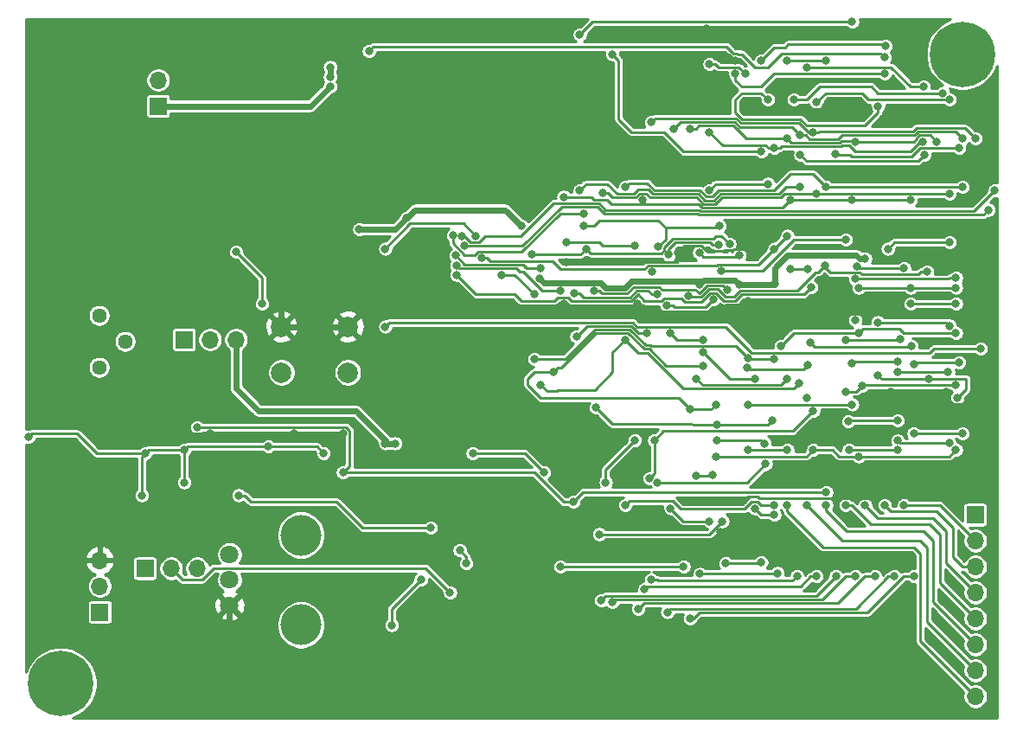
<source format=gbr>
G04 #@! TF.GenerationSoftware,KiCad,Pcbnew,(5.1.5)-3*
G04 #@! TF.CreationDate,2020-08-26T15:35:28+02:00*
G04 #@! TF.ProjectId,SA-ADC,53412d41-4443-42e6-9b69-6361645f7063,v0.3*
G04 #@! TF.SameCoordinates,Original*
G04 #@! TF.FileFunction,Copper,L2,Bot*
G04 #@! TF.FilePolarity,Positive*
%FSLAX46Y46*%
G04 Gerber Fmt 4.6, Leading zero omitted, Abs format (unit mm)*
G04 Created by KiCad (PCBNEW (5.1.5)-3) date 2020-08-26 15:35:28*
%MOMM*%
%LPD*%
G04 APERTURE LIST*
%ADD10O,1.700000X1.700000*%
%ADD11R,1.700000X1.700000*%
%ADD12C,0.800000*%
%ADD13C,6.400000*%
%ADD14C,1.800000*%
%ADD15C,4.000000*%
%ADD16C,1.440000*%
%ADD17C,2.000000*%
%ADD18C,0.250000*%
%ADD19C,0.600000*%
%ADD20C,0.254000*%
G04 APERTURE END LIST*
D10*
X115570000Y-78105000D03*
X113030000Y-78105000D03*
D11*
X110490000Y-78105000D03*
D12*
X184992944Y-51862056D03*
X186690000Y-52565000D03*
X188387056Y-51862056D03*
X189090000Y-50165000D03*
X188387056Y-48467944D03*
X186690000Y-47765000D03*
X184992944Y-48467944D03*
X184290000Y-50165000D03*
D13*
X186690000Y-50165000D03*
D12*
X100122056Y-110062944D03*
X98425000Y-109360000D03*
X96727944Y-110062944D03*
X96025000Y-111760000D03*
X96727944Y-113457056D03*
X98425000Y-114160000D03*
X100122056Y-113457056D03*
X100825000Y-111760000D03*
D13*
X98425000Y-111760000D03*
D10*
X102235000Y-99695000D03*
X102235000Y-102235000D03*
D11*
X102235000Y-104775000D03*
X107950000Y-55245000D03*
D10*
X107950000Y-52705000D03*
D14*
X114935000Y-99140000D03*
X114935000Y-101640000D03*
X114935000Y-104140000D03*
D15*
X121935000Y-97240000D03*
X121935000Y-106040000D03*
D16*
X102175001Y-75735001D03*
X104715001Y-78275001D03*
X102175001Y-80815001D03*
D11*
X106680000Y-100500001D03*
D10*
X109220000Y-100500001D03*
X111760000Y-100500001D03*
D17*
X120015000Y-81335000D03*
X120015000Y-76835000D03*
X126515000Y-81335000D03*
X126515000Y-76835000D03*
D11*
X187960000Y-95250000D03*
D10*
X187960000Y-97790000D03*
X187960000Y-100330000D03*
X187960000Y-102870000D03*
X187960000Y-105410000D03*
X187960000Y-107950000D03*
X187960000Y-110490000D03*
X187960000Y-113030000D03*
D12*
X165417500Y-52070000D03*
X161925000Y-51117500D03*
X179155708Y-49382140D03*
X176530000Y-73025000D03*
X181610000Y-73025000D03*
X186055000Y-73025000D03*
X178435000Y-81597500D03*
X183390002Y-81915000D03*
X186372500Y-59372500D03*
X124777500Y-53340000D03*
X124777500Y-52387500D03*
X124777500Y-51435000D03*
X162877500Y-66992500D03*
X171790021Y-78422500D03*
X177165000Y-70167500D03*
X127635000Y-67310000D03*
X124142500Y-89217500D03*
X118745000Y-88582500D03*
X110490000Y-88900000D03*
X106680000Y-89217500D03*
X106362500Y-93345000D03*
X95250000Y-87630000D03*
X130810000Y-106045000D03*
X133667500Y-101600000D03*
X138112500Y-100012500D03*
X137477500Y-98742500D03*
X131127500Y-88265000D03*
X130175000Y-88265000D03*
X186182000Y-83820000D03*
X143510000Y-66969979D03*
X181707753Y-78749990D03*
X132273051Y-66233051D03*
X164862509Y-72691864D03*
X168312373Y-72684979D03*
X145288000Y-72136000D03*
X167640000Y-62865000D03*
X161925000Y-63500000D03*
X149606000Y-66929000D03*
X158115000Y-77470000D03*
X156893848Y-69035050D03*
X160955388Y-72719730D03*
X174244000Y-59944000D03*
X161290000Y-78105000D03*
X167005000Y-50800000D03*
X110490000Y-92075000D03*
X180657500Y-75565000D03*
X185420000Y-75565000D03*
X166052500Y-55245000D03*
X173355000Y-55245000D03*
X179070000Y-47942500D03*
X183197500Y-47625000D03*
X180340000Y-67310000D03*
X186690000Y-67310000D03*
X165735000Y-74295000D03*
X147637500Y-74612500D03*
X165735000Y-69215000D03*
X168275000Y-75565000D03*
X96837500Y-70485000D03*
X96837500Y-69532500D03*
X96837500Y-68580000D03*
X97472500Y-60960000D03*
X97472500Y-60007500D03*
X97472500Y-59055000D03*
X99060000Y-93662500D03*
X99060000Y-88582500D03*
X189865000Y-91122500D03*
X185420000Y-91122500D03*
X180340000Y-91122500D03*
X179705000Y-83265002D03*
X185102500Y-83185000D03*
X188912500Y-83265002D03*
X140652500Y-74612500D03*
X113030000Y-87312500D03*
X121285000Y-87312500D03*
X126047500Y-87312500D03*
X103822500Y-87312500D03*
X101917500Y-60642500D03*
X101917500Y-59690000D03*
X101917500Y-58737500D03*
X131445000Y-98475002D03*
X118745000Y-99695000D03*
X163195000Y-110172500D03*
X161607500Y-47625000D03*
X164465000Y-50800000D03*
X160655000Y-50800000D03*
X175260000Y-75184000D03*
X164592000Y-97282000D03*
X165308057Y-93868041D03*
X188889979Y-76149998D03*
X154871494Y-74619608D03*
X158812991Y-69569163D03*
X147955000Y-70485000D03*
X163001949Y-96961949D03*
X176847500Y-55245000D03*
X134620000Y-96520000D03*
X118110000Y-74612500D03*
X115570000Y-69532500D03*
X115824000Y-93345000D03*
X136525000Y-102870000D03*
X164465000Y-52070000D03*
X179070000Y-52070000D03*
X169545000Y-67945000D03*
X168275000Y-69215000D03*
X168275000Y-95250000D03*
X166370000Y-94615000D03*
X139596593Y-70144979D03*
X130175000Y-76835000D03*
X130175000Y-69215000D03*
X139065000Y-67945000D03*
X188468000Y-78994000D03*
X189230000Y-65405000D03*
X137956165Y-68956370D03*
X189865000Y-63500000D03*
X137707946Y-67996095D03*
X149592512Y-65745021D03*
X136810010Y-67935010D03*
X137061945Y-69871051D03*
X145415000Y-71120000D03*
X137161986Y-70854990D03*
X147344501Y-73336009D03*
X137160000Y-71755000D03*
X171870237Y-72973600D03*
X183220021Y-71437500D03*
X159385000Y-100330000D03*
X147320000Y-100330000D03*
X173228000Y-70866000D03*
X159845643Y-73834540D03*
X179070000Y-50482500D03*
X128587500Y-49847500D03*
X111760000Y-86677500D03*
X126047500Y-91122500D03*
X148590000Y-93980000D03*
X173355000Y-93027500D03*
X138747500Y-89217500D03*
X145732500Y-91122500D03*
X181927500Y-101282500D03*
X160020000Y-105410000D03*
X180975000Y-94297500D03*
X180022500Y-101282500D03*
X157797500Y-104775000D03*
X179070000Y-94297500D03*
X178117500Y-101282500D03*
X154940000Y-104457500D03*
X177165000Y-94297500D03*
X176212500Y-101282500D03*
X152400000Y-103822500D03*
X175260000Y-94297500D03*
X174307500Y-101282500D03*
X151321099Y-103627489D03*
X172402500Y-101282500D03*
X155575000Y-102552500D03*
X173355000Y-94297500D03*
X170497500Y-101282500D03*
X156219990Y-101599991D03*
X171450000Y-94297500D03*
X169545000Y-94297500D03*
X168592500Y-100974990D03*
X160995021Y-101039096D03*
X171450000Y-83820000D03*
X176530000Y-77470000D03*
X168910000Y-78740000D03*
X186055000Y-77470000D03*
X160655000Y-81915000D03*
X169545000Y-81915000D03*
X161925000Y-95885000D03*
X158115000Y-94615000D03*
X160655000Y-91440000D03*
X162255023Y-91364042D03*
X156527500Y-87947500D03*
X156040005Y-91672503D03*
X175260000Y-83185000D03*
X186055000Y-82550000D03*
X172085000Y-85090000D03*
X176870021Y-82614959D03*
X162560000Y-89535000D03*
X172085000Y-88900000D03*
X176530000Y-89535000D03*
X186055000Y-88900000D03*
X151765000Y-92075000D03*
X163195000Y-95885000D03*
X151130000Y-97155000D03*
X154622500Y-87947500D03*
X153670000Y-94297500D03*
X168275000Y-94297500D03*
X170690551Y-82356949D03*
X165735000Y-88900000D03*
X169545000Y-88900000D03*
X149860000Y-69215000D03*
X163888472Y-68735512D03*
X145415000Y-82550000D03*
X144780000Y-73660000D03*
X141605000Y-71755000D03*
X144526000Y-69794968D03*
X153670000Y-78105000D03*
X156845000Y-92075000D03*
X168054756Y-86054132D03*
X167431948Y-90281954D03*
X150597220Y-73336009D03*
X162635371Y-86441783D03*
X163654392Y-73212500D03*
X150812500Y-84772500D03*
X180340000Y-80264000D03*
X175895000Y-80391000D03*
X162560000Y-84455000D03*
X165735000Y-84455000D03*
X175895000Y-84455000D03*
X161290000Y-80645000D03*
X146685000Y-81280000D03*
X160029990Y-84931707D03*
X147637500Y-64135000D03*
X180975000Y-71120000D03*
X155405591Y-64429979D03*
X169862500Y-64429979D03*
X175893755Y-64429979D03*
X181610000Y-64429979D03*
X176346984Y-70926674D03*
X156292110Y-71460021D03*
X168275000Y-59372500D03*
X161925000Y-57785000D03*
X182785496Y-58747490D03*
X186055000Y-74612500D03*
X181610000Y-74612500D03*
X169545000Y-58420000D03*
X160020000Y-57467500D03*
X181917510Y-80475591D03*
X184150000Y-58747490D03*
X176212500Y-58737500D03*
X186372500Y-80327500D03*
X170815000Y-58102500D03*
X186690000Y-58410010D03*
X158432500Y-57467500D03*
X186690000Y-87312500D03*
X181917510Y-87312500D03*
X172085000Y-57785000D03*
X187960000Y-58420000D03*
X156210000Y-56832500D03*
X147955000Y-68580000D03*
X154622500Y-68897500D03*
X186690000Y-63182500D03*
X173355000Y-63182500D03*
X153670000Y-63182500D03*
X148659307Y-73590693D03*
X156832307Y-73675414D03*
X172402500Y-63817500D03*
X185420000Y-63817500D03*
X148907500Y-77787500D03*
X151447500Y-63794979D03*
X155768051Y-77479990D03*
X179387500Y-69215000D03*
X185420000Y-68580000D03*
X176212500Y-76200000D03*
X186055000Y-72072500D03*
X176223195Y-72176686D03*
X175260000Y-68326000D03*
X163068000Y-71374000D03*
X157745959Y-74745002D03*
X162306000Y-74168000D03*
X162814000Y-68834000D03*
X157941985Y-69795815D03*
X185418595Y-88263595D03*
X180340000Y-88009977D03*
X180340000Y-81280000D03*
X185290002Y-81280000D03*
X178429805Y-76419085D03*
X185446577Y-76761280D03*
X171532144Y-80618255D03*
X165629689Y-80856407D03*
X160926083Y-69594972D03*
X164846000Y-69850000D03*
X166370000Y-81924990D03*
X161333371Y-79365010D03*
X162637553Y-87944876D03*
X167322500Y-88274990D03*
X175577500Y-88900000D03*
X180340000Y-88909990D03*
X180340000Y-86042500D03*
X175506065Y-86128967D03*
X175260000Y-78105000D03*
X180595803Y-78058172D03*
X163512500Y-100012500D03*
X166995010Y-99916081D03*
X167005000Y-59690000D03*
X152400000Y-50165000D03*
X149225000Y-48260000D03*
X175895000Y-46990000D03*
X182880000Y-53340000D03*
X171450000Y-51435000D03*
X172414863Y-54859087D03*
X185421405Y-54611405D03*
X170180000Y-54610000D03*
X184785000Y-53975000D03*
X167640000Y-54610000D03*
X178435000Y-55245000D03*
X170815000Y-60007500D03*
X170815000Y-63182500D03*
X182980000Y-60007500D03*
X149225000Y-63500000D03*
X168275000Y-80010000D03*
X171579998Y-71241995D03*
X169862500Y-71183500D03*
X165740812Y-79963282D03*
X144794825Y-80015587D03*
X173355000Y-50800000D03*
X169545000Y-50800000D03*
D18*
X178996058Y-49222490D02*
X179155708Y-49382140D01*
X169614315Y-49222490D02*
X178996058Y-49222490D01*
X176530000Y-73025000D02*
X180975000Y-73025000D01*
X180975000Y-73025000D02*
X186055000Y-73025000D01*
X180975000Y-73025000D02*
X181610000Y-73025000D01*
X183307503Y-81997499D02*
X183390002Y-81915000D01*
X178834999Y-81997499D02*
X183307503Y-81997499D01*
X178435000Y-81597500D02*
X178834999Y-81997499D01*
X183390002Y-81915000D02*
X187007500Y-81915000D01*
D19*
X107950000Y-55245000D02*
X122872500Y-55245000D01*
X122872500Y-55245000D02*
X124777500Y-53340000D01*
X124777500Y-52387500D02*
X124777500Y-51435000D01*
D18*
X157615945Y-67128445D02*
X162741555Y-67128445D01*
X162741555Y-67128445D02*
X162877500Y-66992500D01*
X124142500Y-89217500D02*
X123507500Y-88582500D01*
X123507500Y-88582500D02*
X118745000Y-88582500D01*
X118745000Y-88582500D02*
X110807500Y-88582500D01*
X110807500Y-88582500D02*
X110490000Y-88900000D01*
X110490000Y-88900000D02*
X106997500Y-88900000D01*
X106997500Y-88900000D02*
X106680000Y-89217500D01*
X106362500Y-89535000D02*
X106680000Y-89217500D01*
X106362500Y-93345000D02*
X106362500Y-89535000D01*
X106680000Y-89217500D02*
X101917500Y-89217500D01*
X101917500Y-89217500D02*
X100012500Y-87312500D01*
X95567500Y-87312500D02*
X95250000Y-87630000D01*
X100012500Y-87312500D02*
X95567500Y-87312500D01*
X130810000Y-106045000D02*
X130810000Y-104457500D01*
X130810000Y-104457500D02*
X133667500Y-101600000D01*
X138112500Y-100012500D02*
X138112500Y-99377500D01*
X138112500Y-99377500D02*
X137477500Y-98742500D01*
D19*
X131127500Y-88265000D02*
X130492500Y-88265000D01*
X130492500Y-88265000D02*
X127317500Y-85090000D01*
X127317500Y-85090000D02*
X117792500Y-85090000D01*
X115570000Y-82867500D02*
X115570000Y-78105000D01*
X117792500Y-85090000D02*
X115570000Y-82867500D01*
D18*
X182562500Y-59372500D02*
X181735011Y-60199989D01*
X186372500Y-59372500D02*
X182562500Y-59372500D01*
X175669947Y-59997510D02*
X174297510Y-59997510D01*
X181735011Y-60199989D02*
X175872426Y-60199989D01*
X175872426Y-60199989D02*
X175669947Y-59997510D01*
X187007500Y-82994500D02*
X186182000Y-83820000D01*
X187007500Y-81915000D02*
X187007500Y-82994500D01*
X162808185Y-51435000D02*
X162490685Y-51117500D01*
X165417500Y-52070000D02*
X164782500Y-51435000D01*
X162490685Y-51117500D02*
X161925000Y-51117500D01*
X164782500Y-51435000D02*
X162808185Y-51435000D01*
X172190020Y-78822499D02*
X181635244Y-78822499D01*
X171790021Y-78422500D02*
X172190020Y-78822499D01*
X181635244Y-78822499D02*
X181707753Y-78749990D01*
D19*
X131196102Y-67310000D02*
X132273051Y-66233051D01*
X127635000Y-67310000D02*
X131196102Y-67310000D01*
D18*
X167640000Y-62865000D02*
X162560000Y-62865000D01*
X162560000Y-62865000D02*
X161925000Y-63500000D01*
X156918499Y-66430999D02*
X151096324Y-66430999D01*
X157615945Y-67128445D02*
X156918499Y-66430999D01*
X150598323Y-66929000D02*
X151096324Y-66430999D01*
X149606000Y-66929000D02*
X150598323Y-66929000D01*
D19*
X132273051Y-66233051D02*
X133101102Y-65405000D01*
X141945021Y-65405000D02*
X143510000Y-66969979D01*
X133101102Y-65405000D02*
X141945021Y-65405000D01*
D18*
X161290000Y-72390000D02*
X164462510Y-72291865D01*
X161388135Y-72291865D02*
X161290000Y-72390000D01*
D19*
X164462510Y-72291865D02*
X164862509Y-72691864D01*
X161388135Y-72291865D02*
X164462510Y-72291865D01*
X168305488Y-72691864D02*
X168312373Y-72684979D01*
X164862509Y-72691864D02*
X168305488Y-72691864D01*
X161278845Y-72401155D02*
X161290000Y-72390000D01*
X154305000Y-72390000D02*
X154316155Y-72401155D01*
X145687999Y-72535999D02*
X151275999Y-72535999D01*
X145288000Y-72136000D02*
X145687999Y-72535999D01*
X154316155Y-72401155D02*
X161278845Y-72401155D01*
X151275999Y-72535999D02*
X151765000Y-73025000D01*
X151765000Y-73025000D02*
X153670000Y-73025000D01*
X153670000Y-73025000D02*
X154305000Y-72390000D01*
D18*
X157615945Y-67128445D02*
X157615945Y-68312953D01*
X157615945Y-68312953D02*
X156893848Y-69035050D01*
X161383253Y-72291865D02*
X160955388Y-72719730D01*
X161388135Y-72291865D02*
X161383253Y-72291865D01*
X174297510Y-59997510D02*
X174244000Y-59944000D01*
D19*
X169545000Y-69850000D02*
X168312373Y-71082627D01*
X176281815Y-69850000D02*
X169545000Y-69850000D01*
X168312373Y-71082627D02*
X168312373Y-72684979D01*
X177165000Y-70167500D02*
X176599315Y-70167500D01*
X176599315Y-70167500D02*
X176281815Y-69850000D01*
D18*
X158750000Y-78105000D02*
X161290000Y-78105000D01*
X158115000Y-77470000D02*
X158750000Y-78105000D01*
X169614315Y-49222490D02*
X169306805Y-49530000D01*
X168275000Y-49530000D02*
X167005000Y-50800000D01*
X169306805Y-49530000D02*
X168275000Y-49530000D01*
X110490000Y-88900000D02*
X110490000Y-92075000D01*
X180657500Y-75565000D02*
X185420000Y-75565000D01*
X179070000Y-47942500D02*
X182880000Y-47942500D01*
X182880000Y-47942500D02*
X183197500Y-47625000D01*
X180340000Y-67310000D02*
X186690000Y-67310000D01*
X174307500Y-75565000D02*
X174295000Y-75552500D01*
X166992500Y-75552500D02*
X165735000Y-74295000D01*
X174295000Y-75552500D02*
X168275000Y-75565000D01*
X168275000Y-75565000D02*
X166992500Y-75552500D01*
D19*
X96837500Y-70485000D02*
X96837500Y-69532500D01*
X96837500Y-68580000D02*
X96837500Y-70485000D01*
X96837500Y-68580000D02*
X96837500Y-61595000D01*
X96837500Y-61595000D02*
X97472500Y-60960000D01*
X97472500Y-60007500D02*
X97472500Y-59055000D01*
D18*
X99060000Y-93662500D02*
X99060000Y-88582500D01*
X189865000Y-91122500D02*
X185420000Y-91122500D01*
X185420000Y-91122500D02*
X180340000Y-91122500D01*
X179705000Y-83265002D02*
X185022498Y-83265002D01*
X185022498Y-83265002D02*
X185102500Y-83185000D01*
X113030000Y-87312500D02*
X121285000Y-87312500D01*
X126047500Y-87312500D02*
X121285000Y-87312500D01*
X113030000Y-87312500D02*
X103822500Y-87312500D01*
D19*
X128737500Y-74612500D02*
X126515000Y-76835000D01*
X140652500Y-74612500D02*
X128737500Y-74612500D01*
X126515000Y-76835000D02*
X120015000Y-76835000D01*
X120015000Y-76835000D02*
X120015000Y-69532500D01*
X120015000Y-69532500D02*
X113982500Y-63500000D01*
X113982500Y-63500000D02*
X104775000Y-63500000D01*
X104775000Y-63500000D02*
X101917500Y-60642500D01*
X101917500Y-60642500D02*
X101917500Y-59690000D01*
X97472500Y-59055000D02*
X97472500Y-60960000D01*
X101917500Y-59690000D02*
X101917500Y-58737500D01*
D18*
X131445000Y-98475002D02*
X130225002Y-99695000D01*
X130225002Y-99695000D02*
X118745000Y-99695000D01*
D19*
X114935000Y-107315000D02*
X114935000Y-104140000D01*
X118110000Y-110490000D02*
X117951250Y-110331250D01*
X117951250Y-110331250D02*
X114935000Y-107315000D01*
X163195000Y-110807500D02*
X163195000Y-110172500D01*
X160020000Y-113982500D02*
X163195000Y-110807500D01*
X117951250Y-110331250D02*
X121602500Y-113982500D01*
X121602500Y-113982500D02*
X160020000Y-113982500D01*
D18*
X163512500Y-47942500D02*
X163195000Y-47625000D01*
X179070000Y-47942500D02*
X163512500Y-47942500D01*
X162808185Y-47625000D02*
X163195000Y-47625000D01*
X163195000Y-47625000D02*
X161607500Y-47625000D01*
X164465000Y-50800000D02*
X163830000Y-50165000D01*
X163830000Y-50165000D02*
X161290000Y-50165000D01*
X161290000Y-50165000D02*
X160655000Y-50800000D01*
X175387000Y-75311000D02*
X175260000Y-75184000D01*
X180657500Y-75565000D02*
X175387000Y-75565000D01*
X175387000Y-75565000D02*
X174307500Y-75565000D01*
X175387000Y-75565000D02*
X175387000Y-75311000D01*
X187732500Y-84445002D02*
X188912500Y-83265002D01*
X185102500Y-83185000D02*
X185102500Y-83750685D01*
X185796817Y-84445002D02*
X187732500Y-84445002D01*
X185102500Y-83750685D02*
X185796817Y-84445002D01*
X163766500Y-96837500D02*
X164147500Y-96837500D01*
X164147500Y-96837500D02*
X164592000Y-97282000D01*
X163766500Y-96837500D02*
X163932189Y-96837500D01*
X177800000Y-93662500D02*
X166837494Y-93662500D01*
X166837494Y-93662500D02*
X166643036Y-93468042D01*
X165708056Y-93468042D02*
X165308057Y-93868041D01*
X180340000Y-91122500D02*
X177800000Y-93662500D01*
X166643036Y-93468042D02*
X165708056Y-93468042D01*
X188304981Y-75565000D02*
X188889979Y-76149998D01*
X185420000Y-75565000D02*
X188304981Y-75565000D01*
X162755165Y-75545012D02*
X155825031Y-75545012D01*
X163605178Y-74694999D02*
X162755165Y-75545012D01*
X165735000Y-74295000D02*
X165335001Y-74694999D01*
X165335001Y-74694999D02*
X163605178Y-74694999D01*
X155825031Y-75545012D02*
X155292518Y-75012499D01*
D19*
X147237501Y-75012499D02*
X147637500Y-74612500D01*
X141052499Y-75012499D02*
X147237501Y-75012499D01*
X140652500Y-74612500D02*
X141052499Y-75012499D01*
X147637500Y-74612500D02*
X147955000Y-74930000D01*
X147955000Y-74930000D02*
X151130000Y-74930000D01*
D18*
X151130000Y-74930000D02*
X155292518Y-75012499D01*
D19*
X151130000Y-74930000D02*
X154940000Y-74930000D01*
X154940000Y-74930000D02*
X155575000Y-75565000D01*
X155594988Y-75545012D02*
X162755165Y-75545012D01*
X155575000Y-75565000D02*
X155594988Y-75545012D01*
D18*
X155285410Y-75019607D02*
X155271493Y-75019607D01*
X155271493Y-75019607D02*
X154871494Y-74619608D01*
X155292518Y-75012499D02*
X155285410Y-75019607D01*
X159452143Y-68930011D02*
X158812991Y-69569163D01*
X161674011Y-69459001D02*
X161145021Y-68930011D01*
X163489983Y-69459001D02*
X161674011Y-69459001D01*
X161145021Y-68930011D02*
X159452143Y-68930011D01*
X164188474Y-69360514D02*
X163588470Y-69360514D01*
X164333988Y-69215000D02*
X164188474Y-69360514D01*
X163588470Y-69360514D02*
X163489983Y-69459001D01*
X165735000Y-69215000D02*
X164333988Y-69215000D01*
X158750000Y-70485000D02*
X158812991Y-70422009D01*
X158812991Y-70422009D02*
X158812991Y-69569163D01*
X147955000Y-70485000D02*
X158750000Y-70485000D01*
X163642051Y-96961949D02*
X163001949Y-96961949D01*
X163766500Y-96837500D02*
X163642051Y-96961949D01*
X173355000Y-55245000D02*
X176847500Y-55245000D01*
X166903174Y-55529989D02*
X173070011Y-55529989D01*
X166618185Y-55245000D02*
X166903174Y-55529989D01*
X166052500Y-55245000D02*
X166618185Y-55245000D01*
X173070011Y-55529989D02*
X173355000Y-55245000D01*
X134620000Y-96520000D02*
X127952500Y-96520000D01*
X127952500Y-96520000D02*
X125412500Y-93980000D01*
X118110000Y-74612500D02*
X118110000Y-72072500D01*
X118110000Y-72072500D02*
X115570000Y-69532500D01*
X117024685Y-93980000D02*
X119253000Y-93980000D01*
X116389685Y-93345000D02*
X117024685Y-93980000D01*
X115824000Y-93345000D02*
X116389685Y-93345000D01*
X125412500Y-93980000D02*
X119253000Y-93980000D01*
X119253000Y-93980000D02*
X119062500Y-93980000D01*
X110295001Y-101575002D02*
X112276001Y-101575002D01*
X109220000Y-100500001D02*
X110295001Y-101575002D01*
X134155001Y-100500001D02*
X136525000Y-102870000D01*
X112276001Y-101575002D02*
X113351002Y-100500001D01*
X113351002Y-100500001D02*
X134155001Y-100500001D01*
X164465000Y-52070000D02*
X164465000Y-52705000D01*
X164465000Y-52705000D02*
X165100000Y-53340000D01*
X165100000Y-53340000D02*
X167005000Y-53340000D01*
X167005000Y-53340000D02*
X168275000Y-52070000D01*
X168275000Y-52070000D02*
X179070000Y-52070000D01*
X168275000Y-69215000D02*
X169545000Y-67945000D01*
X167005000Y-95250000D02*
X166370000Y-94615000D01*
X168275000Y-95250000D02*
X167005000Y-95250000D01*
X162681985Y-70835011D02*
X155950985Y-70835011D01*
X146523878Y-70419978D02*
X140437277Y-70419978D01*
X147340700Y-71236800D02*
X146523878Y-70419978D01*
X155549196Y-71236800D02*
X147340700Y-71236800D01*
X140162278Y-70144979D02*
X139596593Y-70144979D01*
X140437277Y-70419978D02*
X140162278Y-70144979D01*
X166741002Y-70748998D02*
X162767998Y-70748998D01*
X155950985Y-70835011D02*
X155549196Y-71236800D01*
X162767998Y-70748998D02*
X162681985Y-70835011D01*
X168275000Y-69215000D02*
X166741002Y-70748998D01*
X130175000Y-69215000D02*
X132631938Y-66758062D01*
X137878062Y-66758062D02*
X139065000Y-67945000D01*
X132631938Y-66758062D02*
X137878062Y-66758062D01*
X188468000Y-78994000D02*
X183896000Y-78994000D01*
X183515000Y-79375000D02*
X166077534Y-79375000D01*
X130580032Y-76429968D02*
X130175000Y-76835000D01*
X166077534Y-79375000D02*
X163537534Y-76835000D01*
X154809974Y-76835000D02*
X154404942Y-76429968D01*
X154404942Y-76429968D02*
X130580032Y-76429968D01*
X183896000Y-78994000D02*
X183515000Y-79375000D01*
X163537534Y-76835000D02*
X154809974Y-76835000D01*
X188759947Y-65875053D02*
X160900099Y-65875053D01*
X150985021Y-65120011D02*
X147454997Y-65120011D01*
X143618638Y-68956370D02*
X137956165Y-68956370D01*
X147454997Y-65120011D02*
X143618638Y-68956370D01*
X189230000Y-65405000D02*
X188759947Y-65875053D01*
X160900099Y-65875053D02*
X160830045Y-65804999D01*
X160830045Y-65804999D02*
X151670009Y-65804999D01*
X151670009Y-65804999D02*
X150985021Y-65120011D01*
X139365002Y-68570002D02*
X138494799Y-68570002D01*
X151765000Y-65405000D02*
X151130000Y-64770000D01*
X189865000Y-63500000D02*
X187839957Y-65525043D01*
X161045079Y-65525043D02*
X160925036Y-65405000D01*
X151130000Y-64770000D02*
X146685000Y-64770000D01*
X137920892Y-67996095D02*
X137707946Y-67996095D01*
X138494799Y-68570002D02*
X137920892Y-67996095D01*
X139938909Y-67996095D02*
X139365002Y-68570002D01*
X146685000Y-64770000D02*
X143458905Y-67996095D01*
X187839957Y-65525043D02*
X161045079Y-65525043D01*
X160925036Y-65405000D02*
X151765000Y-65405000D01*
X143458905Y-67996095D02*
X139938909Y-67996095D01*
X136810010Y-68694114D02*
X136810010Y-67935010D01*
X139296591Y-69519977D02*
X138976567Y-69840001D01*
X137955897Y-69840001D02*
X136810010Y-68694114D01*
X138976567Y-69840001D02*
X137955897Y-69840001D01*
X143550021Y-69519977D02*
X139296591Y-69519977D01*
X147324977Y-65745021D02*
X143550021Y-69519977D01*
X149592512Y-65745021D02*
X147324977Y-65745021D01*
X137960883Y-70769989D02*
X137061945Y-69871051D01*
X143644997Y-70769989D02*
X137960883Y-70769989D01*
X143870559Y-70995551D02*
X143644997Y-70769989D01*
X143995008Y-71120000D02*
X143644997Y-70769989D01*
X145415000Y-71120000D02*
X143995008Y-71120000D01*
X137161986Y-70854990D02*
X137426996Y-71120000D01*
X145563005Y-73336009D02*
X147344501Y-73336009D01*
X137426996Y-71120000D02*
X143015010Y-71120000D01*
X143015010Y-71120000D02*
X143365021Y-71470011D01*
X143365021Y-71470011D02*
X143697007Y-71470011D01*
X143697007Y-71470011D02*
X145563005Y-73336009D01*
X148454631Y-74311021D02*
X154288980Y-74311020D01*
X154288980Y-74311020D02*
X154940000Y-73660000D01*
X155580416Y-74300416D02*
X157265541Y-74300416D01*
X171183837Y-73660000D02*
X171870237Y-72973600D01*
X161089454Y-74459542D02*
X162005998Y-73542998D01*
X162606002Y-73542998D02*
X163358004Y-74295000D01*
X165100000Y-73660000D02*
X171183837Y-73660000D01*
X159545641Y-74459542D02*
X161089454Y-74459542D01*
X157265541Y-74300416D02*
X157445957Y-74120000D01*
X142875000Y-73660000D02*
X143510000Y-74295000D01*
X159206099Y-74120000D02*
X159545641Y-74459542D01*
X154940000Y-73660000D02*
X155580416Y-74300416D01*
X157445957Y-74120000D02*
X159206099Y-74120000D01*
X139065000Y-73660000D02*
X142875000Y-73660000D01*
X143510000Y-74295000D02*
X146710510Y-74295000D01*
X164465000Y-74295000D02*
X165100000Y-73660000D01*
X146710510Y-74295000D02*
X147044500Y-73961010D01*
X163358004Y-74295000D02*
X164465000Y-74295000D01*
X162005998Y-73542998D02*
X162606002Y-73542998D01*
X148104620Y-73961010D02*
X148454631Y-74311021D01*
X147044500Y-73961010D02*
X148104620Y-73961010D01*
X137160000Y-71755000D02*
X139065000Y-73660000D01*
X159385000Y-100330000D02*
X147320000Y-100330000D01*
X173764155Y-71551676D02*
X173037500Y-70825021D01*
X182654336Y-71437500D02*
X182346835Y-71745001D01*
X176646986Y-71551676D02*
X173764155Y-71551676D01*
X182346835Y-71745001D02*
X176840311Y-71745001D01*
X176840311Y-71745001D02*
X176646986Y-71551676D01*
X183220021Y-71437500D02*
X182654336Y-71437500D01*
X161861019Y-73192987D02*
X161109017Y-73944989D01*
X162750981Y-73192987D02*
X161861019Y-73192987D01*
X170552532Y-73287468D02*
X170552532Y-73309989D01*
X164955021Y-73309989D02*
X164320021Y-73944989D01*
X163502983Y-73944989D02*
X162750981Y-73192987D01*
X161109017Y-73944989D02*
X159956092Y-73944989D01*
X164320021Y-73944989D02*
X163502983Y-73944989D01*
X170552532Y-73309989D02*
X164955021Y-73309989D01*
X159956092Y-73944989D02*
X159845643Y-73834540D01*
X172339000Y-71501000D02*
X170552532Y-73287468D01*
X172593000Y-71501000D02*
X172339000Y-71501000D01*
X173228000Y-70866000D02*
X172593000Y-71501000D01*
X111760000Y-86677500D02*
X126365000Y-86677500D01*
X126365000Y-86677500D02*
X126682500Y-86995000D01*
X126682500Y-86995000D02*
X126682500Y-90487500D01*
X126682500Y-90487500D02*
X126047500Y-91122500D01*
X148590000Y-93980000D02*
X147637500Y-93980000D01*
X144780000Y-91122500D02*
X126047500Y-91122500D01*
X147637500Y-93980000D02*
X144780000Y-91122500D01*
X149542500Y-93027500D02*
X148590000Y-93980000D01*
X173355000Y-93027500D02*
X149542500Y-93027500D01*
X128987499Y-49447501D02*
X128587500Y-49847500D01*
X164242491Y-50082501D02*
X163607491Y-49447501D01*
X165100000Y-50165000D02*
X164242491Y-50082501D01*
X179070000Y-50482500D02*
X178670001Y-50082501D01*
X163607491Y-49447501D02*
X128987499Y-49447501D01*
X168992499Y-50082501D02*
X167640000Y-51435000D01*
X178670001Y-50082501D02*
X168992499Y-50082501D01*
X166370000Y-51435000D02*
X165100000Y-50165000D01*
X167640000Y-51435000D02*
X166370000Y-51435000D01*
X138747500Y-89217500D02*
X143827500Y-89217500D01*
X143827500Y-89217500D02*
X145732500Y-91122500D01*
X160939990Y-104807510D02*
X160337500Y-105410000D01*
X177422492Y-104807510D02*
X160939990Y-104807510D01*
X181927500Y-101282500D02*
X180947502Y-101282500D01*
X180947502Y-101282500D02*
X177422492Y-104807510D01*
X160337500Y-105410000D02*
X160020000Y-105410000D01*
X184467500Y-94297500D02*
X187960000Y-97790000D01*
X180975000Y-94297500D02*
X184467500Y-94297500D01*
X179456815Y-101282500D02*
X176281815Y-104457500D01*
X180022500Y-101282500D02*
X179456815Y-101282500D01*
X176281815Y-104457500D02*
X158115000Y-104457500D01*
X158115000Y-104457500D02*
X157797500Y-104775000D01*
X186690000Y-100330000D02*
X187960000Y-100330000D01*
X179705000Y-94932500D02*
X184150000Y-94932500D01*
X179070000Y-94297500D02*
X179705000Y-94932500D01*
X184150000Y-94932500D02*
X185737500Y-96520000D01*
X185737500Y-96520000D02*
X185737500Y-99377500D01*
X185737500Y-99377500D02*
X186690000Y-100330000D01*
X155509980Y-103887520D02*
X154940000Y-104457500D01*
X174532482Y-103887520D02*
X155509980Y-103887520D01*
X178117500Y-101282500D02*
X177137502Y-101282500D01*
X177137502Y-101282500D02*
X174532482Y-103887520D01*
X185102500Y-96837500D02*
X185102500Y-100012500D01*
X183832500Y-95567500D02*
X185102500Y-96837500D01*
X177165000Y-94297500D02*
X178435000Y-95567500D01*
X185102500Y-100012500D02*
X187960000Y-102870000D01*
X178435000Y-95567500D02*
X183832500Y-95567500D01*
X172977492Y-103537510D02*
X152684990Y-103537510D01*
X176212500Y-101282500D02*
X175232502Y-101282500D01*
X175232502Y-101282500D02*
X172977492Y-103537510D01*
X152684990Y-103537510D02*
X152400000Y-103822500D01*
X175825685Y-94297500D02*
X177730685Y-96202500D01*
X175260000Y-94297500D02*
X175825685Y-94297500D01*
X177730685Y-96202500D02*
X183515000Y-96202500D01*
X183515000Y-96202500D02*
X184467500Y-97155000D01*
X184467500Y-101917500D02*
X187960000Y-105410000D01*
X184467500Y-97155000D02*
X184467500Y-101917500D01*
X174307500Y-101282500D02*
X172402500Y-103187500D01*
X151761088Y-103187500D02*
X151321099Y-103627489D01*
X172402500Y-103187500D02*
X151761088Y-103187500D01*
X171836815Y-101282500D02*
X170884315Y-102235000D01*
X172402500Y-101282500D02*
X171836815Y-101282500D01*
X170884315Y-102235000D02*
X155892500Y-102235000D01*
X155892500Y-102235000D02*
X155575000Y-102552500D01*
X182880000Y-96837500D02*
X183832500Y-97790000D01*
X175329315Y-96837500D02*
X182880000Y-96837500D01*
X183832500Y-97790000D02*
X183832500Y-103822500D01*
X183832500Y-103822500D02*
X187960000Y-107950000D01*
X173355000Y-94863185D02*
X175329315Y-96837500D01*
X173355000Y-94297500D02*
X173355000Y-94863185D01*
X170060555Y-101719445D02*
X156905129Y-101719445D01*
X156785675Y-101599991D02*
X156219990Y-101599991D01*
X170497500Y-101282500D02*
X170060555Y-101719445D01*
X156905129Y-101719445D02*
X156785675Y-101599991D01*
X187960000Y-110490000D02*
X183197500Y-105727500D01*
X183197500Y-98425000D02*
X182562500Y-97790000D01*
X183197500Y-105727500D02*
X183197500Y-98425000D01*
X182562500Y-97790000D02*
X174942500Y-97790000D01*
X174942500Y-97790000D02*
X171450000Y-94297500D01*
X169545000Y-94297500D02*
X169545000Y-94932500D01*
X169545000Y-94932500D02*
X173037500Y-98425000D01*
X173037500Y-98425000D02*
X181927500Y-98425000D01*
X181927500Y-98425000D02*
X182562500Y-99060000D01*
X182562500Y-107632500D02*
X187960000Y-113030000D01*
X182562500Y-99060000D02*
X182562500Y-107632500D01*
X168592500Y-100974990D02*
X161059127Y-100974990D01*
X161059127Y-100974990D02*
X160995021Y-101039096D01*
X176530000Y-77470000D02*
X170180000Y-77470000D01*
X170180000Y-77470000D02*
X168910000Y-78740000D01*
X180532634Y-77070001D02*
X180932633Y-77470000D01*
X176929999Y-77070001D02*
X180532634Y-77070001D01*
X176530000Y-77470000D02*
X176929999Y-77070001D01*
X180932633Y-77470000D02*
X186055000Y-77470000D01*
X160655000Y-81915000D02*
X161290000Y-82550000D01*
X161290000Y-82550000D02*
X168910000Y-82550000D01*
X168910000Y-82550000D02*
X169545000Y-81915000D01*
X159385000Y-95885000D02*
X158115000Y-94615000D01*
X161925000Y-95885000D02*
X159385000Y-95885000D01*
X162179065Y-91440000D02*
X162255023Y-91364042D01*
X160655000Y-91440000D02*
X162179065Y-91440000D01*
X156527500Y-91185008D02*
X156040005Y-91672503D01*
X156527500Y-87947500D02*
X156527500Y-91185008D01*
X176299980Y-83185000D02*
X176870021Y-82614959D01*
X176934980Y-82550000D02*
X176870021Y-82614959D01*
X175260000Y-83185000D02*
X176299980Y-83185000D01*
X186055000Y-82550000D02*
X176934980Y-82550000D01*
X170108216Y-87066784D02*
X157408216Y-87066784D01*
X157408216Y-87066784D02*
X156527500Y-87947500D01*
X172085000Y-85090000D02*
X170108216Y-87066784D01*
X172085000Y-88900000D02*
X173990000Y-88900000D01*
X173990000Y-88900000D02*
X174625000Y-89535000D01*
X174625000Y-89535000D02*
X176530000Y-89535000D01*
X185420000Y-89535000D02*
X186055000Y-88900000D01*
X176530000Y-89535000D02*
X185420000Y-89535000D01*
X172085000Y-88900000D02*
X171450000Y-89535000D01*
X171450000Y-89535000D02*
X162560000Y-89535000D01*
X163195000Y-95885000D02*
X161925000Y-97155000D01*
X161925000Y-97155000D02*
X151130000Y-97155000D01*
X151765000Y-90805000D02*
X151765000Y-92075000D01*
X154622500Y-87947500D02*
X151765000Y-90805000D01*
X165735000Y-88900000D02*
X169545000Y-88900000D01*
X144780000Y-73660000D02*
X142875000Y-71755000D01*
X142875000Y-71755000D02*
X141605000Y-71755000D01*
X163097960Y-67945000D02*
X163888472Y-68735512D01*
X150305052Y-69660052D02*
X157193850Y-69660052D01*
X162559999Y-67945000D02*
X163097960Y-67945000D01*
X162275009Y-68229990D02*
X162559999Y-67945000D01*
X157518850Y-69335052D02*
X157518850Y-69080052D01*
X157518850Y-69080052D02*
X158368912Y-68229990D01*
X158368912Y-68229990D02*
X162275009Y-68229990D01*
X157193850Y-69660052D02*
X157518850Y-69335052D01*
X149860000Y-69215000D02*
X150305052Y-69660052D01*
X149280032Y-69794968D02*
X144526000Y-69794968D01*
X149860000Y-69215000D02*
X149280032Y-69794968D01*
X166069998Y-93989998D02*
X166670002Y-93989998D01*
X166670002Y-93989998D02*
X166977504Y-94297500D01*
X158322505Y-93897501D02*
X159122503Y-94697499D01*
X153670000Y-94297500D02*
X154069999Y-93897501D01*
X165362497Y-94697499D02*
X166069998Y-93989998D01*
X166977504Y-94297500D02*
X168275000Y-94297500D01*
X159122503Y-94697499D02*
X165362497Y-94697499D01*
X154069999Y-93897501D02*
X158322505Y-93897501D01*
X146985001Y-83175001D02*
X146040001Y-83175001D01*
X146040001Y-83175001D02*
X145415000Y-82550000D01*
X147099451Y-83060551D02*
X146985001Y-83175001D01*
X150688051Y-83060551D02*
X147099451Y-83060551D01*
X152434301Y-79340699D02*
X153670000Y-78105000D01*
X152434301Y-81314301D02*
X152434301Y-79340699D01*
X152434301Y-81314301D02*
X150688051Y-83060551D01*
X170147489Y-82900011D02*
X159390013Y-82900011D01*
X170690551Y-82356949D02*
X170147489Y-82900011D01*
X154949999Y-79384999D02*
X153670000Y-78105000D01*
X159390013Y-82900011D02*
X155875001Y-79384999D01*
X155875001Y-79384999D02*
X154949999Y-79384999D01*
X167654757Y-86454131D02*
X168054756Y-86054132D01*
X156845000Y-92075000D02*
X165638902Y-92075000D01*
X165638902Y-92075000D02*
X167431948Y-90281954D01*
X159381101Y-73209530D02*
X160559510Y-73209530D01*
X150597220Y-73336009D02*
X151162905Y-73336009D01*
X151162905Y-73336009D02*
X151421874Y-73594978D01*
X151421874Y-73594978D02*
X153885014Y-73594978D01*
X160559510Y-73209530D02*
X160928020Y-73578040D01*
X160928020Y-73578040D02*
X160980976Y-73578040D01*
X153885014Y-73594978D02*
X154520013Y-72959979D01*
X163284868Y-72842976D02*
X163654392Y-73212500D01*
X161716040Y-72842976D02*
X163284868Y-72842976D01*
X160980976Y-73578040D02*
X161716040Y-72842976D01*
X157000771Y-72959979D02*
X157315332Y-73274540D01*
X159316091Y-73274540D02*
X159381101Y-73209530D01*
X157315332Y-73274540D02*
X159316091Y-73274540D01*
X154520013Y-72959979D02*
X157000771Y-72959979D01*
X153035000Y-86360000D02*
X167654757Y-86454131D01*
X152400000Y-86360000D02*
X153035000Y-86360000D01*
X150812500Y-84772500D02*
X152400000Y-86360000D01*
X180340000Y-80264000D02*
X176022000Y-80264000D01*
X176022000Y-80264000D02*
X175895000Y-80391000D01*
X165735000Y-84455000D02*
X175895000Y-84455000D01*
X144145000Y-82550000D02*
X145415000Y-83820000D01*
X162560000Y-84455000D02*
X162083293Y-84931707D01*
X145415000Y-83820000D02*
X158918283Y-83820000D01*
X146685000Y-81280000D02*
X144780000Y-81280000D01*
X144780000Y-81280000D02*
X144145000Y-81915000D01*
X162083293Y-84931707D02*
X160029990Y-84931707D01*
X144145000Y-81915000D02*
X144145000Y-82550000D01*
X158918283Y-83820000D02*
X160029990Y-84931707D01*
X156019980Y-79034988D02*
X155524992Y-79034988D01*
X157629992Y-80645000D02*
X156019980Y-79034988D01*
X147084999Y-80880001D02*
X146685000Y-81280000D01*
X147429997Y-80880001D02*
X147084999Y-80880001D01*
X161290000Y-80645000D02*
X157629992Y-80645000D01*
X153970003Y-77479999D02*
X150829999Y-77479999D01*
X150829999Y-77479999D02*
X147429997Y-80880001D01*
X155524992Y-79034988D02*
X153970003Y-77479999D01*
X175328070Y-64429979D02*
X175305549Y-64452500D01*
X170450706Y-64452500D02*
X170428185Y-64429979D01*
X170428185Y-64429979D02*
X169862500Y-64429979D01*
X175893755Y-64429979D02*
X175328070Y-64429979D01*
X175305549Y-64452500D02*
X170450706Y-64452500D01*
X175893755Y-64429979D02*
X181610000Y-64429979D01*
X150639979Y-64419989D02*
X151909979Y-64419989D01*
X150354990Y-64135000D02*
X150639979Y-64419989D01*
X151909979Y-64419989D02*
X152319968Y-64829978D01*
X147637500Y-64135000D02*
X150354990Y-64135000D01*
X155515022Y-64539410D02*
X155405591Y-64429979D01*
X155515022Y-64829978D02*
X155515022Y-64539410D01*
X152319968Y-64829978D02*
X155515022Y-64829978D01*
X155515022Y-64829978D02*
X160845004Y-64829978D01*
X169117447Y-65175032D02*
X169862500Y-64429979D01*
X161190058Y-65175032D02*
X169117447Y-65175032D01*
X160845004Y-64829978D02*
X161190058Y-65175032D01*
X180975000Y-71120000D02*
X176540310Y-71120000D01*
X176540310Y-71120000D02*
X176346984Y-70926674D01*
X186055000Y-74612500D02*
X181610000Y-74612500D01*
X181610000Y-59690000D02*
X182552510Y-58747490D01*
X176212500Y-59690000D02*
X181610000Y-59690000D01*
X175577500Y-59055000D02*
X176212500Y-59690000D01*
X168840685Y-59372500D02*
X169038197Y-59174988D01*
X168275000Y-59372500D02*
X168840685Y-59372500D01*
X182552510Y-58747490D02*
X182785496Y-58747490D01*
X169038197Y-59174988D02*
X174822512Y-59174988D01*
X174822512Y-59174988D02*
X174942500Y-59055000D01*
X174942500Y-59055000D02*
X175577500Y-59055000D01*
X167401814Y-59064999D02*
X167709315Y-59372500D01*
X167709315Y-59372500D02*
X168275000Y-59372500D01*
X163204999Y-59064999D02*
X167401814Y-59064999D01*
X161925000Y-57785000D02*
X163204999Y-59064999D01*
X183524998Y-58122488D02*
X184150000Y-58747490D01*
X182485494Y-58122488D02*
X183524998Y-58122488D01*
X176212500Y-58737500D02*
X181927500Y-58737500D01*
X181927500Y-58737500D02*
X182485494Y-58122488D01*
X169545000Y-58420000D02*
X169949977Y-58824977D01*
X169949977Y-58824977D02*
X174677533Y-58824977D01*
X174677533Y-58824977D02*
X174830032Y-58672478D01*
X176147478Y-58672478D02*
X176212500Y-58737500D01*
X174830032Y-58672478D02*
X176147478Y-58672478D01*
X182065601Y-80327500D02*
X181917510Y-80475591D01*
X186372500Y-80327500D02*
X182065601Y-80327500D01*
X160585685Y-57467500D02*
X160893186Y-57159999D01*
X160020000Y-57467500D02*
X160585685Y-57467500D01*
X165520030Y-58420000D02*
X169545000Y-58420000D01*
X164260029Y-57159999D02*
X165520030Y-58420000D01*
X160893186Y-57159999D02*
X164260029Y-57159999D01*
X186690000Y-87312500D02*
X181917510Y-87312500D01*
X182000494Y-58112498D02*
X182340515Y-57772477D01*
X174532554Y-58474966D02*
X174895022Y-58112498D01*
X182340515Y-57772477D02*
X186052467Y-57772477D01*
X186052467Y-57772477D02*
X186690000Y-58410010D01*
X174895022Y-58112498D02*
X182000494Y-58112498D01*
X171753151Y-58474966D02*
X174532554Y-58474966D01*
X170815000Y-58102500D02*
X171380685Y-58102500D01*
X171380685Y-58102500D02*
X171753151Y-58474966D01*
X159090012Y-56809988D02*
X158432500Y-57467500D01*
X170815000Y-58102500D02*
X169992522Y-57280022D01*
X169992522Y-57280022D02*
X164875042Y-57280022D01*
X164405008Y-56809988D02*
X159090012Y-56809988D01*
X164875042Y-57280022D02*
X164405008Y-56809988D01*
X182195536Y-57422466D02*
X186962466Y-57422466D01*
X181855515Y-57762487D02*
X182195536Y-57422466D01*
X186962466Y-57422466D02*
X187960000Y-58420000D01*
X172085000Y-57785000D02*
X172650685Y-57785000D01*
X172650685Y-57785000D02*
X172673198Y-57762487D01*
X172673198Y-57762487D02*
X181855515Y-57762487D01*
X154622500Y-68897500D02*
X151447500Y-68897500D01*
X151130000Y-68580000D02*
X147955000Y-68580000D01*
X151447500Y-68897500D02*
X151130000Y-68580000D01*
X156609999Y-56432501D02*
X164522511Y-56432501D01*
X156210000Y-56832500D02*
X156609999Y-56432501D01*
X171590010Y-57785000D02*
X172085000Y-57785000D01*
X165020021Y-56930011D02*
X170735021Y-56930011D01*
X164522511Y-56432501D02*
X165020021Y-56930011D01*
X170735021Y-56930011D02*
X171590010Y-57785000D01*
X186690000Y-63182500D02*
X173355000Y-63182500D01*
X155819983Y-62782501D02*
X156537482Y-63500000D01*
X154069999Y-62782501D02*
X155819983Y-62782501D01*
X162850004Y-63500000D02*
X168275000Y-63500000D01*
X161624998Y-64125002D02*
X162225002Y-64125002D01*
X169862500Y-61912500D02*
X172085000Y-61912500D01*
X153670000Y-63182500D02*
X154069999Y-62782501D01*
X156537482Y-63500000D02*
X160999996Y-63500000D01*
X160999996Y-63500000D02*
X161624998Y-64125002D01*
X162225002Y-64125002D02*
X162850004Y-63500000D01*
X172085000Y-61912500D02*
X173355000Y-63182500D01*
X168275000Y-63500000D02*
X169862500Y-61912500D01*
X156266622Y-73675414D02*
X156832307Y-73675414D01*
X149595309Y-73961010D02*
X154144000Y-73961010D01*
X149224992Y-73590693D02*
X149595309Y-73961010D01*
X154144000Y-73961010D02*
X154795021Y-73309989D01*
X154795021Y-73309989D02*
X155901197Y-73309989D01*
X155901197Y-73309989D02*
X156266622Y-73675414D01*
X148659307Y-73590693D02*
X149224992Y-73590693D01*
X175593754Y-63804978D02*
X184841793Y-63804978D01*
X172402500Y-63817500D02*
X175581232Y-63817500D01*
X184841793Y-63804978D02*
X184854315Y-63817500D01*
X184854315Y-63817500D02*
X185420000Y-63817500D01*
X175581232Y-63817500D02*
X175593754Y-63804978D01*
X152013185Y-63794979D02*
X151447500Y-63794979D01*
X156100636Y-64200022D02*
X155705592Y-63804978D01*
X154710546Y-64200022D02*
X152418228Y-64200022D01*
X152418228Y-64200022D02*
X152013185Y-63794979D01*
X161335039Y-64825023D02*
X160710038Y-64200022D01*
X160710038Y-64200022D02*
X156100636Y-64200022D01*
X155705592Y-63804978D02*
X155105590Y-63804978D01*
X172402500Y-63817500D02*
X170175025Y-63817500D01*
X155105590Y-63804978D02*
X154710546Y-64200022D01*
X162514960Y-64825022D02*
X161335039Y-64825023D01*
X170175025Y-63817500D02*
X170162502Y-63804977D01*
X163139962Y-64200022D02*
X162514960Y-64825022D01*
X168882458Y-64200022D02*
X163139962Y-64200022D01*
X169277503Y-63804977D02*
X168882458Y-64200022D01*
X170162502Y-63804977D02*
X169277503Y-63804977D01*
X154959974Y-77479990D02*
X155768051Y-77479990D01*
X149915022Y-76779978D02*
X154259961Y-76779977D01*
X148907500Y-77787500D02*
X149915022Y-76779978D01*
X154259961Y-76779977D02*
X154959974Y-77479990D01*
X179387500Y-69215000D02*
X180022500Y-68580000D01*
X180022500Y-68580000D02*
X185420000Y-68580000D01*
X186055000Y-72072500D02*
X185489315Y-72072500D01*
X185489315Y-72072500D02*
X185385129Y-72176686D01*
X185385129Y-72176686D02*
X176223195Y-72176686D01*
X175260000Y-68326000D02*
X170180000Y-68326000D01*
X170180000Y-68326000D02*
X167132000Y-71374000D01*
X167132000Y-71374000D02*
X163068000Y-71374000D01*
X158311644Y-74745002D02*
X158486652Y-74920010D01*
X157745959Y-74745002D02*
X158311644Y-74745002D01*
X162280155Y-74193845D02*
X162306000Y-74168000D01*
X161553990Y-74920010D02*
X162306000Y-74168000D01*
X158486652Y-74920010D02*
X161553990Y-74920010D01*
X161994315Y-68580000D02*
X158592115Y-68580000D01*
X162248315Y-68834000D02*
X161994315Y-68580000D01*
X158592115Y-68580000D02*
X157941985Y-69230130D01*
X162814000Y-68834000D02*
X162248315Y-68834000D01*
X157941985Y-69230130D02*
X157941985Y-69795815D01*
X185418595Y-88263595D02*
X180593618Y-88263595D01*
X180593618Y-88263595D02*
X180340000Y-88009977D01*
X180340000Y-81280000D02*
X185290002Y-81280000D01*
X185104382Y-76419085D02*
X185446577Y-76761280D01*
X178429805Y-76419085D02*
X185104382Y-76419085D01*
X171532144Y-80618255D02*
X171132145Y-81018254D01*
X165791536Y-81018254D02*
X165629689Y-80856407D01*
X171132145Y-81018254D02*
X165791536Y-81018254D01*
X160926083Y-69594972D02*
X161326082Y-69994971D01*
X161326082Y-69994971D02*
X164701029Y-69994971D01*
X164846000Y-69850000D02*
X164701029Y-69994971D01*
X166370000Y-81924990D02*
X163893351Y-81924990D01*
X163893351Y-81924990D02*
X161333371Y-79365010D01*
X166992386Y-87944876D02*
X167322500Y-88274990D01*
X162637553Y-87944876D02*
X166992386Y-87944876D01*
X180330010Y-88900000D02*
X180340000Y-88909990D01*
X175577500Y-88900000D02*
X180330010Y-88900000D01*
X180340000Y-86042500D02*
X175592532Y-86042500D01*
X175592532Y-86042500D02*
X175506065Y-86128967D01*
X175260000Y-78105000D02*
X180548975Y-78105000D01*
X180548975Y-78105000D02*
X180595803Y-78058172D01*
X163512500Y-100012500D02*
X166898591Y-100012500D01*
X166898591Y-100012500D02*
X166995010Y-99916081D01*
X167005000Y-59690000D02*
X159385000Y-59690000D01*
X159385000Y-59690000D02*
X157480000Y-57785000D01*
X157480000Y-57785000D02*
X154305000Y-57785000D01*
X154305000Y-57785000D02*
X153035000Y-56515000D01*
X153035000Y-56515000D02*
X153035000Y-50800000D01*
X153035000Y-50800000D02*
X152400000Y-50165000D01*
X149225000Y-48260000D02*
X150495000Y-46990000D01*
X150495000Y-46990000D02*
X175895000Y-46990000D01*
X181610000Y-53340000D02*
X182880000Y-53340000D01*
X171450000Y-51435000D02*
X179705000Y-51435000D01*
X179705000Y-51435000D02*
X181610000Y-53340000D01*
X176874998Y-53975000D02*
X177511403Y-54611405D01*
X172414863Y-54859087D02*
X173298950Y-53975000D01*
X177511403Y-54611405D02*
X185421405Y-54611405D01*
X173298950Y-53975000D02*
X176874998Y-53975000D01*
X177800000Y-53340000D02*
X178435000Y-53975000D01*
X170180000Y-54610000D02*
X171450000Y-54610000D01*
X171450000Y-54610000D02*
X172720000Y-53340000D01*
X178435000Y-53975000D02*
X184785000Y-53975000D01*
X172720000Y-53340000D02*
X177800000Y-53340000D01*
X165100000Y-53975000D02*
X167005000Y-53975000D01*
X167005000Y-53975000D02*
X167640000Y-54610000D01*
X164465000Y-54610000D02*
X165100000Y-53975000D01*
X164465000Y-55880000D02*
X164465000Y-54610000D01*
X178435000Y-55880000D02*
X177165000Y-57150000D01*
X178435000Y-55245000D02*
X178435000Y-55880000D01*
X177165000Y-57150000D02*
X171450000Y-57150000D01*
X171450000Y-57150000D02*
X170815000Y-56515000D01*
X165100000Y-56515000D02*
X164465000Y-55880000D01*
X170815000Y-56515000D02*
X165100000Y-56515000D01*
X171440002Y-60632502D02*
X182354998Y-60632502D01*
X182354998Y-60632502D02*
X182980000Y-60007500D01*
X170815000Y-60007500D02*
X171440002Y-60632502D01*
X156392503Y-63850011D02*
X160855017Y-63850011D01*
X151905010Y-62865000D02*
X152890021Y-63850011D01*
X169404990Y-63182500D02*
X170815000Y-63182500D01*
X160855017Y-63850011D02*
X161480019Y-64475013D01*
X162369982Y-64475012D02*
X162994983Y-63850011D01*
X162994983Y-63850011D02*
X168737479Y-63850011D01*
X168737479Y-63850011D02*
X169404990Y-63182500D01*
X149225000Y-63500000D02*
X149860000Y-62865000D01*
X154960611Y-63454967D02*
X155997459Y-63454967D01*
X149860000Y-62865000D02*
X151905010Y-62865000D01*
X155997459Y-63454967D02*
X156392503Y-63850011D01*
X154565567Y-63850011D02*
X154960611Y-63454967D01*
X161480019Y-64475013D02*
X162369982Y-64475012D01*
X152890021Y-63850011D02*
X154565567Y-63850011D01*
X171523364Y-71185361D02*
X171579998Y-71241995D01*
X171521503Y-71183500D02*
X171579998Y-71241995D01*
X169862500Y-71183500D02*
X171521503Y-71183500D01*
X165787530Y-80010000D02*
X165740812Y-79963282D01*
X168275000Y-80010000D02*
X165787530Y-80010000D01*
X156164959Y-78684977D02*
X155669971Y-78684977D01*
X164517530Y-78740000D02*
X156219982Y-78740000D01*
X154114982Y-77129988D02*
X150685019Y-77129989D01*
X155669971Y-78684977D02*
X154114982Y-77129988D01*
X150685019Y-77129989D02*
X147799421Y-80015587D01*
X147799421Y-80015587D02*
X144794825Y-80015587D01*
X156219982Y-78740000D02*
X156164959Y-78684977D01*
X165740812Y-79963282D02*
X164517530Y-78740000D01*
X173355000Y-50800000D02*
X169545000Y-50800000D01*
D20*
G36*
X149290409Y-47479000D02*
G01*
X149148078Y-47479000D01*
X148997191Y-47509013D01*
X148855058Y-47567887D01*
X148727141Y-47653358D01*
X148618358Y-47762141D01*
X148532887Y-47890058D01*
X148474013Y-48032191D01*
X148444000Y-48183078D01*
X148444000Y-48336922D01*
X148474013Y-48487809D01*
X148532887Y-48629942D01*
X148618358Y-48757859D01*
X148727141Y-48866642D01*
X148839176Y-48941501D01*
X129012344Y-48941501D01*
X128987498Y-48939054D01*
X128962652Y-48941501D01*
X128962645Y-48941501D01*
X128888306Y-48948823D01*
X128792924Y-48977756D01*
X128705020Y-49024742D01*
X128654138Y-49066500D01*
X128510578Y-49066500D01*
X128359691Y-49096513D01*
X128217558Y-49155387D01*
X128089641Y-49240858D01*
X127980858Y-49349641D01*
X127895387Y-49477558D01*
X127836513Y-49619691D01*
X127806500Y-49770578D01*
X127806500Y-49924422D01*
X127836513Y-50075309D01*
X127895387Y-50217442D01*
X127980858Y-50345359D01*
X128089641Y-50454142D01*
X128217558Y-50539613D01*
X128359691Y-50598487D01*
X128510578Y-50628500D01*
X128664422Y-50628500D01*
X128815309Y-50598487D01*
X128957442Y-50539613D01*
X129085359Y-50454142D01*
X129194142Y-50345359D01*
X129279613Y-50217442D01*
X129338487Y-50075309D01*
X129362716Y-49953501D01*
X151645769Y-49953501D01*
X151619000Y-50088078D01*
X151619000Y-50241922D01*
X151649013Y-50392809D01*
X151707887Y-50534942D01*
X151793358Y-50662859D01*
X151902141Y-50771642D01*
X152030058Y-50857113D01*
X152172191Y-50915987D01*
X152323078Y-50946000D01*
X152465408Y-50946000D01*
X152529001Y-51009593D01*
X152529000Y-56490154D01*
X152526553Y-56515000D01*
X152529000Y-56539846D01*
X152529000Y-56539853D01*
X152536322Y-56614192D01*
X152565255Y-56709574D01*
X152612241Y-56797479D01*
X152675473Y-56874527D01*
X152694785Y-56890376D01*
X153929628Y-58125220D01*
X153945473Y-58144527D01*
X154022521Y-58207759D01*
X154101022Y-58249719D01*
X154110425Y-58254745D01*
X154205806Y-58283678D01*
X154215694Y-58284652D01*
X154280146Y-58291000D01*
X154280153Y-58291000D01*
X154304999Y-58293447D01*
X154329845Y-58291000D01*
X157270409Y-58291000D01*
X159009628Y-60030220D01*
X159025473Y-60049527D01*
X159102521Y-60112759D01*
X159178742Y-60153500D01*
X159190425Y-60159745D01*
X159285807Y-60188678D01*
X159385000Y-60198448D01*
X159409854Y-60196000D01*
X166406499Y-60196000D01*
X166507141Y-60296642D01*
X166635058Y-60382113D01*
X166777191Y-60440987D01*
X166928078Y-60471000D01*
X167081922Y-60471000D01*
X167232809Y-60440987D01*
X167374942Y-60382113D01*
X167502859Y-60296642D01*
X167611642Y-60187859D01*
X167697113Y-60059942D01*
X167744219Y-59946220D01*
X167777141Y-59979142D01*
X167905058Y-60064613D01*
X168047191Y-60123487D01*
X168198078Y-60153500D01*
X168351922Y-60153500D01*
X168502809Y-60123487D01*
X168644942Y-60064613D01*
X168772859Y-59979142D01*
X168874371Y-59877630D01*
X168939878Y-59871178D01*
X169035260Y-59842245D01*
X169123164Y-59795259D01*
X169200212Y-59732027D01*
X169216061Y-59712715D01*
X169247788Y-59680988D01*
X170104898Y-59680988D01*
X170064013Y-59779691D01*
X170034000Y-59930578D01*
X170034000Y-60084422D01*
X170064013Y-60235309D01*
X170122887Y-60377442D01*
X170208358Y-60505359D01*
X170317141Y-60614142D01*
X170445058Y-60699613D01*
X170587191Y-60758487D01*
X170738078Y-60788500D01*
X170880408Y-60788500D01*
X171064630Y-60972722D01*
X171080475Y-60992029D01*
X171157523Y-61055261D01*
X171245427Y-61102247D01*
X171318609Y-61124446D01*
X171340808Y-61131180D01*
X171350696Y-61132154D01*
X171415148Y-61138502D01*
X171415155Y-61138502D01*
X171440001Y-61140949D01*
X171464847Y-61138502D01*
X182330152Y-61138502D01*
X182354998Y-61140949D01*
X182379844Y-61138502D01*
X182379852Y-61138502D01*
X182454191Y-61131180D01*
X182549573Y-61102247D01*
X182637477Y-61055261D01*
X182714525Y-60992029D01*
X182730374Y-60972717D01*
X182914591Y-60788500D01*
X183056922Y-60788500D01*
X183207809Y-60758487D01*
X183349942Y-60699613D01*
X183477859Y-60614142D01*
X183586642Y-60505359D01*
X183672113Y-60377442D01*
X183730987Y-60235309D01*
X183761000Y-60084422D01*
X183761000Y-59930578D01*
X183750641Y-59878500D01*
X185773999Y-59878500D01*
X185874641Y-59979142D01*
X186002558Y-60064613D01*
X186144691Y-60123487D01*
X186295578Y-60153500D01*
X186449422Y-60153500D01*
X186600309Y-60123487D01*
X186742442Y-60064613D01*
X186870359Y-59979142D01*
X186979142Y-59870359D01*
X187064613Y-59742442D01*
X187123487Y-59600309D01*
X187153500Y-59449422D01*
X187153500Y-59295578D01*
X187123487Y-59144691D01*
X187095902Y-59078095D01*
X187187859Y-59016652D01*
X187296642Y-58907869D01*
X187321662Y-58870423D01*
X187353358Y-58917859D01*
X187462141Y-59026642D01*
X187590058Y-59112113D01*
X187732191Y-59170987D01*
X187883078Y-59201000D01*
X188036922Y-59201000D01*
X188187809Y-59170987D01*
X188329942Y-59112113D01*
X188457859Y-59026642D01*
X188566642Y-58917859D01*
X188652113Y-58789942D01*
X188710987Y-58647809D01*
X188741000Y-58496922D01*
X188741000Y-58343078D01*
X188710987Y-58192191D01*
X188652113Y-58050058D01*
X188566642Y-57922141D01*
X188457859Y-57813358D01*
X188329942Y-57727887D01*
X188187809Y-57669013D01*
X188036922Y-57639000D01*
X187894592Y-57639000D01*
X187337842Y-57082251D01*
X187321993Y-57062939D01*
X187244945Y-56999707D01*
X187157041Y-56952721D01*
X187061659Y-56923788D01*
X186987320Y-56916466D01*
X186987312Y-56916466D01*
X186962466Y-56914019D01*
X186937620Y-56916466D01*
X182220381Y-56916466D01*
X182195535Y-56914019D01*
X182170689Y-56916466D01*
X182170682Y-56916466D01*
X182106230Y-56922814D01*
X182096342Y-56923788D01*
X182075831Y-56930010D01*
X182000961Y-56952721D01*
X181913057Y-56999707D01*
X181836009Y-57062939D01*
X181820160Y-57082251D01*
X181645924Y-57256487D01*
X177774104Y-57256487D01*
X178775220Y-56255372D01*
X178794527Y-56239527D01*
X178857759Y-56162479D01*
X178904745Y-56074575D01*
X178919480Y-56026000D01*
X178933678Y-55979194D01*
X178935297Y-55962756D01*
X178941000Y-55904854D01*
X178941000Y-55904847D01*
X178943447Y-55880001D01*
X178941000Y-55855155D01*
X178941000Y-55843501D01*
X179041642Y-55742859D01*
X179127113Y-55614942D01*
X179185987Y-55472809D01*
X179216000Y-55321922D01*
X179216000Y-55168078D01*
X179205921Y-55117405D01*
X184822904Y-55117405D01*
X184923546Y-55218047D01*
X185051463Y-55303518D01*
X185193596Y-55362392D01*
X185344483Y-55392405D01*
X185498327Y-55392405D01*
X185649214Y-55362392D01*
X185791347Y-55303518D01*
X185919264Y-55218047D01*
X186028047Y-55109264D01*
X186113518Y-54981347D01*
X186172392Y-54839214D01*
X186202405Y-54688327D01*
X186202405Y-54534483D01*
X186172392Y-54383596D01*
X186113518Y-54241463D01*
X186028047Y-54113546D01*
X185919264Y-54004763D01*
X185791347Y-53919292D01*
X185649214Y-53860418D01*
X185554772Y-53841633D01*
X185535987Y-53747191D01*
X185477113Y-53605058D01*
X185415762Y-53513240D01*
X185645461Y-53608384D01*
X186337302Y-53746000D01*
X187042698Y-53746000D01*
X187734539Y-53608384D01*
X188386240Y-53338441D01*
X188972754Y-52946544D01*
X189471544Y-52447754D01*
X189863441Y-51861240D01*
X190094000Y-51304620D01*
X190094000Y-62749506D01*
X190092809Y-62749013D01*
X189941922Y-62719000D01*
X189788078Y-62719000D01*
X189637191Y-62749013D01*
X189495058Y-62807887D01*
X189367141Y-62893358D01*
X189258358Y-63002141D01*
X189172887Y-63130058D01*
X189114013Y-63272191D01*
X189084000Y-63423078D01*
X189084000Y-63565408D01*
X187630366Y-65019043D01*
X182125437Y-65019043D01*
X182216642Y-64927838D01*
X182302113Y-64799921D01*
X182360987Y-64657788D01*
X182391000Y-64506901D01*
X182391000Y-64353057D01*
X182382630Y-64310978D01*
X184737979Y-64310978D01*
X184755122Y-64316178D01*
X184820629Y-64322630D01*
X184922141Y-64424142D01*
X185050058Y-64509613D01*
X185192191Y-64568487D01*
X185343078Y-64598500D01*
X185496922Y-64598500D01*
X185647809Y-64568487D01*
X185789942Y-64509613D01*
X185917859Y-64424142D01*
X186026642Y-64315359D01*
X186112113Y-64187442D01*
X186170987Y-64045309D01*
X186201000Y-63894422D01*
X186201000Y-63795061D01*
X186320058Y-63874613D01*
X186462191Y-63933487D01*
X186613078Y-63963500D01*
X186766922Y-63963500D01*
X186917809Y-63933487D01*
X187059942Y-63874613D01*
X187187859Y-63789142D01*
X187296642Y-63680359D01*
X187382113Y-63552442D01*
X187440987Y-63410309D01*
X187471000Y-63259422D01*
X187471000Y-63105578D01*
X187440987Y-62954691D01*
X187382113Y-62812558D01*
X187296642Y-62684641D01*
X187187859Y-62575858D01*
X187059942Y-62490387D01*
X186917809Y-62431513D01*
X186766922Y-62401500D01*
X186613078Y-62401500D01*
X186462191Y-62431513D01*
X186320058Y-62490387D01*
X186192141Y-62575858D01*
X186091499Y-62676500D01*
X173953501Y-62676500D01*
X173852859Y-62575858D01*
X173724942Y-62490387D01*
X173582809Y-62431513D01*
X173431922Y-62401500D01*
X173289592Y-62401500D01*
X172460376Y-61572285D01*
X172444527Y-61552973D01*
X172367479Y-61489741D01*
X172279575Y-61442755D01*
X172184193Y-61413822D01*
X172109854Y-61406500D01*
X172109846Y-61406500D01*
X172085000Y-61404053D01*
X172060154Y-61406500D01*
X169887345Y-61406500D01*
X169862499Y-61404053D01*
X169837653Y-61406500D01*
X169837646Y-61406500D01*
X169763307Y-61413822D01*
X169667925Y-61442755D01*
X169580021Y-61489741D01*
X169502973Y-61552973D01*
X169487128Y-61572280D01*
X168396168Y-62663240D01*
X168390987Y-62637191D01*
X168332113Y-62495058D01*
X168246642Y-62367141D01*
X168137859Y-62258358D01*
X168009942Y-62172887D01*
X167867809Y-62114013D01*
X167716922Y-62084000D01*
X167563078Y-62084000D01*
X167412191Y-62114013D01*
X167270058Y-62172887D01*
X167142141Y-62258358D01*
X167041499Y-62359000D01*
X162584854Y-62359000D01*
X162560000Y-62356552D01*
X162535146Y-62359000D01*
X162460807Y-62366322D01*
X162365425Y-62395255D01*
X162277521Y-62442241D01*
X162200473Y-62505473D01*
X162184628Y-62524780D01*
X161990408Y-62719000D01*
X161848078Y-62719000D01*
X161697191Y-62749013D01*
X161555058Y-62807887D01*
X161427141Y-62893358D01*
X161318358Y-63002141D01*
X161271940Y-63071610D01*
X161194571Y-63030255D01*
X161099189Y-63001322D01*
X161024850Y-62994000D01*
X161024842Y-62994000D01*
X160999996Y-62991553D01*
X160975150Y-62994000D01*
X156747074Y-62994000D01*
X156195359Y-62442286D01*
X156179510Y-62422974D01*
X156102462Y-62359742D01*
X156014558Y-62312756D01*
X155919176Y-62283823D01*
X155844837Y-62276501D01*
X155844829Y-62276501D01*
X155819983Y-62274054D01*
X155795137Y-62276501D01*
X154094844Y-62276501D01*
X154069998Y-62274054D01*
X154045152Y-62276501D01*
X154045145Y-62276501D01*
X153970806Y-62283823D01*
X153875424Y-62312756D01*
X153787520Y-62359742D01*
X153736638Y-62401500D01*
X153593078Y-62401500D01*
X153442191Y-62431513D01*
X153300058Y-62490387D01*
X153172141Y-62575858D01*
X153063358Y-62684641D01*
X152977887Y-62812558D01*
X152919013Y-62954691D01*
X152889000Y-63105578D01*
X152889000Y-63133398D01*
X152280386Y-62524785D01*
X152264537Y-62505473D01*
X152187489Y-62442241D01*
X152099585Y-62395255D01*
X152004203Y-62366322D01*
X151929864Y-62359000D01*
X151929856Y-62359000D01*
X151905010Y-62356553D01*
X151880164Y-62359000D01*
X149884854Y-62359000D01*
X149860000Y-62356552D01*
X149835146Y-62359000D01*
X149760807Y-62366322D01*
X149665425Y-62395255D01*
X149577521Y-62442241D01*
X149500473Y-62505473D01*
X149484628Y-62524780D01*
X149290408Y-62719000D01*
X149148078Y-62719000D01*
X148997191Y-62749013D01*
X148855058Y-62807887D01*
X148727141Y-62893358D01*
X148618358Y-63002141D01*
X148532887Y-63130058D01*
X148474013Y-63272191D01*
X148444000Y-63423078D01*
X148444000Y-63576922D01*
X148454359Y-63629000D01*
X148236001Y-63629000D01*
X148135359Y-63528358D01*
X148007442Y-63442887D01*
X147865309Y-63384013D01*
X147714422Y-63354000D01*
X147560578Y-63354000D01*
X147409691Y-63384013D01*
X147267558Y-63442887D01*
X147139641Y-63528358D01*
X147030858Y-63637141D01*
X146945387Y-63765058D01*
X146886513Y-63907191D01*
X146856500Y-64058078D01*
X146856500Y-64211922D01*
X146866859Y-64264000D01*
X146709845Y-64264000D01*
X146684999Y-64261553D01*
X146660153Y-64264000D01*
X146660146Y-64264000D01*
X146595694Y-64270348D01*
X146585806Y-64271322D01*
X146581033Y-64272770D01*
X146490425Y-64300255D01*
X146402521Y-64347241D01*
X146325473Y-64410473D01*
X146309628Y-64429780D01*
X144176982Y-66562426D01*
X144116642Y-66472120D01*
X144007859Y-66363337D01*
X143879942Y-66277866D01*
X143737809Y-66218992D01*
X143718189Y-66215089D01*
X142450225Y-64947126D01*
X142428891Y-64921130D01*
X142325195Y-64836030D01*
X142206889Y-64772794D01*
X142078520Y-64733854D01*
X141978474Y-64724000D01*
X141945021Y-64720705D01*
X141911568Y-64724000D01*
X133134555Y-64724000D01*
X133101102Y-64720705D01*
X133067649Y-64724000D01*
X132967603Y-64733854D01*
X132839234Y-64772794D01*
X132720928Y-64836030D01*
X132617232Y-64921130D01*
X132595902Y-64947121D01*
X132064862Y-65478161D01*
X132045242Y-65482064D01*
X131903109Y-65540938D01*
X131775192Y-65626409D01*
X131666409Y-65735192D01*
X131580938Y-65863109D01*
X131522064Y-66005242D01*
X131518161Y-66024862D01*
X130914024Y-66629000D01*
X128021574Y-66629000D01*
X128004942Y-66617887D01*
X127862809Y-66559013D01*
X127711922Y-66529000D01*
X127558078Y-66529000D01*
X127407191Y-66559013D01*
X127265058Y-66617887D01*
X127137141Y-66703358D01*
X127028358Y-66812141D01*
X126942887Y-66940058D01*
X126884013Y-67082191D01*
X126854000Y-67233078D01*
X126854000Y-67386922D01*
X126884013Y-67537809D01*
X126942887Y-67679942D01*
X127028358Y-67807859D01*
X127137141Y-67916642D01*
X127265058Y-68002113D01*
X127407191Y-68060987D01*
X127558078Y-68091000D01*
X127711922Y-68091000D01*
X127862809Y-68060987D01*
X128004942Y-68002113D01*
X128021574Y-67991000D01*
X130683409Y-67991000D01*
X130240409Y-68434000D01*
X130098078Y-68434000D01*
X129947191Y-68464013D01*
X129805058Y-68522887D01*
X129677141Y-68608358D01*
X129568358Y-68717141D01*
X129482887Y-68845058D01*
X129424013Y-68987191D01*
X129394000Y-69138078D01*
X129394000Y-69291922D01*
X129424013Y-69442809D01*
X129482887Y-69584942D01*
X129568358Y-69712859D01*
X129677141Y-69821642D01*
X129805058Y-69907113D01*
X129947191Y-69965987D01*
X130098078Y-69996000D01*
X130251922Y-69996000D01*
X130402809Y-69965987D01*
X130544942Y-69907113D01*
X130672859Y-69821642D01*
X130781642Y-69712859D01*
X130867113Y-69584942D01*
X130925987Y-69442809D01*
X130956000Y-69291922D01*
X130956000Y-69149591D01*
X132841530Y-67264062D01*
X136408392Y-67264062D01*
X136312151Y-67328368D01*
X136203368Y-67437151D01*
X136117897Y-67565068D01*
X136059023Y-67707201D01*
X136029010Y-67858088D01*
X136029010Y-68011932D01*
X136059023Y-68162819D01*
X136117897Y-68304952D01*
X136203368Y-68432869D01*
X136304010Y-68533511D01*
X136304010Y-68669267D01*
X136301563Y-68694114D01*
X136304010Y-68718960D01*
X136304010Y-68718967D01*
X136311332Y-68793306D01*
X136340265Y-68888688D01*
X136387251Y-68976593D01*
X136450483Y-69053641D01*
X136469795Y-69069490D01*
X136624408Y-69224103D01*
X136564086Y-69264409D01*
X136455303Y-69373192D01*
X136369832Y-69501109D01*
X136310958Y-69643242D01*
X136280945Y-69794129D01*
X136280945Y-69947973D01*
X136310958Y-70098860D01*
X136369832Y-70240993D01*
X136455303Y-70368910D01*
X136510555Y-70424162D01*
X136469873Y-70485048D01*
X136410999Y-70627181D01*
X136380986Y-70778068D01*
X136380986Y-70931912D01*
X136410999Y-71082799D01*
X136469873Y-71224932D01*
X136522376Y-71303509D01*
X136467887Y-71385058D01*
X136409013Y-71527191D01*
X136379000Y-71678078D01*
X136379000Y-71831922D01*
X136409013Y-71982809D01*
X136467887Y-72124942D01*
X136553358Y-72252859D01*
X136662141Y-72361642D01*
X136790058Y-72447113D01*
X136932191Y-72505987D01*
X137083078Y-72536000D01*
X137225409Y-72536000D01*
X138689628Y-74000220D01*
X138705473Y-74019527D01*
X138782521Y-74082759D01*
X138852194Y-74120000D01*
X138870425Y-74129745D01*
X138965807Y-74158678D01*
X139065000Y-74168448D01*
X139089854Y-74166000D01*
X142665409Y-74166000D01*
X143134628Y-74635220D01*
X143150473Y-74654527D01*
X143227521Y-74717759D01*
X143278489Y-74745002D01*
X143315425Y-74764745D01*
X143410807Y-74793678D01*
X143510000Y-74803448D01*
X143534854Y-74801000D01*
X146685664Y-74801000D01*
X146710510Y-74803447D01*
X146735356Y-74801000D01*
X146735364Y-74801000D01*
X146809703Y-74793678D01*
X146905085Y-74764745D01*
X146992989Y-74717759D01*
X147070037Y-74654527D01*
X147085886Y-74635215D01*
X147254091Y-74467010D01*
X147895029Y-74467010D01*
X148079265Y-74651246D01*
X148095105Y-74670548D01*
X148114406Y-74686388D01*
X148114409Y-74686391D01*
X148121881Y-74692523D01*
X148172153Y-74733780D01*
X148260057Y-74780766D01*
X148311039Y-74796231D01*
X148355437Y-74809699D01*
X148375212Y-74811647D01*
X148429778Y-74817021D01*
X148429784Y-74817021D01*
X148454630Y-74819468D01*
X148479477Y-74817021D01*
X154264124Y-74817019D01*
X154288980Y-74819467D01*
X154388172Y-74809698D01*
X154483554Y-74780765D01*
X154524472Y-74758893D01*
X154571459Y-74733778D01*
X154648507Y-74670546D01*
X154664351Y-74651240D01*
X154940000Y-74375592D01*
X155205044Y-74640636D01*
X155220889Y-74659943D01*
X155297937Y-74723175D01*
X155385841Y-74770161D01*
X155481223Y-74799094D01*
X155555562Y-74806416D01*
X155555570Y-74806416D01*
X155580416Y-74808863D01*
X155605262Y-74806416D01*
X156964959Y-74806416D01*
X156964959Y-74821924D01*
X156994972Y-74972811D01*
X157053846Y-75114944D01*
X157139317Y-75242861D01*
X157248100Y-75351644D01*
X157376017Y-75437115D01*
X157518150Y-75495989D01*
X157669037Y-75526002D01*
X157822881Y-75526002D01*
X157973768Y-75495989D01*
X158115901Y-75437115D01*
X158233578Y-75358486D01*
X158292077Y-75389755D01*
X158371513Y-75413851D01*
X158387459Y-75418688D01*
X158486652Y-75428458D01*
X158511506Y-75426010D01*
X161529144Y-75426010D01*
X161553990Y-75428457D01*
X161578836Y-75426010D01*
X161578844Y-75426010D01*
X161653183Y-75418688D01*
X161748565Y-75389755D01*
X161836469Y-75342769D01*
X161913517Y-75279537D01*
X161929366Y-75260225D01*
X162240591Y-74949000D01*
X162382922Y-74949000D01*
X162533809Y-74918987D01*
X162675942Y-74860113D01*
X162803859Y-74774642D01*
X162912642Y-74665859D01*
X162952948Y-74605536D01*
X162982632Y-74635220D01*
X162998477Y-74654527D01*
X163075525Y-74717759D01*
X163163429Y-74764745D01*
X163236611Y-74786944D01*
X163258810Y-74793678D01*
X163268698Y-74794652D01*
X163333150Y-74801000D01*
X163333157Y-74801000D01*
X163358003Y-74803447D01*
X163382849Y-74801000D01*
X164440154Y-74801000D01*
X164465000Y-74803447D01*
X164489846Y-74801000D01*
X164489854Y-74801000D01*
X164564193Y-74793678D01*
X164659575Y-74764745D01*
X164747479Y-74717759D01*
X164824527Y-74654527D01*
X164840376Y-74635215D01*
X164940013Y-74535578D01*
X180829000Y-74535578D01*
X180829000Y-74689422D01*
X180859013Y-74840309D01*
X180917887Y-74982442D01*
X181003358Y-75110359D01*
X181112141Y-75219142D01*
X181240058Y-75304613D01*
X181382191Y-75363487D01*
X181533078Y-75393500D01*
X181686922Y-75393500D01*
X181837809Y-75363487D01*
X181979942Y-75304613D01*
X182107859Y-75219142D01*
X182208501Y-75118500D01*
X185456499Y-75118500D01*
X185557141Y-75219142D01*
X185685058Y-75304613D01*
X185827191Y-75363487D01*
X185978078Y-75393500D01*
X186131922Y-75393500D01*
X186282809Y-75363487D01*
X186424942Y-75304613D01*
X186552859Y-75219142D01*
X186661642Y-75110359D01*
X186747113Y-74982442D01*
X186805987Y-74840309D01*
X186836000Y-74689422D01*
X186836000Y-74535578D01*
X186805987Y-74384691D01*
X186747113Y-74242558D01*
X186661642Y-74114641D01*
X186552859Y-74005858D01*
X186424942Y-73920387D01*
X186282809Y-73861513D01*
X186131922Y-73831500D01*
X185978078Y-73831500D01*
X185827191Y-73861513D01*
X185685058Y-73920387D01*
X185557141Y-74005858D01*
X185456499Y-74106500D01*
X182208501Y-74106500D01*
X182107859Y-74005858D01*
X181979942Y-73920387D01*
X181837809Y-73861513D01*
X181686922Y-73831500D01*
X181533078Y-73831500D01*
X181382191Y-73861513D01*
X181240058Y-73920387D01*
X181112141Y-74005858D01*
X181003358Y-74114641D01*
X180917887Y-74242558D01*
X180859013Y-74384691D01*
X180829000Y-74535578D01*
X164940013Y-74535578D01*
X165309592Y-74166000D01*
X171158991Y-74166000D01*
X171183837Y-74168447D01*
X171208683Y-74166000D01*
X171208691Y-74166000D01*
X171283030Y-74158678D01*
X171378412Y-74129745D01*
X171466316Y-74082759D01*
X171543364Y-74019527D01*
X171559213Y-74000215D01*
X171804828Y-73754600D01*
X171947159Y-73754600D01*
X172098046Y-73724587D01*
X172240179Y-73665713D01*
X172368096Y-73580242D01*
X172476879Y-73471459D01*
X172562350Y-73343542D01*
X172621224Y-73201409D01*
X172651237Y-73050522D01*
X172651237Y-72896678D01*
X172621224Y-72745791D01*
X172562350Y-72603658D01*
X172476879Y-72475741D01*
X172368096Y-72366958D01*
X172260516Y-72295076D01*
X172548592Y-72007000D01*
X172568154Y-72007000D01*
X172593000Y-72009447D01*
X172617846Y-72007000D01*
X172617854Y-72007000D01*
X172692193Y-71999678D01*
X172787575Y-71970745D01*
X172875479Y-71923759D01*
X172952527Y-71860527D01*
X172968376Y-71841215D01*
X173153239Y-71656352D01*
X173388783Y-71891896D01*
X173404628Y-71911203D01*
X173481676Y-71974435D01*
X173569580Y-72021421D01*
X173636634Y-72041761D01*
X173664961Y-72050354D01*
X173674849Y-72051328D01*
X173739301Y-72057676D01*
X173739308Y-72057676D01*
X173764154Y-72060123D01*
X173789000Y-72057676D01*
X175450567Y-72057676D01*
X175442195Y-72099764D01*
X175442195Y-72253608D01*
X175472208Y-72404495D01*
X175531082Y-72546628D01*
X175616553Y-72674545D01*
X175725336Y-72783328D01*
X175775150Y-72816612D01*
X175749000Y-72948078D01*
X175749000Y-73101922D01*
X175779013Y-73252809D01*
X175837887Y-73394942D01*
X175923358Y-73522859D01*
X176032141Y-73631642D01*
X176160058Y-73717113D01*
X176302191Y-73775987D01*
X176453078Y-73806000D01*
X176606922Y-73806000D01*
X176757809Y-73775987D01*
X176899942Y-73717113D01*
X177027859Y-73631642D01*
X177128501Y-73531000D01*
X181011499Y-73531000D01*
X181112141Y-73631642D01*
X181240058Y-73717113D01*
X181382191Y-73775987D01*
X181533078Y-73806000D01*
X181686922Y-73806000D01*
X181837809Y-73775987D01*
X181979942Y-73717113D01*
X182107859Y-73631642D01*
X182208501Y-73531000D01*
X185456499Y-73531000D01*
X185557141Y-73631642D01*
X185685058Y-73717113D01*
X185827191Y-73775987D01*
X185978078Y-73806000D01*
X186131922Y-73806000D01*
X186282809Y-73775987D01*
X186424942Y-73717113D01*
X186552859Y-73631642D01*
X186661642Y-73522859D01*
X186747113Y-73394942D01*
X186805987Y-73252809D01*
X186836000Y-73101922D01*
X186836000Y-72948078D01*
X186805987Y-72797191D01*
X186747113Y-72655058D01*
X186676081Y-72548750D01*
X186747113Y-72442442D01*
X186805987Y-72300309D01*
X186836000Y-72149422D01*
X186836000Y-71995578D01*
X186805987Y-71844691D01*
X186747113Y-71702558D01*
X186661642Y-71574641D01*
X186552859Y-71465858D01*
X186424942Y-71380387D01*
X186282809Y-71321513D01*
X186131922Y-71291500D01*
X185978078Y-71291500D01*
X185827191Y-71321513D01*
X185685058Y-71380387D01*
X185557141Y-71465858D01*
X185455629Y-71567370D01*
X185400009Y-71572848D01*
X185390121Y-71573822D01*
X185372113Y-71579285D01*
X185294740Y-71602755D01*
X185206836Y-71649741D01*
X185181315Y-71670686D01*
X183968781Y-71670686D01*
X183971008Y-71665309D01*
X184001021Y-71514422D01*
X184001021Y-71360578D01*
X183971008Y-71209691D01*
X183912134Y-71067558D01*
X183826663Y-70939641D01*
X183717880Y-70830858D01*
X183589963Y-70745387D01*
X183447830Y-70686513D01*
X183296943Y-70656500D01*
X183143099Y-70656500D01*
X182992212Y-70686513D01*
X182850079Y-70745387D01*
X182722162Y-70830858D01*
X182620650Y-70932370D01*
X182555143Y-70938822D01*
X182459761Y-70967755D01*
X182371857Y-71014741D01*
X182294809Y-71077973D01*
X182278960Y-71097285D01*
X182137244Y-71239001D01*
X181747630Y-71239001D01*
X181756000Y-71196922D01*
X181756000Y-71043078D01*
X181725987Y-70892191D01*
X181667113Y-70750058D01*
X181581642Y-70622141D01*
X181472859Y-70513358D01*
X181344942Y-70427887D01*
X181202809Y-70369013D01*
X181051922Y-70339000D01*
X180898078Y-70339000D01*
X180747191Y-70369013D01*
X180605058Y-70427887D01*
X180477141Y-70513358D01*
X180376499Y-70614000D01*
X177805959Y-70614000D01*
X177857113Y-70537442D01*
X177915987Y-70395309D01*
X177946000Y-70244422D01*
X177946000Y-70090578D01*
X177915987Y-69939691D01*
X177857113Y-69797558D01*
X177771642Y-69669641D01*
X177662859Y-69560858D01*
X177534942Y-69475387D01*
X177392809Y-69416513D01*
X177241922Y-69386500D01*
X177088078Y-69386500D01*
X176937191Y-69416513D01*
X176848248Y-69453355D01*
X176787019Y-69392126D01*
X176765685Y-69366130D01*
X176661989Y-69281030D01*
X176543683Y-69217794D01*
X176415314Y-69178854D01*
X176315268Y-69169000D01*
X176281815Y-69165705D01*
X176248362Y-69169000D01*
X170052592Y-69169000D01*
X170083514Y-69138078D01*
X178606500Y-69138078D01*
X178606500Y-69291922D01*
X178636513Y-69442809D01*
X178695387Y-69584942D01*
X178780858Y-69712859D01*
X178889641Y-69821642D01*
X179017558Y-69907113D01*
X179159691Y-69965987D01*
X179310578Y-69996000D01*
X179464422Y-69996000D01*
X179615309Y-69965987D01*
X179757442Y-69907113D01*
X179885359Y-69821642D01*
X179994142Y-69712859D01*
X180079613Y-69584942D01*
X180138487Y-69442809D01*
X180168500Y-69291922D01*
X180168500Y-69149592D01*
X180232092Y-69086000D01*
X184821499Y-69086000D01*
X184922141Y-69186642D01*
X185050058Y-69272113D01*
X185192191Y-69330987D01*
X185343078Y-69361000D01*
X185496922Y-69361000D01*
X185647809Y-69330987D01*
X185789942Y-69272113D01*
X185917859Y-69186642D01*
X186026642Y-69077859D01*
X186112113Y-68949942D01*
X186170987Y-68807809D01*
X186201000Y-68656922D01*
X186201000Y-68503078D01*
X186170987Y-68352191D01*
X186112113Y-68210058D01*
X186026642Y-68082141D01*
X185917859Y-67973358D01*
X185789942Y-67887887D01*
X185647809Y-67829013D01*
X185496922Y-67799000D01*
X185343078Y-67799000D01*
X185192191Y-67829013D01*
X185050058Y-67887887D01*
X184922141Y-67973358D01*
X184821499Y-68074000D01*
X180047354Y-68074000D01*
X180022500Y-68071552D01*
X179997646Y-68074000D01*
X179923307Y-68081322D01*
X179827925Y-68110255D01*
X179740021Y-68157241D01*
X179662973Y-68220473D01*
X179647128Y-68239780D01*
X179452908Y-68434000D01*
X179310578Y-68434000D01*
X179159691Y-68464013D01*
X179017558Y-68522887D01*
X178889641Y-68608358D01*
X178780858Y-68717141D01*
X178695387Y-68845058D01*
X178636513Y-68987191D01*
X178606500Y-69138078D01*
X170083514Y-69138078D01*
X170389592Y-68832000D01*
X174661499Y-68832000D01*
X174762141Y-68932642D01*
X174890058Y-69018113D01*
X175032191Y-69076987D01*
X175183078Y-69107000D01*
X175336922Y-69107000D01*
X175487809Y-69076987D01*
X175629942Y-69018113D01*
X175757859Y-68932642D01*
X175866642Y-68823859D01*
X175952113Y-68695942D01*
X176010987Y-68553809D01*
X176041000Y-68402922D01*
X176041000Y-68249078D01*
X176010987Y-68098191D01*
X175952113Y-67956058D01*
X175866642Y-67828141D01*
X175757859Y-67719358D01*
X175629942Y-67633887D01*
X175487809Y-67575013D01*
X175336922Y-67545000D01*
X175183078Y-67545000D01*
X175032191Y-67575013D01*
X174890058Y-67633887D01*
X174762141Y-67719358D01*
X174661499Y-67820000D01*
X170316437Y-67820000D01*
X170295987Y-67717191D01*
X170237113Y-67575058D01*
X170151642Y-67447141D01*
X170042859Y-67338358D01*
X169914942Y-67252887D01*
X169772809Y-67194013D01*
X169621922Y-67164000D01*
X169468078Y-67164000D01*
X169317191Y-67194013D01*
X169175058Y-67252887D01*
X169047141Y-67338358D01*
X168938358Y-67447141D01*
X168852887Y-67575058D01*
X168794013Y-67717191D01*
X168764000Y-67868078D01*
X168764000Y-68010408D01*
X168340409Y-68434000D01*
X168198078Y-68434000D01*
X168047191Y-68464013D01*
X167905058Y-68522887D01*
X167777141Y-68608358D01*
X167668358Y-68717141D01*
X167582887Y-68845058D01*
X167524013Y-68987191D01*
X167494000Y-69138078D01*
X167494000Y-69280408D01*
X166531411Y-70242998D01*
X165522708Y-70242998D01*
X165538113Y-70219942D01*
X165596987Y-70077809D01*
X165627000Y-69926922D01*
X165627000Y-69773078D01*
X165596987Y-69622191D01*
X165538113Y-69480058D01*
X165452642Y-69352141D01*
X165343859Y-69243358D01*
X165215942Y-69157887D01*
X165073809Y-69099013D01*
X164922922Y-69069000D01*
X164769078Y-69069000D01*
X164618191Y-69099013D01*
X164572144Y-69118086D01*
X164580585Y-69105454D01*
X164639459Y-68963321D01*
X164669472Y-68812434D01*
X164669472Y-68658590D01*
X164639459Y-68507703D01*
X164580585Y-68365570D01*
X164495114Y-68237653D01*
X164386331Y-68128870D01*
X164258414Y-68043399D01*
X164116281Y-67984525D01*
X163965394Y-67954512D01*
X163823063Y-67954512D01*
X163473336Y-67604785D01*
X163457487Y-67585473D01*
X163419886Y-67554615D01*
X163484142Y-67490359D01*
X163569613Y-67362442D01*
X163628487Y-67220309D01*
X163658500Y-67069422D01*
X163658500Y-66915578D01*
X163628487Y-66764691D01*
X163569613Y-66622558D01*
X163484142Y-66494641D01*
X163375359Y-66385858D01*
X163368168Y-66381053D01*
X188735101Y-66381053D01*
X188759947Y-66383500D01*
X188784793Y-66381053D01*
X188784801Y-66381053D01*
X188859140Y-66373731D01*
X188954522Y-66344798D01*
X189042426Y-66297812D01*
X189119474Y-66234580D01*
X189135323Y-66215268D01*
X189164591Y-66186000D01*
X189306922Y-66186000D01*
X189457809Y-66155987D01*
X189599942Y-66097113D01*
X189727859Y-66011642D01*
X189836642Y-65902859D01*
X189922113Y-65774942D01*
X189980987Y-65632809D01*
X190011000Y-65481922D01*
X190011000Y-65328078D01*
X189980987Y-65177191D01*
X189922113Y-65035058D01*
X189836642Y-64907141D01*
X189727859Y-64798358D01*
X189599942Y-64712887D01*
X189457809Y-64654013D01*
X189431760Y-64648832D01*
X189799592Y-64281000D01*
X189941922Y-64281000D01*
X190092809Y-64250987D01*
X190094000Y-64250494D01*
X190094001Y-115164000D01*
X99564621Y-115164000D01*
X100121240Y-114933441D01*
X100707754Y-114541544D01*
X101206544Y-114042754D01*
X101598441Y-113456240D01*
X101868384Y-112804539D01*
X102006000Y-112112698D01*
X102006000Y-111407302D01*
X101868384Y-110715461D01*
X101598441Y-110063760D01*
X101206544Y-109477246D01*
X100707754Y-108978456D01*
X100121240Y-108586559D01*
X99469539Y-108316616D01*
X98777698Y-108179000D01*
X98072302Y-108179000D01*
X97380461Y-108316616D01*
X96728760Y-108586559D01*
X96142246Y-108978456D01*
X95643456Y-109477246D01*
X95251559Y-110063760D01*
X95021000Y-110620379D01*
X95021000Y-103925000D01*
X101002157Y-103925000D01*
X101002157Y-105625000D01*
X101009513Y-105699689D01*
X101031299Y-105771508D01*
X101066678Y-105837696D01*
X101114289Y-105895711D01*
X101172304Y-105943322D01*
X101238492Y-105978701D01*
X101310311Y-106000487D01*
X101385000Y-106007843D01*
X103085000Y-106007843D01*
X103159689Y-106000487D01*
X103231508Y-105978701D01*
X103297696Y-105943322D01*
X103355711Y-105895711D01*
X103403322Y-105837696D01*
X103420535Y-105805492D01*
X119554000Y-105805492D01*
X119554000Y-106274508D01*
X119645500Y-106734512D01*
X119824985Y-107167827D01*
X120085556Y-107557799D01*
X120417201Y-107889444D01*
X120807173Y-108150015D01*
X121240488Y-108329500D01*
X121700492Y-108421000D01*
X122169508Y-108421000D01*
X122629512Y-108329500D01*
X123062827Y-108150015D01*
X123452799Y-107889444D01*
X123784444Y-107557799D01*
X124045015Y-107167827D01*
X124224500Y-106734512D01*
X124316000Y-106274508D01*
X124316000Y-105805492D01*
X124224500Y-105345488D01*
X124045015Y-104912173D01*
X123784444Y-104522201D01*
X123452799Y-104190556D01*
X123062827Y-103929985D01*
X122629512Y-103750500D01*
X122169508Y-103659000D01*
X121700492Y-103659000D01*
X121240488Y-103750500D01*
X120807173Y-103929985D01*
X120417201Y-104190556D01*
X120085556Y-104522201D01*
X119824985Y-104912173D01*
X119645500Y-105345488D01*
X119554000Y-105805492D01*
X103420535Y-105805492D01*
X103438701Y-105771508D01*
X103460487Y-105699689D01*
X103467843Y-105625000D01*
X103467843Y-105204080D01*
X114050525Y-105204080D01*
X114134208Y-105458261D01*
X114406775Y-105589158D01*
X114699642Y-105664365D01*
X115001553Y-105680991D01*
X115300907Y-105638397D01*
X115586199Y-105538222D01*
X115735792Y-105458261D01*
X115819475Y-105204080D01*
X114935000Y-104319605D01*
X114050525Y-105204080D01*
X103467843Y-105204080D01*
X103467843Y-104206553D01*
X113394009Y-104206553D01*
X113436603Y-104505907D01*
X113536778Y-104791199D01*
X113616739Y-104940792D01*
X113870920Y-105024475D01*
X114755395Y-104140000D01*
X115114605Y-104140000D01*
X115999080Y-105024475D01*
X116253261Y-104940792D01*
X116384158Y-104668225D01*
X116459365Y-104375358D01*
X116475991Y-104073447D01*
X116433397Y-103774093D01*
X116333222Y-103488801D01*
X116253261Y-103339208D01*
X115999080Y-103255525D01*
X115114605Y-104140000D01*
X114755395Y-104140000D01*
X113870920Y-103255525D01*
X113616739Y-103339208D01*
X113485842Y-103611775D01*
X113410635Y-103904642D01*
X113394009Y-104206553D01*
X103467843Y-104206553D01*
X103467843Y-103925000D01*
X103460487Y-103850311D01*
X103438701Y-103778492D01*
X103403322Y-103712304D01*
X103355711Y-103654289D01*
X103297696Y-103606678D01*
X103231508Y-103571299D01*
X103159689Y-103549513D01*
X103085000Y-103542157D01*
X101385000Y-103542157D01*
X101310311Y-103549513D01*
X101238492Y-103571299D01*
X101172304Y-103606678D01*
X101114289Y-103654289D01*
X101066678Y-103712304D01*
X101031299Y-103778492D01*
X101009513Y-103850311D01*
X101002157Y-103925000D01*
X95021000Y-103925000D01*
X95021000Y-100051890D01*
X100793524Y-100051890D01*
X100838175Y-100199099D01*
X100963359Y-100461920D01*
X101137412Y-100695269D01*
X101353645Y-100890178D01*
X101603748Y-101039157D01*
X101766168Y-101096772D01*
X101651903Y-101144102D01*
X101450283Y-101278820D01*
X101278820Y-101450283D01*
X101144102Y-101651903D01*
X101051307Y-101875931D01*
X101004000Y-102113757D01*
X101004000Y-102356243D01*
X101051307Y-102594069D01*
X101144102Y-102818097D01*
X101278820Y-103019717D01*
X101450283Y-103191180D01*
X101651903Y-103325898D01*
X101875931Y-103418693D01*
X102113757Y-103466000D01*
X102356243Y-103466000D01*
X102594069Y-103418693D01*
X102818097Y-103325898D01*
X103019717Y-103191180D01*
X103191180Y-103019717D01*
X103325898Y-102818097D01*
X103418693Y-102594069D01*
X103466000Y-102356243D01*
X103466000Y-102113757D01*
X103418693Y-101875931D01*
X103325898Y-101651903D01*
X103191180Y-101450283D01*
X103019717Y-101278820D01*
X102818097Y-101144102D01*
X102703832Y-101096772D01*
X102866252Y-101039157D01*
X103116355Y-100890178D01*
X103332588Y-100695269D01*
X103506641Y-100461920D01*
X103631825Y-100199099D01*
X103676476Y-100051890D01*
X103555155Y-99822000D01*
X102362000Y-99822000D01*
X102362000Y-99842000D01*
X102108000Y-99842000D01*
X102108000Y-99822000D01*
X100914845Y-99822000D01*
X100793524Y-100051890D01*
X95021000Y-100051890D01*
X95021000Y-99650001D01*
X105447157Y-99650001D01*
X105447157Y-101350001D01*
X105454513Y-101424690D01*
X105476299Y-101496509D01*
X105511678Y-101562697D01*
X105559289Y-101620712D01*
X105617304Y-101668323D01*
X105683492Y-101703702D01*
X105755311Y-101725488D01*
X105830000Y-101732844D01*
X107530000Y-101732844D01*
X107604689Y-101725488D01*
X107676508Y-101703702D01*
X107742696Y-101668323D01*
X107800711Y-101620712D01*
X107848322Y-101562697D01*
X107883701Y-101496509D01*
X107905487Y-101424690D01*
X107912843Y-101350001D01*
X107912843Y-100378758D01*
X107989000Y-100378758D01*
X107989000Y-100621244D01*
X108036307Y-100859070D01*
X108129102Y-101083098D01*
X108263820Y-101284718D01*
X108435283Y-101456181D01*
X108636903Y-101590899D01*
X108860931Y-101683694D01*
X109098757Y-101731001D01*
X109341243Y-101731001D01*
X109579069Y-101683694D01*
X109656167Y-101651759D01*
X109919629Y-101915222D01*
X109935474Y-101934529D01*
X110012522Y-101997761D01*
X110100426Y-102044747D01*
X110195808Y-102073680D01*
X110270147Y-102081002D01*
X110270155Y-102081002D01*
X110295001Y-102083449D01*
X110319847Y-102081002D01*
X112251155Y-102081002D01*
X112276001Y-102083449D01*
X112300847Y-102081002D01*
X112300855Y-102081002D01*
X112375194Y-102073680D01*
X112470576Y-102044747D01*
X112558480Y-101997761D01*
X112635528Y-101934529D01*
X112651377Y-101915217D01*
X113560594Y-101006001D01*
X113817979Y-101006001D01*
X113799793Y-101033219D01*
X113703228Y-101266346D01*
X113654000Y-101513833D01*
X113654000Y-101766167D01*
X113703228Y-102013654D01*
X113799793Y-102246781D01*
X113939982Y-102456590D01*
X114118410Y-102635018D01*
X114280683Y-102743445D01*
X114134208Y-102821739D01*
X114050525Y-103075920D01*
X114935000Y-103960395D01*
X115819475Y-103075920D01*
X115735792Y-102821739D01*
X115582393Y-102748071D01*
X115751590Y-102635018D01*
X115930018Y-102456590D01*
X116070207Y-102246781D01*
X116166772Y-102013654D01*
X116216000Y-101766167D01*
X116216000Y-101513833D01*
X116166772Y-101266346D01*
X116070207Y-101033219D01*
X116052021Y-101006001D01*
X133156998Y-101006001D01*
X133060858Y-101102141D01*
X132975387Y-101230058D01*
X132916513Y-101372191D01*
X132886500Y-101523078D01*
X132886500Y-101665408D01*
X130469781Y-104082128D01*
X130450474Y-104097973D01*
X130387242Y-104175021D01*
X130375029Y-104197870D01*
X130340255Y-104262926D01*
X130311322Y-104358308D01*
X130301553Y-104457500D01*
X130304001Y-104482356D01*
X130304000Y-105446499D01*
X130203358Y-105547141D01*
X130117887Y-105675058D01*
X130059013Y-105817191D01*
X130029000Y-105968078D01*
X130029000Y-106121922D01*
X130059013Y-106272809D01*
X130117887Y-106414942D01*
X130203358Y-106542859D01*
X130312141Y-106651642D01*
X130440058Y-106737113D01*
X130582191Y-106795987D01*
X130733078Y-106826000D01*
X130886922Y-106826000D01*
X131037809Y-106795987D01*
X131179942Y-106737113D01*
X131307859Y-106651642D01*
X131416642Y-106542859D01*
X131502113Y-106414942D01*
X131560987Y-106272809D01*
X131591000Y-106121922D01*
X131591000Y-105968078D01*
X131560987Y-105817191D01*
X131502113Y-105675058D01*
X131416642Y-105547141D01*
X131316000Y-105446499D01*
X131316000Y-104667091D01*
X133602092Y-102381000D01*
X133744422Y-102381000D01*
X133895309Y-102350987D01*
X134037442Y-102292113D01*
X134165359Y-102206642D01*
X134274142Y-102097859D01*
X134359613Y-101969942D01*
X134418487Y-101827809D01*
X134448500Y-101676922D01*
X134448500Y-101523078D01*
X134445027Y-101505618D01*
X135744000Y-102804592D01*
X135744000Y-102946922D01*
X135774013Y-103097809D01*
X135832887Y-103239942D01*
X135918358Y-103367859D01*
X136027141Y-103476642D01*
X136155058Y-103562113D01*
X136297191Y-103620987D01*
X136448078Y-103651000D01*
X136601922Y-103651000D01*
X136752809Y-103620987D01*
X136894942Y-103562113D01*
X137022859Y-103476642D01*
X137131642Y-103367859D01*
X137217113Y-103239942D01*
X137275987Y-103097809D01*
X137306000Y-102946922D01*
X137306000Y-102793078D01*
X137275987Y-102642191D01*
X137217113Y-102500058D01*
X137131642Y-102372141D01*
X137022859Y-102263358D01*
X136894942Y-102177887D01*
X136752809Y-102119013D01*
X136601922Y-102089000D01*
X136459592Y-102089000D01*
X134530377Y-100159786D01*
X134514528Y-100140474D01*
X134437480Y-100077242D01*
X134349576Y-100030256D01*
X134254194Y-100001323D01*
X134179855Y-99994001D01*
X134179847Y-99994001D01*
X134155001Y-99991554D01*
X134130155Y-99994001D01*
X115892607Y-99994001D01*
X115930018Y-99956590D01*
X116070207Y-99746781D01*
X116166772Y-99513654D01*
X116216000Y-99266167D01*
X116216000Y-99013833D01*
X116166772Y-98766346D01*
X116070207Y-98533219D01*
X115930018Y-98323410D01*
X115751590Y-98144982D01*
X115541781Y-98004793D01*
X115308654Y-97908228D01*
X115061167Y-97859000D01*
X114808833Y-97859000D01*
X114561346Y-97908228D01*
X114328219Y-98004793D01*
X114118410Y-98144982D01*
X113939982Y-98323410D01*
X113799793Y-98533219D01*
X113703228Y-98766346D01*
X113654000Y-99013833D01*
X113654000Y-99266167D01*
X113703228Y-99513654D01*
X113799793Y-99746781D01*
X113939982Y-99956590D01*
X113977393Y-99994001D01*
X113375848Y-99994001D01*
X113351002Y-99991554D01*
X113326156Y-99994001D01*
X113326148Y-99994001D01*
X113251809Y-100001323D01*
X113156427Y-100030256D01*
X113068523Y-100077242D01*
X112991475Y-100140474D01*
X112975630Y-100159781D01*
X112952119Y-100183292D01*
X112943693Y-100140932D01*
X112850898Y-99916904D01*
X112716180Y-99715284D01*
X112544717Y-99543821D01*
X112343097Y-99409103D01*
X112119069Y-99316308D01*
X111881243Y-99269001D01*
X111638757Y-99269001D01*
X111400931Y-99316308D01*
X111176903Y-99409103D01*
X110975283Y-99543821D01*
X110803820Y-99715284D01*
X110669102Y-99916904D01*
X110576307Y-100140932D01*
X110529000Y-100378758D01*
X110529000Y-100621244D01*
X110576307Y-100859070D01*
X110663263Y-101069002D01*
X110504593Y-101069002D01*
X110371758Y-100936168D01*
X110403693Y-100859070D01*
X110451000Y-100621244D01*
X110451000Y-100378758D01*
X110403693Y-100140932D01*
X110310898Y-99916904D01*
X110176180Y-99715284D01*
X110004717Y-99543821D01*
X109803097Y-99409103D01*
X109579069Y-99316308D01*
X109341243Y-99269001D01*
X109098757Y-99269001D01*
X108860931Y-99316308D01*
X108636903Y-99409103D01*
X108435283Y-99543821D01*
X108263820Y-99715284D01*
X108129102Y-99916904D01*
X108036307Y-100140932D01*
X107989000Y-100378758D01*
X107912843Y-100378758D01*
X107912843Y-99650001D01*
X107905487Y-99575312D01*
X107883701Y-99503493D01*
X107848322Y-99437305D01*
X107800711Y-99379290D01*
X107742696Y-99331679D01*
X107676508Y-99296300D01*
X107604689Y-99274514D01*
X107530000Y-99267158D01*
X105830000Y-99267158D01*
X105755311Y-99274514D01*
X105683492Y-99296300D01*
X105617304Y-99331679D01*
X105559289Y-99379290D01*
X105511678Y-99437305D01*
X105476299Y-99503493D01*
X105454513Y-99575312D01*
X105447157Y-99650001D01*
X95021000Y-99650001D01*
X95021000Y-99338110D01*
X100793524Y-99338110D01*
X100914845Y-99568000D01*
X102108000Y-99568000D01*
X102108000Y-98374186D01*
X102362000Y-98374186D01*
X102362000Y-99568000D01*
X103555155Y-99568000D01*
X103676476Y-99338110D01*
X103631825Y-99190901D01*
X103506641Y-98928080D01*
X103332588Y-98694731D01*
X103116355Y-98499822D01*
X102866252Y-98350843D01*
X102591891Y-98253519D01*
X102362000Y-98374186D01*
X102108000Y-98374186D01*
X101878109Y-98253519D01*
X101603748Y-98350843D01*
X101353645Y-98499822D01*
X101137412Y-98694731D01*
X100963359Y-98928080D01*
X100838175Y-99190901D01*
X100793524Y-99338110D01*
X95021000Y-99338110D01*
X95021000Y-97005492D01*
X119554000Y-97005492D01*
X119554000Y-97474508D01*
X119645500Y-97934512D01*
X119824985Y-98367827D01*
X120085556Y-98757799D01*
X120417201Y-99089444D01*
X120807173Y-99350015D01*
X121240488Y-99529500D01*
X121700492Y-99621000D01*
X122169508Y-99621000D01*
X122629512Y-99529500D01*
X123062827Y-99350015D01*
X123452799Y-99089444D01*
X123784444Y-98757799D01*
X123846064Y-98665578D01*
X136696500Y-98665578D01*
X136696500Y-98819422D01*
X136726513Y-98970309D01*
X136785387Y-99112442D01*
X136870858Y-99240359D01*
X136979641Y-99349142D01*
X137107558Y-99434613D01*
X137249691Y-99493487D01*
X137400578Y-99523500D01*
X137499939Y-99523500D01*
X137420387Y-99642558D01*
X137361513Y-99784691D01*
X137331500Y-99935578D01*
X137331500Y-100089422D01*
X137361513Y-100240309D01*
X137420387Y-100382442D01*
X137505858Y-100510359D01*
X137614641Y-100619142D01*
X137742558Y-100704613D01*
X137884691Y-100763487D01*
X138035578Y-100793500D01*
X138189422Y-100793500D01*
X138340309Y-100763487D01*
X138482442Y-100704613D01*
X138610359Y-100619142D01*
X138719142Y-100510359D01*
X138804613Y-100382442D01*
X138863487Y-100240309D01*
X138893500Y-100089422D01*
X138893500Y-99935578D01*
X138863487Y-99784691D01*
X138804613Y-99642558D01*
X138719142Y-99514641D01*
X138618500Y-99413999D01*
X138618500Y-99402354D01*
X138620948Y-99377500D01*
X138611178Y-99278307D01*
X138582245Y-99182925D01*
X138562672Y-99146307D01*
X138535259Y-99095021D01*
X138472027Y-99017973D01*
X138452720Y-99002128D01*
X138258500Y-98807908D01*
X138258500Y-98665578D01*
X138228487Y-98514691D01*
X138169613Y-98372558D01*
X138084142Y-98244641D01*
X137975359Y-98135858D01*
X137847442Y-98050387D01*
X137705309Y-97991513D01*
X137554422Y-97961500D01*
X137400578Y-97961500D01*
X137249691Y-97991513D01*
X137107558Y-98050387D01*
X136979641Y-98135858D01*
X136870858Y-98244641D01*
X136785387Y-98372558D01*
X136726513Y-98514691D01*
X136696500Y-98665578D01*
X123846064Y-98665578D01*
X124045015Y-98367827D01*
X124224500Y-97934512D01*
X124316000Y-97474508D01*
X124316000Y-97005492D01*
X124224500Y-96545488D01*
X124045015Y-96112173D01*
X123784444Y-95722201D01*
X123452799Y-95390556D01*
X123062827Y-95129985D01*
X122629512Y-94950500D01*
X122169508Y-94859000D01*
X121700492Y-94859000D01*
X121240488Y-94950500D01*
X120807173Y-95129985D01*
X120417201Y-95390556D01*
X120085556Y-95722201D01*
X119824985Y-96112173D01*
X119645500Y-96545488D01*
X119554000Y-97005492D01*
X95021000Y-97005492D01*
X95021000Y-88380494D01*
X95022191Y-88380987D01*
X95173078Y-88411000D01*
X95326922Y-88411000D01*
X95477809Y-88380987D01*
X95619942Y-88322113D01*
X95747859Y-88236642D01*
X95856642Y-88127859D01*
X95942113Y-87999942D01*
X96000987Y-87857809D01*
X96008806Y-87818500D01*
X99802909Y-87818500D01*
X101542128Y-89557720D01*
X101557973Y-89577027D01*
X101635021Y-89640259D01*
X101711242Y-89681000D01*
X101722925Y-89687245D01*
X101818307Y-89716178D01*
X101917500Y-89725948D01*
X101942354Y-89723500D01*
X105856501Y-89723500D01*
X105856500Y-92746499D01*
X105755858Y-92847141D01*
X105670387Y-92975058D01*
X105611513Y-93117191D01*
X105581500Y-93268078D01*
X105581500Y-93421922D01*
X105611513Y-93572809D01*
X105670387Y-93714942D01*
X105755858Y-93842859D01*
X105864641Y-93951642D01*
X105992558Y-94037113D01*
X106134691Y-94095987D01*
X106285578Y-94126000D01*
X106439422Y-94126000D01*
X106590309Y-94095987D01*
X106732442Y-94037113D01*
X106860359Y-93951642D01*
X106969142Y-93842859D01*
X107054613Y-93714942D01*
X107113487Y-93572809D01*
X107143500Y-93421922D01*
X107143500Y-93268078D01*
X115043000Y-93268078D01*
X115043000Y-93421922D01*
X115073013Y-93572809D01*
X115131887Y-93714942D01*
X115217358Y-93842859D01*
X115326141Y-93951642D01*
X115454058Y-94037113D01*
X115596191Y-94095987D01*
X115747078Y-94126000D01*
X115900922Y-94126000D01*
X116051809Y-94095987D01*
X116193942Y-94037113D01*
X116297207Y-93968114D01*
X116649313Y-94320220D01*
X116665158Y-94339527D01*
X116742206Y-94402759D01*
X116830108Y-94449744D01*
X116830110Y-94449745D01*
X116925492Y-94478678D01*
X117024685Y-94488448D01*
X117049539Y-94486000D01*
X125202909Y-94486000D01*
X127577128Y-96860220D01*
X127592973Y-96879527D01*
X127670021Y-96942759D01*
X127757925Y-96989745D01*
X127831107Y-97011944D01*
X127853306Y-97018678D01*
X127863194Y-97019652D01*
X127927646Y-97026000D01*
X127927653Y-97026000D01*
X127952499Y-97028447D01*
X127977345Y-97026000D01*
X134021499Y-97026000D01*
X134122141Y-97126642D01*
X134250058Y-97212113D01*
X134392191Y-97270987D01*
X134543078Y-97301000D01*
X134696922Y-97301000D01*
X134847809Y-97270987D01*
X134989942Y-97212113D01*
X135117859Y-97126642D01*
X135226642Y-97017859D01*
X135312113Y-96889942D01*
X135370987Y-96747809D01*
X135401000Y-96596922D01*
X135401000Y-96443078D01*
X135370987Y-96292191D01*
X135312113Y-96150058D01*
X135226642Y-96022141D01*
X135117859Y-95913358D01*
X134989942Y-95827887D01*
X134847809Y-95769013D01*
X134696922Y-95739000D01*
X134543078Y-95739000D01*
X134392191Y-95769013D01*
X134250058Y-95827887D01*
X134122141Y-95913358D01*
X134021499Y-96014000D01*
X128162092Y-96014000D01*
X125787876Y-93639785D01*
X125772027Y-93620473D01*
X125694979Y-93557241D01*
X125607075Y-93510255D01*
X125511693Y-93481322D01*
X125437354Y-93474000D01*
X125437346Y-93474000D01*
X125412500Y-93471553D01*
X125387654Y-93474000D01*
X117234277Y-93474000D01*
X116765061Y-93004785D01*
X116749212Y-92985473D01*
X116672164Y-92922241D01*
X116584260Y-92875255D01*
X116488878Y-92846322D01*
X116423371Y-92839870D01*
X116321859Y-92738358D01*
X116193942Y-92652887D01*
X116051809Y-92594013D01*
X115900922Y-92564000D01*
X115747078Y-92564000D01*
X115596191Y-92594013D01*
X115454058Y-92652887D01*
X115326141Y-92738358D01*
X115217358Y-92847141D01*
X115131887Y-92975058D01*
X115073013Y-93117191D01*
X115043000Y-93268078D01*
X107143500Y-93268078D01*
X107113487Y-93117191D01*
X107054613Y-92975058D01*
X106969142Y-92847141D01*
X106868500Y-92746499D01*
X106868500Y-89976306D01*
X106907809Y-89968487D01*
X107049942Y-89909613D01*
X107177859Y-89824142D01*
X107286642Y-89715359D01*
X107372113Y-89587442D01*
X107430987Y-89445309D01*
X107438806Y-89406000D01*
X109891499Y-89406000D01*
X109984000Y-89498501D01*
X109984001Y-91476498D01*
X109883358Y-91577141D01*
X109797887Y-91705058D01*
X109739013Y-91847191D01*
X109709000Y-91998078D01*
X109709000Y-92151922D01*
X109739013Y-92302809D01*
X109797887Y-92444942D01*
X109883358Y-92572859D01*
X109992141Y-92681642D01*
X110120058Y-92767113D01*
X110262191Y-92825987D01*
X110413078Y-92856000D01*
X110566922Y-92856000D01*
X110717809Y-92825987D01*
X110859942Y-92767113D01*
X110987859Y-92681642D01*
X111096642Y-92572859D01*
X111182113Y-92444942D01*
X111240987Y-92302809D01*
X111271000Y-92151922D01*
X111271000Y-91998078D01*
X111240987Y-91847191D01*
X111182113Y-91705058D01*
X111096642Y-91577141D01*
X110996000Y-91476499D01*
X110996000Y-89498501D01*
X111096642Y-89397859D01*
X111182113Y-89269942D01*
X111240987Y-89127809D01*
X111248806Y-89088500D01*
X118146499Y-89088500D01*
X118247141Y-89189142D01*
X118375058Y-89274613D01*
X118517191Y-89333487D01*
X118668078Y-89363500D01*
X118821922Y-89363500D01*
X118972809Y-89333487D01*
X119114942Y-89274613D01*
X119242859Y-89189142D01*
X119343501Y-89088500D01*
X123297909Y-89088500D01*
X123361500Y-89152091D01*
X123361500Y-89294422D01*
X123391513Y-89445309D01*
X123450387Y-89587442D01*
X123535858Y-89715359D01*
X123644641Y-89824142D01*
X123772558Y-89909613D01*
X123914691Y-89968487D01*
X124065578Y-89998500D01*
X124219422Y-89998500D01*
X124370309Y-89968487D01*
X124512442Y-89909613D01*
X124640359Y-89824142D01*
X124749142Y-89715359D01*
X124834613Y-89587442D01*
X124893487Y-89445309D01*
X124923500Y-89294422D01*
X124923500Y-89140578D01*
X124893487Y-88989691D01*
X124834613Y-88847558D01*
X124749142Y-88719641D01*
X124640359Y-88610858D01*
X124512442Y-88525387D01*
X124370309Y-88466513D01*
X124219422Y-88436500D01*
X124077091Y-88436500D01*
X123882876Y-88242285D01*
X123867027Y-88222973D01*
X123789979Y-88159741D01*
X123702075Y-88112755D01*
X123606693Y-88083822D01*
X123532354Y-88076500D01*
X123532346Y-88076500D01*
X123507500Y-88074053D01*
X123482654Y-88076500D01*
X119343501Y-88076500D01*
X119242859Y-87975858D01*
X119114942Y-87890387D01*
X118972809Y-87831513D01*
X118821922Y-87801500D01*
X118668078Y-87801500D01*
X118517191Y-87831513D01*
X118375058Y-87890387D01*
X118247141Y-87975858D01*
X118146499Y-88076500D01*
X110832354Y-88076500D01*
X110807500Y-88074052D01*
X110782646Y-88076500D01*
X110708307Y-88083822D01*
X110612925Y-88112755D01*
X110591934Y-88123975D01*
X110566922Y-88119000D01*
X110413078Y-88119000D01*
X110262191Y-88149013D01*
X110120058Y-88207887D01*
X109992141Y-88293358D01*
X109891499Y-88394000D01*
X107022354Y-88394000D01*
X106997500Y-88391552D01*
X106972646Y-88394000D01*
X106898307Y-88401322D01*
X106802925Y-88430255D01*
X106781934Y-88441475D01*
X106756922Y-88436500D01*
X106603078Y-88436500D01*
X106452191Y-88466513D01*
X106310058Y-88525387D01*
X106182141Y-88610858D01*
X106081499Y-88711500D01*
X102127092Y-88711500D01*
X100387876Y-86972285D01*
X100372027Y-86952973D01*
X100294979Y-86889741D01*
X100207075Y-86842755D01*
X100111693Y-86813822D01*
X100037354Y-86806500D01*
X100037346Y-86806500D01*
X100012500Y-86804053D01*
X99987654Y-86806500D01*
X95592354Y-86806500D01*
X95567500Y-86804052D01*
X95542646Y-86806500D01*
X95468307Y-86813822D01*
X95372925Y-86842755D01*
X95351934Y-86853975D01*
X95326922Y-86849000D01*
X95173078Y-86849000D01*
X95022191Y-86879013D01*
X95021000Y-86879506D01*
X95021000Y-86600578D01*
X110979000Y-86600578D01*
X110979000Y-86754422D01*
X111009013Y-86905309D01*
X111067887Y-87047442D01*
X111153358Y-87175359D01*
X111262141Y-87284142D01*
X111390058Y-87369613D01*
X111532191Y-87428487D01*
X111683078Y-87458500D01*
X111836922Y-87458500D01*
X111987809Y-87428487D01*
X112129942Y-87369613D01*
X112257859Y-87284142D01*
X112358501Y-87183500D01*
X126155409Y-87183500D01*
X126176500Y-87204591D01*
X126176501Y-90277907D01*
X126112908Y-90341500D01*
X125970578Y-90341500D01*
X125819691Y-90371513D01*
X125677558Y-90430387D01*
X125549641Y-90515858D01*
X125440858Y-90624641D01*
X125355387Y-90752558D01*
X125296513Y-90894691D01*
X125266500Y-91045578D01*
X125266500Y-91199422D01*
X125296513Y-91350309D01*
X125355387Y-91492442D01*
X125440858Y-91620359D01*
X125549641Y-91729142D01*
X125677558Y-91814613D01*
X125819691Y-91873487D01*
X125970578Y-91903500D01*
X126124422Y-91903500D01*
X126275309Y-91873487D01*
X126417442Y-91814613D01*
X126545359Y-91729142D01*
X126646001Y-91628500D01*
X144570409Y-91628500D01*
X147262128Y-94320220D01*
X147277973Y-94339527D01*
X147355021Y-94402759D01*
X147442925Y-94449745D01*
X147506402Y-94469000D01*
X147538306Y-94478678D01*
X147548194Y-94479652D01*
X147612646Y-94486000D01*
X147612653Y-94486000D01*
X147637499Y-94488447D01*
X147662345Y-94486000D01*
X147991499Y-94486000D01*
X148092141Y-94586642D01*
X148220058Y-94672113D01*
X148362191Y-94730987D01*
X148513078Y-94761000D01*
X148666922Y-94761000D01*
X148817809Y-94730987D01*
X148959942Y-94672113D01*
X149087859Y-94586642D01*
X149196642Y-94477859D01*
X149282113Y-94349942D01*
X149340987Y-94207809D01*
X149371000Y-94056922D01*
X149371000Y-93914591D01*
X149752092Y-93533500D01*
X153507612Y-93533500D01*
X153442191Y-93546513D01*
X153300058Y-93605387D01*
X153172141Y-93690858D01*
X153063358Y-93799641D01*
X152977887Y-93927558D01*
X152919013Y-94069691D01*
X152889000Y-94220578D01*
X152889000Y-94374422D01*
X152919013Y-94525309D01*
X152977887Y-94667442D01*
X153063358Y-94795359D01*
X153172141Y-94904142D01*
X153300058Y-94989613D01*
X153442191Y-95048487D01*
X153593078Y-95078500D01*
X153746922Y-95078500D01*
X153897809Y-95048487D01*
X154039942Y-94989613D01*
X154167859Y-94904142D01*
X154276642Y-94795359D01*
X154362113Y-94667442D01*
X154420987Y-94525309D01*
X154445216Y-94403501D01*
X157360769Y-94403501D01*
X157334000Y-94538078D01*
X157334000Y-94691922D01*
X157364013Y-94842809D01*
X157422887Y-94984942D01*
X157508358Y-95112859D01*
X157617141Y-95221642D01*
X157745058Y-95307113D01*
X157887191Y-95365987D01*
X158038078Y-95396000D01*
X158180409Y-95396000D01*
X159009628Y-96225220D01*
X159025473Y-96244527D01*
X159102521Y-96307759D01*
X159190425Y-96354745D01*
X159285806Y-96383678D01*
X159295694Y-96384652D01*
X159360146Y-96391000D01*
X159360153Y-96391000D01*
X159384999Y-96393447D01*
X159409845Y-96391000D01*
X161326499Y-96391000D01*
X161427141Y-96491642D01*
X161555058Y-96577113D01*
X161697191Y-96635987D01*
X161723240Y-96641168D01*
X161715409Y-96649000D01*
X151728501Y-96649000D01*
X151627859Y-96548358D01*
X151499942Y-96462887D01*
X151357809Y-96404013D01*
X151206922Y-96374000D01*
X151053078Y-96374000D01*
X150902191Y-96404013D01*
X150760058Y-96462887D01*
X150632141Y-96548358D01*
X150523358Y-96657141D01*
X150437887Y-96785058D01*
X150379013Y-96927191D01*
X150349000Y-97078078D01*
X150349000Y-97231922D01*
X150379013Y-97382809D01*
X150437887Y-97524942D01*
X150523358Y-97652859D01*
X150632141Y-97761642D01*
X150760058Y-97847113D01*
X150902191Y-97905987D01*
X151053078Y-97936000D01*
X151206922Y-97936000D01*
X151357809Y-97905987D01*
X151499942Y-97847113D01*
X151627859Y-97761642D01*
X151728501Y-97661000D01*
X161900154Y-97661000D01*
X161925000Y-97663447D01*
X161949846Y-97661000D01*
X161949854Y-97661000D01*
X162024193Y-97653678D01*
X162119575Y-97624745D01*
X162207479Y-97577759D01*
X162284527Y-97514527D01*
X162300376Y-97495215D01*
X163129592Y-96666000D01*
X163271922Y-96666000D01*
X163422809Y-96635987D01*
X163564942Y-96577113D01*
X163692859Y-96491642D01*
X163801642Y-96382859D01*
X163887113Y-96254942D01*
X163945987Y-96112809D01*
X163976000Y-95961922D01*
X163976000Y-95808078D01*
X163945987Y-95657191D01*
X163887113Y-95515058D01*
X163801642Y-95387141D01*
X163692859Y-95278358D01*
X163580824Y-95203499D01*
X165337651Y-95203499D01*
X165362497Y-95205946D01*
X165387343Y-95203499D01*
X165387351Y-95203499D01*
X165461690Y-95196177D01*
X165557072Y-95167244D01*
X165644976Y-95120258D01*
X165722024Y-95057026D01*
X165724244Y-95054321D01*
X165763358Y-95112859D01*
X165872141Y-95221642D01*
X166000058Y-95307113D01*
X166142191Y-95365987D01*
X166293078Y-95396000D01*
X166435408Y-95396000D01*
X166629628Y-95590220D01*
X166645473Y-95609527D01*
X166722521Y-95672759D01*
X166810425Y-95719745D01*
X166905807Y-95748678D01*
X167005000Y-95758448D01*
X167029854Y-95756000D01*
X167676499Y-95756000D01*
X167777141Y-95856642D01*
X167905058Y-95942113D01*
X168047191Y-96000987D01*
X168198078Y-96031000D01*
X168351922Y-96031000D01*
X168502809Y-96000987D01*
X168644942Y-95942113D01*
X168772859Y-95856642D01*
X168881642Y-95747859D01*
X168967113Y-95619942D01*
X169025987Y-95477809D01*
X169056000Y-95326922D01*
X169056000Y-95173078D01*
X169025987Y-95022191D01*
X168967113Y-94880058D01*
X168896081Y-94773750D01*
X168910000Y-94752918D01*
X168938358Y-94795359D01*
X169039001Y-94896002D01*
X169039001Y-94907644D01*
X169036553Y-94932500D01*
X169046322Y-95031692D01*
X169075255Y-95127074D01*
X169085192Y-95145664D01*
X169122242Y-95214979D01*
X169185474Y-95292027D01*
X169204779Y-95307870D01*
X172662128Y-98765220D01*
X172677973Y-98784527D01*
X172755021Y-98847759D01*
X172842925Y-98894745D01*
X172938307Y-98923678D01*
X173037500Y-98933448D01*
X173062354Y-98931000D01*
X181717909Y-98931000D01*
X182056500Y-99269592D01*
X182056500Y-100511859D01*
X182004422Y-100501500D01*
X181850578Y-100501500D01*
X181699691Y-100531513D01*
X181557558Y-100590387D01*
X181429641Y-100675858D01*
X181328999Y-100776500D01*
X180972348Y-100776500D01*
X180947502Y-100774053D01*
X180922656Y-100776500D01*
X180922648Y-100776500D01*
X180848309Y-100783822D01*
X180752927Y-100812755D01*
X180675559Y-100854109D01*
X180629142Y-100784641D01*
X180520359Y-100675858D01*
X180392442Y-100590387D01*
X180250309Y-100531513D01*
X180099422Y-100501500D01*
X179945578Y-100501500D01*
X179794691Y-100531513D01*
X179652558Y-100590387D01*
X179524641Y-100675858D01*
X179423129Y-100777370D01*
X179357622Y-100783822D01*
X179262240Y-100812755D01*
X179174336Y-100859741D01*
X179097288Y-100922973D01*
X179081443Y-100942280D01*
X178885168Y-101138555D01*
X178868487Y-101054691D01*
X178809613Y-100912558D01*
X178724142Y-100784641D01*
X178615359Y-100675858D01*
X178487442Y-100590387D01*
X178345309Y-100531513D01*
X178194422Y-100501500D01*
X178040578Y-100501500D01*
X177889691Y-100531513D01*
X177747558Y-100590387D01*
X177619641Y-100675858D01*
X177518999Y-100776500D01*
X177162356Y-100776500D01*
X177137502Y-100774052D01*
X177051944Y-100782479D01*
X177038309Y-100783822D01*
X176942927Y-100812755D01*
X176865559Y-100854109D01*
X176819142Y-100784641D01*
X176710359Y-100675858D01*
X176582442Y-100590387D01*
X176440309Y-100531513D01*
X176289422Y-100501500D01*
X176135578Y-100501500D01*
X175984691Y-100531513D01*
X175842558Y-100590387D01*
X175714641Y-100675858D01*
X175613999Y-100776500D01*
X175257356Y-100776500D01*
X175232502Y-100774052D01*
X175146944Y-100782479D01*
X175133309Y-100783822D01*
X175037927Y-100812755D01*
X174960559Y-100854109D01*
X174914142Y-100784641D01*
X174805359Y-100675858D01*
X174677442Y-100590387D01*
X174535309Y-100531513D01*
X174384422Y-100501500D01*
X174230578Y-100501500D01*
X174079691Y-100531513D01*
X173937558Y-100590387D01*
X173809641Y-100675858D01*
X173700858Y-100784641D01*
X173615387Y-100912558D01*
X173556513Y-101054691D01*
X173526500Y-101205578D01*
X173526500Y-101347908D01*
X172192909Y-102681500D01*
X171122378Y-102681500D01*
X171166794Y-102657759D01*
X171243842Y-102594527D01*
X171259691Y-102575215D01*
X171929293Y-101905614D01*
X172032558Y-101974613D01*
X172174691Y-102033487D01*
X172325578Y-102063500D01*
X172479422Y-102063500D01*
X172630309Y-102033487D01*
X172772442Y-101974613D01*
X172900359Y-101889142D01*
X173009142Y-101780359D01*
X173094613Y-101652442D01*
X173153487Y-101510309D01*
X173183500Y-101359422D01*
X173183500Y-101205578D01*
X173153487Y-101054691D01*
X173094613Y-100912558D01*
X173009142Y-100784641D01*
X172900359Y-100675858D01*
X172772442Y-100590387D01*
X172630309Y-100531513D01*
X172479422Y-100501500D01*
X172325578Y-100501500D01*
X172174691Y-100531513D01*
X172032558Y-100590387D01*
X171904641Y-100675858D01*
X171803129Y-100777370D01*
X171751247Y-100782480D01*
X171737621Y-100783822D01*
X171715422Y-100790556D01*
X171642240Y-100812755D01*
X171554336Y-100859741D01*
X171477288Y-100922973D01*
X171461443Y-100942280D01*
X171265168Y-101138555D01*
X171248487Y-101054691D01*
X171189613Y-100912558D01*
X171104142Y-100784641D01*
X170995359Y-100675858D01*
X170867442Y-100590387D01*
X170725309Y-100531513D01*
X170574422Y-100501500D01*
X170420578Y-100501500D01*
X170269691Y-100531513D01*
X170127558Y-100590387D01*
X169999641Y-100675858D01*
X169890858Y-100784641D01*
X169805387Y-100912558D01*
X169746513Y-101054691D01*
X169716500Y-101205578D01*
X169716500Y-101213445D01*
X169339077Y-101213445D01*
X169343487Y-101202799D01*
X169373500Y-101051912D01*
X169373500Y-100898068D01*
X169343487Y-100747181D01*
X169284613Y-100605048D01*
X169199142Y-100477131D01*
X169090359Y-100368348D01*
X168962442Y-100282877D01*
X168820309Y-100224003D01*
X168669422Y-100193990D01*
X168515578Y-100193990D01*
X168364691Y-100224003D01*
X168222558Y-100282877D01*
X168094641Y-100368348D01*
X167993999Y-100468990D01*
X167546602Y-100468990D01*
X167601652Y-100413940D01*
X167687123Y-100286023D01*
X167745997Y-100143890D01*
X167776010Y-99993003D01*
X167776010Y-99839159D01*
X167745997Y-99688272D01*
X167687123Y-99546139D01*
X167601652Y-99418222D01*
X167492869Y-99309439D01*
X167364952Y-99223968D01*
X167222819Y-99165094D01*
X167071932Y-99135081D01*
X166918088Y-99135081D01*
X166767201Y-99165094D01*
X166625068Y-99223968D01*
X166497151Y-99309439D01*
X166388368Y-99418222D01*
X166329383Y-99506500D01*
X164111001Y-99506500D01*
X164010359Y-99405858D01*
X163882442Y-99320387D01*
X163740309Y-99261513D01*
X163589422Y-99231500D01*
X163435578Y-99231500D01*
X163284691Y-99261513D01*
X163142558Y-99320387D01*
X163014641Y-99405858D01*
X162905858Y-99514641D01*
X162820387Y-99642558D01*
X162761513Y-99784691D01*
X162731500Y-99935578D01*
X162731500Y-100089422D01*
X162761513Y-100240309D01*
X162820387Y-100382442D01*
X162878216Y-100468990D01*
X161529416Y-100468990D01*
X161492880Y-100432454D01*
X161364963Y-100346983D01*
X161222830Y-100288109D01*
X161071943Y-100258096D01*
X160918099Y-100258096D01*
X160767212Y-100288109D01*
X160625079Y-100346983D01*
X160497162Y-100432454D01*
X160388379Y-100541237D01*
X160302908Y-100669154D01*
X160244034Y-100811287D01*
X160214021Y-100962174D01*
X160214021Y-101116018D01*
X160233400Y-101213445D01*
X157112279Y-101213445D01*
X157068154Y-101177232D01*
X156980250Y-101130246D01*
X156884868Y-101101313D01*
X156819361Y-101094861D01*
X156717849Y-100993349D01*
X156589932Y-100907878D01*
X156447799Y-100849004D01*
X156382423Y-100836000D01*
X158786499Y-100836000D01*
X158887141Y-100936642D01*
X159015058Y-101022113D01*
X159157191Y-101080987D01*
X159308078Y-101111000D01*
X159461922Y-101111000D01*
X159612809Y-101080987D01*
X159754942Y-101022113D01*
X159882859Y-100936642D01*
X159991642Y-100827859D01*
X160077113Y-100699942D01*
X160135987Y-100557809D01*
X160166000Y-100406922D01*
X160166000Y-100253078D01*
X160135987Y-100102191D01*
X160077113Y-99960058D01*
X159991642Y-99832141D01*
X159882859Y-99723358D01*
X159754942Y-99637887D01*
X159612809Y-99579013D01*
X159461922Y-99549000D01*
X159308078Y-99549000D01*
X159157191Y-99579013D01*
X159015058Y-99637887D01*
X158887141Y-99723358D01*
X158786499Y-99824000D01*
X147918501Y-99824000D01*
X147817859Y-99723358D01*
X147689942Y-99637887D01*
X147547809Y-99579013D01*
X147396922Y-99549000D01*
X147243078Y-99549000D01*
X147092191Y-99579013D01*
X146950058Y-99637887D01*
X146822141Y-99723358D01*
X146713358Y-99832141D01*
X146627887Y-99960058D01*
X146569013Y-100102191D01*
X146539000Y-100253078D01*
X146539000Y-100406922D01*
X146569013Y-100557809D01*
X146627887Y-100699942D01*
X146713358Y-100827859D01*
X146822141Y-100936642D01*
X146950058Y-101022113D01*
X147092191Y-101080987D01*
X147243078Y-101111000D01*
X147396922Y-101111000D01*
X147547809Y-101080987D01*
X147689942Y-101022113D01*
X147817859Y-100936642D01*
X147918501Y-100836000D01*
X156057557Y-100836000D01*
X155992181Y-100849004D01*
X155850048Y-100907878D01*
X155722131Y-100993349D01*
X155613348Y-101102132D01*
X155527877Y-101230049D01*
X155469003Y-101372182D01*
X155438990Y-101523069D01*
X155438990Y-101676913D01*
X155459337Y-101779206D01*
X155347191Y-101801513D01*
X155205058Y-101860387D01*
X155077141Y-101945858D01*
X154968358Y-102054641D01*
X154882887Y-102182558D01*
X154824013Y-102324691D01*
X154794000Y-102475578D01*
X154794000Y-102629422D01*
X154804359Y-102681500D01*
X151785933Y-102681500D01*
X151761087Y-102679053D01*
X151736241Y-102681500D01*
X151736234Y-102681500D01*
X151671782Y-102687848D01*
X151661894Y-102688822D01*
X151639695Y-102695556D01*
X151566513Y-102717755D01*
X151478609Y-102764741D01*
X151401561Y-102827973D01*
X151386365Y-102846489D01*
X151244177Y-102846489D01*
X151093290Y-102876502D01*
X150951157Y-102935376D01*
X150823240Y-103020847D01*
X150714457Y-103129630D01*
X150628986Y-103257547D01*
X150570112Y-103399680D01*
X150540099Y-103550567D01*
X150540099Y-103704411D01*
X150570112Y-103855298D01*
X150628986Y-103997431D01*
X150714457Y-104125348D01*
X150823240Y-104234131D01*
X150951157Y-104319602D01*
X151093290Y-104378476D01*
X151244177Y-104408489D01*
X151398021Y-104408489D01*
X151548908Y-104378476D01*
X151691041Y-104319602D01*
X151761428Y-104272571D01*
X151793358Y-104320359D01*
X151902141Y-104429142D01*
X152030058Y-104514613D01*
X152172191Y-104573487D01*
X152323078Y-104603500D01*
X152476922Y-104603500D01*
X152627809Y-104573487D01*
X152769942Y-104514613D01*
X152897859Y-104429142D01*
X153006642Y-104320359D01*
X153092113Y-104192442D01*
X153150987Y-104050309D01*
X153152339Y-104043510D01*
X154277319Y-104043510D01*
X154247887Y-104087558D01*
X154189013Y-104229691D01*
X154159000Y-104380578D01*
X154159000Y-104534422D01*
X154189013Y-104685309D01*
X154247887Y-104827442D01*
X154333358Y-104955359D01*
X154442141Y-105064142D01*
X154570058Y-105149613D01*
X154712191Y-105208487D01*
X154863078Y-105238500D01*
X155016922Y-105238500D01*
X155167809Y-105208487D01*
X155309942Y-105149613D01*
X155437859Y-105064142D01*
X155546642Y-104955359D01*
X155632113Y-104827442D01*
X155690987Y-104685309D01*
X155721000Y-104534422D01*
X155721000Y-104393520D01*
X157113096Y-104393520D01*
X157105387Y-104405058D01*
X157046513Y-104547191D01*
X157016500Y-104698078D01*
X157016500Y-104851922D01*
X157046513Y-105002809D01*
X157105387Y-105144942D01*
X157190858Y-105272859D01*
X157299641Y-105381642D01*
X157427558Y-105467113D01*
X157569691Y-105525987D01*
X157720578Y-105556000D01*
X157874422Y-105556000D01*
X158025309Y-105525987D01*
X158167442Y-105467113D01*
X158295359Y-105381642D01*
X158404142Y-105272859D01*
X158489613Y-105144942D01*
X158548487Y-105002809D01*
X158556306Y-104963500D01*
X159379041Y-104963500D01*
X159327887Y-105040058D01*
X159269013Y-105182191D01*
X159239000Y-105333078D01*
X159239000Y-105486922D01*
X159269013Y-105637809D01*
X159327887Y-105779942D01*
X159413358Y-105907859D01*
X159522141Y-106016642D01*
X159650058Y-106102113D01*
X159792191Y-106160987D01*
X159943078Y-106191000D01*
X160096922Y-106191000D01*
X160247809Y-106160987D01*
X160389942Y-106102113D01*
X160517859Y-106016642D01*
X160626642Y-105907859D01*
X160712113Y-105779942D01*
X160732594Y-105730497D01*
X161149582Y-105313510D01*
X177397646Y-105313510D01*
X177422492Y-105315957D01*
X177447338Y-105313510D01*
X177447346Y-105313510D01*
X177521685Y-105306188D01*
X177617067Y-105277255D01*
X177704971Y-105230269D01*
X177782019Y-105167037D01*
X177797868Y-105147725D01*
X181157094Y-101788500D01*
X181328999Y-101788500D01*
X181429641Y-101889142D01*
X181557558Y-101974613D01*
X181699691Y-102033487D01*
X181850578Y-102063500D01*
X182004422Y-102063500D01*
X182056500Y-102053141D01*
X182056501Y-107607644D01*
X182054053Y-107632500D01*
X182063822Y-107731692D01*
X182092755Y-107827074D01*
X182114627Y-107867992D01*
X182139742Y-107914979D01*
X182202974Y-107992027D01*
X182222281Y-108007872D01*
X186808242Y-112593834D01*
X186776307Y-112670931D01*
X186729000Y-112908757D01*
X186729000Y-113151243D01*
X186776307Y-113389069D01*
X186869102Y-113613097D01*
X187003820Y-113814717D01*
X187175283Y-113986180D01*
X187376903Y-114120898D01*
X187600931Y-114213693D01*
X187838757Y-114261000D01*
X188081243Y-114261000D01*
X188319069Y-114213693D01*
X188543097Y-114120898D01*
X188744717Y-113986180D01*
X188916180Y-113814717D01*
X189050898Y-113613097D01*
X189143693Y-113389069D01*
X189191000Y-113151243D01*
X189191000Y-112908757D01*
X189143693Y-112670931D01*
X189050898Y-112446903D01*
X188916180Y-112245283D01*
X188744717Y-112073820D01*
X188543097Y-111939102D01*
X188319069Y-111846307D01*
X188081243Y-111799000D01*
X187838757Y-111799000D01*
X187600931Y-111846307D01*
X187523834Y-111878242D01*
X183068500Y-107422909D01*
X183068500Y-106314091D01*
X186808242Y-110053834D01*
X186776307Y-110130931D01*
X186729000Y-110368757D01*
X186729000Y-110611243D01*
X186776307Y-110849069D01*
X186869102Y-111073097D01*
X187003820Y-111274717D01*
X187175283Y-111446180D01*
X187376903Y-111580898D01*
X187600931Y-111673693D01*
X187838757Y-111721000D01*
X188081243Y-111721000D01*
X188319069Y-111673693D01*
X188543097Y-111580898D01*
X188744717Y-111446180D01*
X188916180Y-111274717D01*
X189050898Y-111073097D01*
X189143693Y-110849069D01*
X189191000Y-110611243D01*
X189191000Y-110368757D01*
X189143693Y-110130931D01*
X189050898Y-109906903D01*
X188916180Y-109705283D01*
X188744717Y-109533820D01*
X188543097Y-109399102D01*
X188319069Y-109306307D01*
X188081243Y-109259000D01*
X187838757Y-109259000D01*
X187600931Y-109306307D01*
X187523834Y-109338242D01*
X183703500Y-105517909D01*
X183703500Y-104409091D01*
X186808242Y-107513833D01*
X186776307Y-107590931D01*
X186729000Y-107828757D01*
X186729000Y-108071243D01*
X186776307Y-108309069D01*
X186869102Y-108533097D01*
X187003820Y-108734717D01*
X187175283Y-108906180D01*
X187376903Y-109040898D01*
X187600931Y-109133693D01*
X187838757Y-109181000D01*
X188081243Y-109181000D01*
X188319069Y-109133693D01*
X188543097Y-109040898D01*
X188744717Y-108906180D01*
X188916180Y-108734717D01*
X189050898Y-108533097D01*
X189143693Y-108309069D01*
X189191000Y-108071243D01*
X189191000Y-107828757D01*
X189143693Y-107590931D01*
X189050898Y-107366903D01*
X188916180Y-107165283D01*
X188744717Y-106993820D01*
X188543097Y-106859102D01*
X188319069Y-106766307D01*
X188081243Y-106719000D01*
X187838757Y-106719000D01*
X187600931Y-106766307D01*
X187523833Y-106798242D01*
X184338500Y-103612909D01*
X184338500Y-102504091D01*
X186808242Y-104973833D01*
X186776307Y-105050931D01*
X186729000Y-105288757D01*
X186729000Y-105531243D01*
X186776307Y-105769069D01*
X186869102Y-105993097D01*
X187003820Y-106194717D01*
X187175283Y-106366180D01*
X187376903Y-106500898D01*
X187600931Y-106593693D01*
X187838757Y-106641000D01*
X188081243Y-106641000D01*
X188319069Y-106593693D01*
X188543097Y-106500898D01*
X188744717Y-106366180D01*
X188916180Y-106194717D01*
X189050898Y-105993097D01*
X189143693Y-105769069D01*
X189191000Y-105531243D01*
X189191000Y-105288757D01*
X189143693Y-105050931D01*
X189050898Y-104826903D01*
X188916180Y-104625283D01*
X188744717Y-104453820D01*
X188543097Y-104319102D01*
X188319069Y-104226307D01*
X188081243Y-104179000D01*
X187838757Y-104179000D01*
X187600931Y-104226307D01*
X187523833Y-104258242D01*
X184973500Y-101707909D01*
X184973500Y-100599091D01*
X186808242Y-102433833D01*
X186776307Y-102510931D01*
X186729000Y-102748757D01*
X186729000Y-102991243D01*
X186776307Y-103229069D01*
X186869102Y-103453097D01*
X187003820Y-103654717D01*
X187175283Y-103826180D01*
X187376903Y-103960898D01*
X187600931Y-104053693D01*
X187838757Y-104101000D01*
X188081243Y-104101000D01*
X188319069Y-104053693D01*
X188543097Y-103960898D01*
X188744717Y-103826180D01*
X188916180Y-103654717D01*
X189050898Y-103453097D01*
X189143693Y-103229069D01*
X189191000Y-102991243D01*
X189191000Y-102748757D01*
X189143693Y-102510931D01*
X189050898Y-102286903D01*
X188916180Y-102085283D01*
X188744717Y-101913820D01*
X188543097Y-101779102D01*
X188319069Y-101686307D01*
X188081243Y-101639000D01*
X187838757Y-101639000D01*
X187600931Y-101686307D01*
X187523833Y-101718242D01*
X186639018Y-100833427D01*
X186665146Y-100836000D01*
X186665153Y-100836000D01*
X186689999Y-100838447D01*
X186714845Y-100836000D01*
X186837168Y-100836000D01*
X186869102Y-100913097D01*
X187003820Y-101114717D01*
X187175283Y-101286180D01*
X187376903Y-101420898D01*
X187600931Y-101513693D01*
X187838757Y-101561000D01*
X188081243Y-101561000D01*
X188319069Y-101513693D01*
X188543097Y-101420898D01*
X188744717Y-101286180D01*
X188916180Y-101114717D01*
X189050898Y-100913097D01*
X189143693Y-100689069D01*
X189191000Y-100451243D01*
X189191000Y-100208757D01*
X189143693Y-99970931D01*
X189050898Y-99746903D01*
X188916180Y-99545283D01*
X188744717Y-99373820D01*
X188543097Y-99239102D01*
X188319069Y-99146307D01*
X188081243Y-99099000D01*
X187838757Y-99099000D01*
X187600931Y-99146307D01*
X187376903Y-99239102D01*
X187175283Y-99373820D01*
X187003820Y-99545283D01*
X186869102Y-99746903D01*
X186855451Y-99779859D01*
X186243500Y-99167909D01*
X186243500Y-96789092D01*
X186808242Y-97353833D01*
X186776307Y-97430931D01*
X186729000Y-97668757D01*
X186729000Y-97911243D01*
X186776307Y-98149069D01*
X186869102Y-98373097D01*
X187003820Y-98574717D01*
X187175283Y-98746180D01*
X187376903Y-98880898D01*
X187600931Y-98973693D01*
X187838757Y-99021000D01*
X188081243Y-99021000D01*
X188319069Y-98973693D01*
X188543097Y-98880898D01*
X188744717Y-98746180D01*
X188916180Y-98574717D01*
X189050898Y-98373097D01*
X189143693Y-98149069D01*
X189191000Y-97911243D01*
X189191000Y-97668757D01*
X189143693Y-97430931D01*
X189050898Y-97206903D01*
X188916180Y-97005283D01*
X188744717Y-96833820D01*
X188543097Y-96699102D01*
X188319069Y-96606307D01*
X188081243Y-96559000D01*
X187838757Y-96559000D01*
X187600931Y-96606307D01*
X187523833Y-96638242D01*
X187368435Y-96482843D01*
X188810000Y-96482843D01*
X188884689Y-96475487D01*
X188956508Y-96453701D01*
X189022696Y-96418322D01*
X189080711Y-96370711D01*
X189128322Y-96312696D01*
X189163701Y-96246508D01*
X189185487Y-96174689D01*
X189192843Y-96100000D01*
X189192843Y-94400000D01*
X189185487Y-94325311D01*
X189163701Y-94253492D01*
X189128322Y-94187304D01*
X189080711Y-94129289D01*
X189022696Y-94081678D01*
X188956508Y-94046299D01*
X188884689Y-94024513D01*
X188810000Y-94017157D01*
X187110000Y-94017157D01*
X187035311Y-94024513D01*
X186963492Y-94046299D01*
X186897304Y-94081678D01*
X186839289Y-94129289D01*
X186791678Y-94187304D01*
X186756299Y-94253492D01*
X186734513Y-94325311D01*
X186727157Y-94400000D01*
X186727157Y-95841565D01*
X184842876Y-93957285D01*
X184827027Y-93937973D01*
X184749979Y-93874741D01*
X184662075Y-93827755D01*
X184566693Y-93798822D01*
X184492354Y-93791500D01*
X184492346Y-93791500D01*
X184467500Y-93789053D01*
X184442654Y-93791500D01*
X181573501Y-93791500D01*
X181472859Y-93690858D01*
X181344942Y-93605387D01*
X181202809Y-93546513D01*
X181051922Y-93516500D01*
X180898078Y-93516500D01*
X180747191Y-93546513D01*
X180605058Y-93605387D01*
X180477141Y-93690858D01*
X180368358Y-93799641D01*
X180282887Y-93927558D01*
X180224013Y-94069691D01*
X180194000Y-94220578D01*
X180194000Y-94374422D01*
X180204359Y-94426500D01*
X179914592Y-94426500D01*
X179851000Y-94362908D01*
X179851000Y-94220578D01*
X179820987Y-94069691D01*
X179762113Y-93927558D01*
X179676642Y-93799641D01*
X179567859Y-93690858D01*
X179439942Y-93605387D01*
X179297809Y-93546513D01*
X179146922Y-93516500D01*
X178993078Y-93516500D01*
X178842191Y-93546513D01*
X178700058Y-93605387D01*
X178572141Y-93690858D01*
X178463358Y-93799641D01*
X178377887Y-93927558D01*
X178319013Y-94069691D01*
X178289000Y-94220578D01*
X178289000Y-94374422D01*
X178319013Y-94525309D01*
X178377887Y-94667442D01*
X178463358Y-94795359D01*
X178572141Y-94904142D01*
X178700058Y-94989613D01*
X178842191Y-95048487D01*
X178907612Y-95061500D01*
X178644592Y-95061500D01*
X177946000Y-94362909D01*
X177946000Y-94220578D01*
X177915987Y-94069691D01*
X177857113Y-93927558D01*
X177771642Y-93799641D01*
X177662859Y-93690858D01*
X177534942Y-93605387D01*
X177392809Y-93546513D01*
X177241922Y-93516500D01*
X177088078Y-93516500D01*
X176937191Y-93546513D01*
X176795058Y-93605387D01*
X176667141Y-93690858D01*
X176558358Y-93799641D01*
X176472887Y-93927558D01*
X176414013Y-94069691D01*
X176397331Y-94153555D01*
X176201061Y-93957285D01*
X176185212Y-93937973D01*
X176108164Y-93874741D01*
X176020260Y-93827755D01*
X175924878Y-93798822D01*
X175859371Y-93792370D01*
X175757859Y-93690858D01*
X175629942Y-93605387D01*
X175487809Y-93546513D01*
X175336922Y-93516500D01*
X175183078Y-93516500D01*
X175032191Y-93546513D01*
X174890058Y-93605387D01*
X174762141Y-93690858D01*
X174653358Y-93799641D01*
X174567887Y-93927558D01*
X174509013Y-94069691D01*
X174479000Y-94220578D01*
X174479000Y-94374422D01*
X174509013Y-94525309D01*
X174567887Y-94667442D01*
X174653358Y-94795359D01*
X174762141Y-94904142D01*
X174890058Y-94989613D01*
X175032191Y-95048487D01*
X175183078Y-95078500D01*
X175336922Y-95078500D01*
X175487809Y-95048487D01*
X175629942Y-94989613D01*
X175733207Y-94920614D01*
X177144093Y-96331500D01*
X175538907Y-96331500D01*
X173978114Y-94770707D01*
X174047113Y-94667442D01*
X174105987Y-94525309D01*
X174136000Y-94374422D01*
X174136000Y-94220578D01*
X174105987Y-94069691D01*
X174047113Y-93927558D01*
X173961642Y-93799641D01*
X173852859Y-93690858D01*
X173810418Y-93662500D01*
X173852859Y-93634142D01*
X173961642Y-93525359D01*
X174047113Y-93397442D01*
X174105987Y-93255309D01*
X174136000Y-93104422D01*
X174136000Y-92950578D01*
X174105987Y-92799691D01*
X174047113Y-92657558D01*
X173961642Y-92529641D01*
X173852859Y-92420858D01*
X173724942Y-92335387D01*
X173582809Y-92276513D01*
X173431922Y-92246500D01*
X173278078Y-92246500D01*
X173127191Y-92276513D01*
X172985058Y-92335387D01*
X172857141Y-92420858D01*
X172756499Y-92521500D01*
X165876965Y-92521500D01*
X165921381Y-92497759D01*
X165998429Y-92434527D01*
X166014278Y-92415215D01*
X167366540Y-91062954D01*
X167508870Y-91062954D01*
X167659757Y-91032941D01*
X167801890Y-90974067D01*
X167929807Y-90888596D01*
X168038590Y-90779813D01*
X168124061Y-90651896D01*
X168182935Y-90509763D01*
X168212948Y-90358876D01*
X168212948Y-90205032D01*
X168182935Y-90054145D01*
X168177490Y-90041000D01*
X171425154Y-90041000D01*
X171450000Y-90043447D01*
X171474846Y-90041000D01*
X171474854Y-90041000D01*
X171549193Y-90033678D01*
X171644575Y-90004745D01*
X171732479Y-89957759D01*
X171809527Y-89894527D01*
X171825376Y-89875215D01*
X172019591Y-89681000D01*
X172161922Y-89681000D01*
X172312809Y-89650987D01*
X172454942Y-89592113D01*
X172582859Y-89506642D01*
X172683501Y-89406000D01*
X173780409Y-89406000D01*
X174249628Y-89875220D01*
X174265473Y-89894527D01*
X174342521Y-89957759D01*
X174430425Y-90004745D01*
X174525807Y-90033678D01*
X174625000Y-90043448D01*
X174649854Y-90041000D01*
X175931499Y-90041000D01*
X176032141Y-90141642D01*
X176160058Y-90227113D01*
X176302191Y-90285987D01*
X176453078Y-90316000D01*
X176606922Y-90316000D01*
X176757809Y-90285987D01*
X176899942Y-90227113D01*
X177027859Y-90141642D01*
X177128501Y-90041000D01*
X185395154Y-90041000D01*
X185420000Y-90043447D01*
X185444846Y-90041000D01*
X185444854Y-90041000D01*
X185519193Y-90033678D01*
X185614575Y-90004745D01*
X185702479Y-89957759D01*
X185779527Y-89894527D01*
X185795376Y-89875215D01*
X185989591Y-89681000D01*
X186131922Y-89681000D01*
X186282809Y-89650987D01*
X186424942Y-89592113D01*
X186552859Y-89506642D01*
X186661642Y-89397859D01*
X186747113Y-89269942D01*
X186805987Y-89127809D01*
X186836000Y-88976922D01*
X186836000Y-88823078D01*
X186805987Y-88672191D01*
X186747113Y-88530058D01*
X186661642Y-88402141D01*
X186552859Y-88293358D01*
X186424942Y-88207887D01*
X186282809Y-88149013D01*
X186188367Y-88130228D01*
X186169582Y-88035786D01*
X186110708Y-87893653D01*
X186060493Y-87818500D01*
X186091499Y-87818500D01*
X186192141Y-87919142D01*
X186320058Y-88004613D01*
X186462191Y-88063487D01*
X186613078Y-88093500D01*
X186766922Y-88093500D01*
X186917809Y-88063487D01*
X187059942Y-88004613D01*
X187187859Y-87919142D01*
X187296642Y-87810359D01*
X187382113Y-87682442D01*
X187440987Y-87540309D01*
X187471000Y-87389422D01*
X187471000Y-87235578D01*
X187440987Y-87084691D01*
X187382113Y-86942558D01*
X187296642Y-86814641D01*
X187187859Y-86705858D01*
X187059942Y-86620387D01*
X186917809Y-86561513D01*
X186766922Y-86531500D01*
X186613078Y-86531500D01*
X186462191Y-86561513D01*
X186320058Y-86620387D01*
X186192141Y-86705858D01*
X186091499Y-86806500D01*
X182516011Y-86806500D01*
X182415369Y-86705858D01*
X182287452Y-86620387D01*
X182145319Y-86561513D01*
X181994432Y-86531500D01*
X181840588Y-86531500D01*
X181689701Y-86561513D01*
X181547568Y-86620387D01*
X181419651Y-86705858D01*
X181310868Y-86814641D01*
X181225397Y-86942558D01*
X181166523Y-87084691D01*
X181136510Y-87235578D01*
X181136510Y-87389422D01*
X181166523Y-87540309D01*
X181225397Y-87682442D01*
X181275612Y-87757595D01*
X181080808Y-87757595D01*
X181032113Y-87640035D01*
X180946642Y-87512118D01*
X180837859Y-87403335D01*
X180709942Y-87317864D01*
X180567809Y-87258990D01*
X180416922Y-87228977D01*
X180263078Y-87228977D01*
X180112191Y-87258990D01*
X179970058Y-87317864D01*
X179842141Y-87403335D01*
X179733358Y-87512118D01*
X179647887Y-87640035D01*
X179589013Y-87782168D01*
X179559000Y-87933055D01*
X179559000Y-88086899D01*
X179589013Y-88237786D01*
X179647887Y-88379919D01*
X179657296Y-88394000D01*
X176176001Y-88394000D01*
X176075359Y-88293358D01*
X175947442Y-88207887D01*
X175805309Y-88149013D01*
X175654422Y-88119000D01*
X175500578Y-88119000D01*
X175349691Y-88149013D01*
X175207558Y-88207887D01*
X175079641Y-88293358D01*
X174970858Y-88402141D01*
X174885387Y-88530058D01*
X174826513Y-88672191D01*
X174796500Y-88823078D01*
X174796500Y-88976922D01*
X174799973Y-88994381D01*
X174365376Y-88559785D01*
X174349527Y-88540473D01*
X174272479Y-88477241D01*
X174184575Y-88430255D01*
X174089193Y-88401322D01*
X174014854Y-88394000D01*
X174014846Y-88394000D01*
X173990000Y-88391553D01*
X173965154Y-88394000D01*
X172683501Y-88394000D01*
X172582859Y-88293358D01*
X172454942Y-88207887D01*
X172312809Y-88149013D01*
X172161922Y-88119000D01*
X172008078Y-88119000D01*
X171857191Y-88149013D01*
X171715058Y-88207887D01*
X171587141Y-88293358D01*
X171478358Y-88402141D01*
X171392887Y-88530058D01*
X171334013Y-88672191D01*
X171304000Y-88823078D01*
X171304000Y-88965409D01*
X171240409Y-89029000D01*
X170315641Y-89029000D01*
X170326000Y-88976922D01*
X170326000Y-88823078D01*
X170295987Y-88672191D01*
X170237113Y-88530058D01*
X170151642Y-88402141D01*
X170042859Y-88293358D01*
X169914942Y-88207887D01*
X169772809Y-88149013D01*
X169621922Y-88119000D01*
X169468078Y-88119000D01*
X169317191Y-88149013D01*
X169175058Y-88207887D01*
X169047141Y-88293358D01*
X168946499Y-88394000D01*
X168095128Y-88394000D01*
X168103500Y-88351912D01*
X168103500Y-88198068D01*
X168073487Y-88047181D01*
X168014613Y-87905048D01*
X167929142Y-87777131D01*
X167820359Y-87668348D01*
X167692442Y-87582877D01*
X167668076Y-87572784D01*
X170083370Y-87572784D01*
X170108216Y-87575231D01*
X170133062Y-87572784D01*
X170133070Y-87572784D01*
X170207409Y-87565462D01*
X170302791Y-87536529D01*
X170390695Y-87489543D01*
X170467743Y-87426311D01*
X170483592Y-87406999D01*
X171838546Y-86052045D01*
X174725065Y-86052045D01*
X174725065Y-86205889D01*
X174755078Y-86356776D01*
X174813952Y-86498909D01*
X174899423Y-86626826D01*
X175008206Y-86735609D01*
X175136123Y-86821080D01*
X175278256Y-86879954D01*
X175429143Y-86909967D01*
X175582987Y-86909967D01*
X175733874Y-86879954D01*
X175876007Y-86821080D01*
X176003924Y-86735609D01*
X176112707Y-86626826D01*
X176165043Y-86548500D01*
X179741499Y-86548500D01*
X179842141Y-86649142D01*
X179970058Y-86734613D01*
X180112191Y-86793487D01*
X180263078Y-86823500D01*
X180416922Y-86823500D01*
X180567809Y-86793487D01*
X180709942Y-86734613D01*
X180837859Y-86649142D01*
X180946642Y-86540359D01*
X181032113Y-86412442D01*
X181090987Y-86270309D01*
X181121000Y-86119422D01*
X181121000Y-85965578D01*
X181090987Y-85814691D01*
X181032113Y-85672558D01*
X180946642Y-85544641D01*
X180837859Y-85435858D01*
X180709942Y-85350387D01*
X180567809Y-85291513D01*
X180416922Y-85261500D01*
X180263078Y-85261500D01*
X180112191Y-85291513D01*
X179970058Y-85350387D01*
X179842141Y-85435858D01*
X179741499Y-85536500D01*
X176018099Y-85536500D01*
X176003924Y-85522325D01*
X175876007Y-85436854D01*
X175733874Y-85377980D01*
X175582987Y-85347967D01*
X175429143Y-85347967D01*
X175278256Y-85377980D01*
X175136123Y-85436854D01*
X175008206Y-85522325D01*
X174899423Y-85631108D01*
X174813952Y-85759025D01*
X174755078Y-85901158D01*
X174725065Y-86052045D01*
X171838546Y-86052045D01*
X172019592Y-85871000D01*
X172161922Y-85871000D01*
X172312809Y-85840987D01*
X172454942Y-85782113D01*
X172582859Y-85696642D01*
X172691642Y-85587859D01*
X172777113Y-85459942D01*
X172835987Y-85317809D01*
X172866000Y-85166922D01*
X172866000Y-85013078D01*
X172855641Y-84961000D01*
X175296499Y-84961000D01*
X175397141Y-85061642D01*
X175525058Y-85147113D01*
X175667191Y-85205987D01*
X175818078Y-85236000D01*
X175971922Y-85236000D01*
X176122809Y-85205987D01*
X176264942Y-85147113D01*
X176392859Y-85061642D01*
X176501642Y-84952859D01*
X176587113Y-84824942D01*
X176645987Y-84682809D01*
X176676000Y-84531922D01*
X176676000Y-84378078D01*
X176645987Y-84227191D01*
X176587113Y-84085058D01*
X176501642Y-83957141D01*
X176392859Y-83848358D01*
X176264942Y-83762887D01*
X176122809Y-83704013D01*
X176057388Y-83691000D01*
X176275134Y-83691000D01*
X176299980Y-83693447D01*
X176324826Y-83691000D01*
X176324834Y-83691000D01*
X176399173Y-83683678D01*
X176494555Y-83654745D01*
X176582459Y-83607759D01*
X176659507Y-83544527D01*
X176675356Y-83525215D01*
X176804612Y-83395959D01*
X176946943Y-83395959D01*
X177097830Y-83365946D01*
X177239963Y-83307072D01*
X177367880Y-83221601D01*
X177476663Y-83112818D01*
X177514627Y-83056000D01*
X185456499Y-83056000D01*
X185557141Y-83156642D01*
X185667271Y-83230228D01*
X185575358Y-83322141D01*
X185489887Y-83450058D01*
X185431013Y-83592191D01*
X185401000Y-83743078D01*
X185401000Y-83896922D01*
X185431013Y-84047809D01*
X185489887Y-84189942D01*
X185575358Y-84317859D01*
X185684141Y-84426642D01*
X185812058Y-84512113D01*
X185954191Y-84570987D01*
X186105078Y-84601000D01*
X186258922Y-84601000D01*
X186409809Y-84570987D01*
X186551942Y-84512113D01*
X186679859Y-84426642D01*
X186788642Y-84317859D01*
X186874113Y-84189942D01*
X186932987Y-84047809D01*
X186963000Y-83896922D01*
X186963000Y-83754592D01*
X187347720Y-83369872D01*
X187367027Y-83354027D01*
X187430259Y-83276979D01*
X187477245Y-83189075D01*
X187500377Y-83112818D01*
X187506178Y-83093694D01*
X187507939Y-83075809D01*
X187513500Y-83019354D01*
X187513500Y-83019347D01*
X187515947Y-82994501D01*
X187513500Y-82969655D01*
X187513500Y-81939854D01*
X187515948Y-81915000D01*
X187506178Y-81815807D01*
X187477245Y-81720425D01*
X187430259Y-81632521D01*
X187367027Y-81555473D01*
X187289979Y-81492241D01*
X187202075Y-81445255D01*
X187106693Y-81416322D01*
X187032354Y-81409000D01*
X187007500Y-81406552D01*
X186982646Y-81409000D01*
X186060643Y-81409000D01*
X186071002Y-81356922D01*
X186071002Y-81203078D01*
X186040989Y-81052191D01*
X186032659Y-81032081D01*
X186144691Y-81078487D01*
X186295578Y-81108500D01*
X186449422Y-81108500D01*
X186600309Y-81078487D01*
X186742442Y-81019613D01*
X186870359Y-80934142D01*
X186979142Y-80825359D01*
X187064613Y-80697442D01*
X187123487Y-80555309D01*
X187153500Y-80404422D01*
X187153500Y-80250578D01*
X187123487Y-80099691D01*
X187064613Y-79957558D01*
X186979142Y-79829641D01*
X186870359Y-79720858D01*
X186742442Y-79635387D01*
X186600309Y-79576513D01*
X186449422Y-79546500D01*
X186295578Y-79546500D01*
X186144691Y-79576513D01*
X186002558Y-79635387D01*
X185874641Y-79720858D01*
X185773999Y-79821500D01*
X183753063Y-79821500D01*
X183797479Y-79797759D01*
X183874527Y-79734527D01*
X183890376Y-79715215D01*
X184105592Y-79500000D01*
X187869499Y-79500000D01*
X187970141Y-79600642D01*
X188098058Y-79686113D01*
X188240191Y-79744987D01*
X188391078Y-79775000D01*
X188544922Y-79775000D01*
X188695809Y-79744987D01*
X188837942Y-79686113D01*
X188965859Y-79600642D01*
X189074642Y-79491859D01*
X189160113Y-79363942D01*
X189218987Y-79221809D01*
X189249000Y-79070922D01*
X189249000Y-78917078D01*
X189218987Y-78766191D01*
X189160113Y-78624058D01*
X189074642Y-78496141D01*
X188965859Y-78387358D01*
X188837942Y-78301887D01*
X188695809Y-78243013D01*
X188544922Y-78213000D01*
X188391078Y-78213000D01*
X188240191Y-78243013D01*
X188098058Y-78301887D01*
X187970141Y-78387358D01*
X187869499Y-78488000D01*
X183920845Y-78488000D01*
X183895999Y-78485553D01*
X183871153Y-78488000D01*
X183871146Y-78488000D01*
X183806694Y-78494348D01*
X183796806Y-78495322D01*
X183774607Y-78502056D01*
X183701425Y-78524255D01*
X183613521Y-78571241D01*
X183536473Y-78634473D01*
X183520628Y-78653780D01*
X183305409Y-78869000D01*
X182480381Y-78869000D01*
X182488753Y-78826912D01*
X182488753Y-78673068D01*
X182458740Y-78522181D01*
X182399866Y-78380048D01*
X182314395Y-78252131D01*
X182205612Y-78143348D01*
X182077695Y-78057877D01*
X181935562Y-77999003D01*
X181819917Y-77976000D01*
X185456499Y-77976000D01*
X185557141Y-78076642D01*
X185685058Y-78162113D01*
X185827191Y-78220987D01*
X185978078Y-78251000D01*
X186131922Y-78251000D01*
X186282809Y-78220987D01*
X186424942Y-78162113D01*
X186552859Y-78076642D01*
X186661642Y-77967859D01*
X186747113Y-77839942D01*
X186805987Y-77697809D01*
X186836000Y-77546922D01*
X186836000Y-77393078D01*
X186805987Y-77242191D01*
X186747113Y-77100058D01*
X186661642Y-76972141D01*
X186552859Y-76863358D01*
X186424942Y-76777887D01*
X186282809Y-76719013D01*
X186227577Y-76708027D01*
X186227577Y-76684358D01*
X186197564Y-76533471D01*
X186138690Y-76391338D01*
X186053219Y-76263421D01*
X185944436Y-76154638D01*
X185816519Y-76069167D01*
X185674386Y-76010293D01*
X185523499Y-75980280D01*
X185369655Y-75980280D01*
X185360316Y-75982138D01*
X185298957Y-75949340D01*
X185203575Y-75920407D01*
X185129236Y-75913085D01*
X185129228Y-75913085D01*
X185104382Y-75910638D01*
X185079536Y-75913085D01*
X179028306Y-75913085D01*
X178927664Y-75812443D01*
X178799747Y-75726972D01*
X178657614Y-75668098D01*
X178506727Y-75638085D01*
X178352883Y-75638085D01*
X178201996Y-75668098D01*
X178059863Y-75726972D01*
X177931946Y-75812443D01*
X177823163Y-75921226D01*
X177737692Y-76049143D01*
X177678818Y-76191276D01*
X177648805Y-76342163D01*
X177648805Y-76496007D01*
X177662330Y-76564001D01*
X176954844Y-76564001D01*
X176929998Y-76561554D01*
X176907156Y-76563804D01*
X176963487Y-76427809D01*
X176993500Y-76276922D01*
X176993500Y-76123078D01*
X176963487Y-75972191D01*
X176904613Y-75830058D01*
X176819142Y-75702141D01*
X176710359Y-75593358D01*
X176582442Y-75507887D01*
X176440309Y-75449013D01*
X176289422Y-75419000D01*
X176135578Y-75419000D01*
X175984691Y-75449013D01*
X175842558Y-75507887D01*
X175714641Y-75593358D01*
X175605858Y-75702141D01*
X175520387Y-75830058D01*
X175461513Y-75972191D01*
X175431500Y-76123078D01*
X175431500Y-76276922D01*
X175461513Y-76427809D01*
X175520387Y-76569942D01*
X175605858Y-76697859D01*
X175714641Y-76806642D01*
X175842558Y-76892113D01*
X175956280Y-76939219D01*
X175931499Y-76964000D01*
X170204845Y-76964000D01*
X170179999Y-76961553D01*
X170155153Y-76964000D01*
X170155146Y-76964000D01*
X170090694Y-76970348D01*
X170080806Y-76971322D01*
X170038059Y-76984289D01*
X169985425Y-77000255D01*
X169897521Y-77047241D01*
X169820473Y-77110473D01*
X169804630Y-77129778D01*
X168975409Y-77959000D01*
X168833078Y-77959000D01*
X168682191Y-77989013D01*
X168540058Y-78047887D01*
X168412141Y-78133358D01*
X168303358Y-78242141D01*
X168217887Y-78370058D01*
X168159013Y-78512191D01*
X168129000Y-78663078D01*
X168129000Y-78816922D01*
X168139359Y-78869000D01*
X166287126Y-78869000D01*
X163912910Y-76494785D01*
X163897061Y-76475473D01*
X163820013Y-76412241D01*
X163732109Y-76365255D01*
X163636727Y-76336322D01*
X163562388Y-76329000D01*
X163562380Y-76329000D01*
X163537534Y-76326553D01*
X163512688Y-76329000D01*
X155019566Y-76329000D01*
X154780318Y-76089753D01*
X154764469Y-76070441D01*
X154687421Y-76007209D01*
X154599517Y-75960223D01*
X154504135Y-75931290D01*
X154429796Y-75923968D01*
X154429788Y-75923968D01*
X154404942Y-75921521D01*
X154380096Y-75923968D01*
X130604886Y-75923968D01*
X130580032Y-75921520D01*
X130555178Y-75923968D01*
X130480839Y-75931290D01*
X130385457Y-75960223D01*
X130297553Y-76007209D01*
X130240538Y-76054000D01*
X130098078Y-76054000D01*
X129947191Y-76084013D01*
X129805058Y-76142887D01*
X129677141Y-76228358D01*
X129568358Y-76337141D01*
X129482887Y-76465058D01*
X129424013Y-76607191D01*
X129394000Y-76758078D01*
X129394000Y-76911922D01*
X129424013Y-77062809D01*
X129482887Y-77204942D01*
X129568358Y-77332859D01*
X129677141Y-77441642D01*
X129805058Y-77527113D01*
X129947191Y-77585987D01*
X130098078Y-77616000D01*
X130251922Y-77616000D01*
X130402809Y-77585987D01*
X130544942Y-77527113D01*
X130672859Y-77441642D01*
X130781642Y-77332859D01*
X130867113Y-77204942D01*
X130925987Y-77062809D01*
X130951217Y-76935968D01*
X149043441Y-76935968D01*
X148972909Y-77006500D01*
X148830578Y-77006500D01*
X148679691Y-77036513D01*
X148537558Y-77095387D01*
X148409641Y-77180858D01*
X148300858Y-77289641D01*
X148215387Y-77417558D01*
X148156513Y-77559691D01*
X148126500Y-77710578D01*
X148126500Y-77864422D01*
X148156513Y-78015309D01*
X148215387Y-78157442D01*
X148300858Y-78285359D01*
X148409641Y-78394142D01*
X148537558Y-78479613D01*
X148595714Y-78503702D01*
X147589830Y-79509587D01*
X145393326Y-79509587D01*
X145292684Y-79408945D01*
X145164767Y-79323474D01*
X145022634Y-79264600D01*
X144871747Y-79234587D01*
X144717903Y-79234587D01*
X144567016Y-79264600D01*
X144424883Y-79323474D01*
X144296966Y-79408945D01*
X144188183Y-79517728D01*
X144102712Y-79645645D01*
X144043838Y-79787778D01*
X144013825Y-79938665D01*
X144013825Y-80092509D01*
X144043838Y-80243396D01*
X144102712Y-80385529D01*
X144188183Y-80513446D01*
X144296966Y-80622229D01*
X144424883Y-80707700D01*
X144567016Y-80766574D01*
X144665105Y-80786085D01*
X144585425Y-80810255D01*
X144497521Y-80857241D01*
X144420473Y-80920473D01*
X144404629Y-80939779D01*
X143804785Y-81539624D01*
X143785473Y-81555473D01*
X143722241Y-81632521D01*
X143675255Y-81720426D01*
X143646322Y-81815808D01*
X143639000Y-81890147D01*
X143639000Y-81890154D01*
X143636553Y-81915000D01*
X143639000Y-81939847D01*
X143639001Y-82525144D01*
X143636553Y-82550000D01*
X143646322Y-82649192D01*
X143675255Y-82744574D01*
X143693020Y-82777809D01*
X143722242Y-82832479D01*
X143785474Y-82909527D01*
X143804779Y-82925370D01*
X145039628Y-84160220D01*
X145055473Y-84179527D01*
X145132521Y-84242759D01*
X145192168Y-84274641D01*
X145220425Y-84289745D01*
X145315806Y-84318678D01*
X145325694Y-84319652D01*
X145390146Y-84326000D01*
X145390153Y-84326000D01*
X145414999Y-84328447D01*
X145439845Y-84326000D01*
X150171541Y-84326000D01*
X150120387Y-84402558D01*
X150061513Y-84544691D01*
X150031500Y-84695578D01*
X150031500Y-84849422D01*
X150061513Y-85000309D01*
X150120387Y-85142442D01*
X150205858Y-85270359D01*
X150314641Y-85379142D01*
X150442558Y-85464613D01*
X150584691Y-85523487D01*
X150735578Y-85553500D01*
X150877909Y-85553500D01*
X152024628Y-86700220D01*
X152040473Y-86719527D01*
X152117521Y-86782759D01*
X152205425Y-86829745D01*
X152300807Y-86858678D01*
X152375146Y-86866000D01*
X152375153Y-86866000D01*
X152399999Y-86868447D01*
X152424845Y-86866000D01*
X153033448Y-86866000D01*
X156868714Y-86890694D01*
X156592909Y-87166500D01*
X156450578Y-87166500D01*
X156299691Y-87196513D01*
X156157558Y-87255387D01*
X156029641Y-87340858D01*
X155920858Y-87449641D01*
X155835387Y-87577558D01*
X155776513Y-87719691D01*
X155746500Y-87870578D01*
X155746500Y-88024422D01*
X155776513Y-88175309D01*
X155835387Y-88317442D01*
X155920858Y-88445359D01*
X156021500Y-88546001D01*
X156021501Y-90891503D01*
X155963083Y-90891503D01*
X155812196Y-90921516D01*
X155670063Y-90980390D01*
X155542146Y-91065861D01*
X155433363Y-91174644D01*
X155347892Y-91302561D01*
X155289018Y-91444694D01*
X155259005Y-91595581D01*
X155259005Y-91749425D01*
X155289018Y-91900312D01*
X155347892Y-92042445D01*
X155433363Y-92170362D01*
X155542146Y-92279145D01*
X155670063Y-92364616D01*
X155812196Y-92423490D01*
X155963083Y-92453503D01*
X156116927Y-92453503D01*
X156153718Y-92446185D01*
X156204041Y-92521500D01*
X152405959Y-92521500D01*
X152457113Y-92444942D01*
X152515987Y-92302809D01*
X152546000Y-92151922D01*
X152546000Y-91998078D01*
X152515987Y-91847191D01*
X152457113Y-91705058D01*
X152371642Y-91577141D01*
X152271000Y-91476499D01*
X152271000Y-91014591D01*
X154557092Y-88728500D01*
X154699422Y-88728500D01*
X154850309Y-88698487D01*
X154992442Y-88639613D01*
X155120359Y-88554142D01*
X155229142Y-88445359D01*
X155314613Y-88317442D01*
X155373487Y-88175309D01*
X155403500Y-88024422D01*
X155403500Y-87870578D01*
X155373487Y-87719691D01*
X155314613Y-87577558D01*
X155229142Y-87449641D01*
X155120359Y-87340858D01*
X154992442Y-87255387D01*
X154850309Y-87196513D01*
X154699422Y-87166500D01*
X154545578Y-87166500D01*
X154394691Y-87196513D01*
X154252558Y-87255387D01*
X154124641Y-87340858D01*
X154015858Y-87449641D01*
X153930387Y-87577558D01*
X153871513Y-87719691D01*
X153841500Y-87870578D01*
X153841500Y-88012908D01*
X151424785Y-90429624D01*
X151405473Y-90445473D01*
X151342241Y-90522521D01*
X151295255Y-90610426D01*
X151266322Y-90705808D01*
X151259000Y-90780147D01*
X151259000Y-90780154D01*
X151256553Y-90805000D01*
X151259000Y-90829847D01*
X151259001Y-91476498D01*
X151158358Y-91577141D01*
X151072887Y-91705058D01*
X151014013Y-91847191D01*
X150984000Y-91998078D01*
X150984000Y-92151922D01*
X151014013Y-92302809D01*
X151072887Y-92444942D01*
X151124041Y-92521500D01*
X149567345Y-92521500D01*
X149542499Y-92519053D01*
X149517653Y-92521500D01*
X149517646Y-92521500D01*
X149453194Y-92527848D01*
X149443306Y-92528822D01*
X149421107Y-92535556D01*
X149347925Y-92557755D01*
X149260021Y-92604741D01*
X149182973Y-92667973D01*
X149167128Y-92687280D01*
X148655409Y-93199000D01*
X148513078Y-93199000D01*
X148362191Y-93229013D01*
X148220058Y-93287887D01*
X148092141Y-93373358D01*
X147991499Y-93474000D01*
X147847092Y-93474000D01*
X146153553Y-91780462D01*
X146230359Y-91729142D01*
X146339142Y-91620359D01*
X146424613Y-91492442D01*
X146483487Y-91350309D01*
X146513500Y-91199422D01*
X146513500Y-91045578D01*
X146483487Y-90894691D01*
X146424613Y-90752558D01*
X146339142Y-90624641D01*
X146230359Y-90515858D01*
X146102442Y-90430387D01*
X145960309Y-90371513D01*
X145809422Y-90341500D01*
X145667092Y-90341500D01*
X144202876Y-88877285D01*
X144187027Y-88857973D01*
X144109979Y-88794741D01*
X144022075Y-88747755D01*
X143926693Y-88718822D01*
X143852354Y-88711500D01*
X143852346Y-88711500D01*
X143827500Y-88709053D01*
X143802654Y-88711500D01*
X139346001Y-88711500D01*
X139245359Y-88610858D01*
X139117442Y-88525387D01*
X138975309Y-88466513D01*
X138824422Y-88436500D01*
X138670578Y-88436500D01*
X138519691Y-88466513D01*
X138377558Y-88525387D01*
X138249641Y-88610858D01*
X138140858Y-88719641D01*
X138055387Y-88847558D01*
X137996513Y-88989691D01*
X137966500Y-89140578D01*
X137966500Y-89294422D01*
X137996513Y-89445309D01*
X138055387Y-89587442D01*
X138140858Y-89715359D01*
X138249641Y-89824142D01*
X138377558Y-89909613D01*
X138519691Y-89968487D01*
X138670578Y-89998500D01*
X138824422Y-89998500D01*
X138975309Y-89968487D01*
X139117442Y-89909613D01*
X139245359Y-89824142D01*
X139346001Y-89723500D01*
X143617909Y-89723500D01*
X144510908Y-90616500D01*
X127172136Y-90616500D01*
X127181178Y-90586693D01*
X127188500Y-90512354D01*
X127190948Y-90487500D01*
X127188500Y-90462646D01*
X127188500Y-87019854D01*
X127190948Y-86995000D01*
X127181178Y-86895807D01*
X127152245Y-86800425D01*
X127105259Y-86712521D01*
X127042027Y-86635473D01*
X127022715Y-86619624D01*
X126740376Y-86337285D01*
X126724527Y-86317973D01*
X126647479Y-86254741D01*
X126559575Y-86207755D01*
X126464193Y-86178822D01*
X126389854Y-86171500D01*
X126389846Y-86171500D01*
X126365000Y-86169053D01*
X126340154Y-86171500D01*
X112358501Y-86171500D01*
X112257859Y-86070858D01*
X112129942Y-85985387D01*
X111987809Y-85926513D01*
X111836922Y-85896500D01*
X111683078Y-85896500D01*
X111532191Y-85926513D01*
X111390058Y-85985387D01*
X111262141Y-86070858D01*
X111153358Y-86179641D01*
X111067887Y-86307558D01*
X111009013Y-86449691D01*
X110979000Y-86600578D01*
X95021000Y-86600578D01*
X95021000Y-80706562D01*
X101074001Y-80706562D01*
X101074001Y-80923440D01*
X101116312Y-81136151D01*
X101199308Y-81336520D01*
X101319799Y-81516847D01*
X101473155Y-81670203D01*
X101653482Y-81790694D01*
X101853851Y-81873690D01*
X102066562Y-81916001D01*
X102283440Y-81916001D01*
X102496151Y-81873690D01*
X102696520Y-81790694D01*
X102876847Y-81670203D01*
X103030203Y-81516847D01*
X103150694Y-81336520D01*
X103233690Y-81136151D01*
X103276001Y-80923440D01*
X103276001Y-80706562D01*
X103233690Y-80493851D01*
X103150694Y-80293482D01*
X103030203Y-80113155D01*
X102876847Y-79959799D01*
X102696520Y-79839308D01*
X102496151Y-79756312D01*
X102283440Y-79714001D01*
X102066562Y-79714001D01*
X101853851Y-79756312D01*
X101653482Y-79839308D01*
X101473155Y-79959799D01*
X101319799Y-80113155D01*
X101199308Y-80293482D01*
X101116312Y-80493851D01*
X101074001Y-80706562D01*
X95021000Y-80706562D01*
X95021000Y-78166562D01*
X103614001Y-78166562D01*
X103614001Y-78383440D01*
X103656312Y-78596151D01*
X103739308Y-78796520D01*
X103859799Y-78976847D01*
X104013155Y-79130203D01*
X104193482Y-79250694D01*
X104393851Y-79333690D01*
X104606562Y-79376001D01*
X104823440Y-79376001D01*
X105036151Y-79333690D01*
X105236520Y-79250694D01*
X105416847Y-79130203D01*
X105570203Y-78976847D01*
X105690694Y-78796520D01*
X105773690Y-78596151D01*
X105816001Y-78383440D01*
X105816001Y-78166562D01*
X105773690Y-77953851D01*
X105690694Y-77753482D01*
X105570203Y-77573155D01*
X105416847Y-77419799D01*
X105236520Y-77299308D01*
X105129552Y-77255000D01*
X109257157Y-77255000D01*
X109257157Y-78955000D01*
X109264513Y-79029689D01*
X109286299Y-79101508D01*
X109321678Y-79167696D01*
X109369289Y-79225711D01*
X109427304Y-79273322D01*
X109493492Y-79308701D01*
X109565311Y-79330487D01*
X109640000Y-79337843D01*
X111340000Y-79337843D01*
X111414689Y-79330487D01*
X111486508Y-79308701D01*
X111552696Y-79273322D01*
X111610711Y-79225711D01*
X111658322Y-79167696D01*
X111693701Y-79101508D01*
X111715487Y-79029689D01*
X111722843Y-78955000D01*
X111722843Y-77983757D01*
X111799000Y-77983757D01*
X111799000Y-78226243D01*
X111846307Y-78464069D01*
X111939102Y-78688097D01*
X112073820Y-78889717D01*
X112245283Y-79061180D01*
X112446903Y-79195898D01*
X112670931Y-79288693D01*
X112908757Y-79336000D01*
X113151243Y-79336000D01*
X113389069Y-79288693D01*
X113613097Y-79195898D01*
X113814717Y-79061180D01*
X113986180Y-78889717D01*
X114120898Y-78688097D01*
X114213693Y-78464069D01*
X114261000Y-78226243D01*
X114261000Y-77983757D01*
X114339000Y-77983757D01*
X114339000Y-78226243D01*
X114386307Y-78464069D01*
X114479102Y-78688097D01*
X114613820Y-78889717D01*
X114785283Y-79061180D01*
X114889001Y-79130482D01*
X114889000Y-82834047D01*
X114885705Y-82867500D01*
X114896073Y-82972759D01*
X114898854Y-83000998D01*
X114937794Y-83129367D01*
X115001030Y-83247673D01*
X115086130Y-83351369D01*
X115112122Y-83372700D01*
X117287300Y-85547879D01*
X117308630Y-85573870D01*
X117378376Y-85631108D01*
X117412326Y-85658970D01*
X117530631Y-85722206D01*
X117659001Y-85761146D01*
X117792500Y-85774295D01*
X117825953Y-85771000D01*
X127035422Y-85771000D01*
X129403706Y-88139284D01*
X129394000Y-88188078D01*
X129394000Y-88341922D01*
X129424013Y-88492809D01*
X129482887Y-88634942D01*
X129568358Y-88762859D01*
X129677141Y-88871642D01*
X129805058Y-88957113D01*
X129947191Y-89015987D01*
X130098078Y-89046000D01*
X130251922Y-89046000D01*
X130402809Y-89015987D01*
X130544942Y-88957113D01*
X130561574Y-88946000D01*
X130740926Y-88946000D01*
X130757558Y-88957113D01*
X130899691Y-89015987D01*
X131050578Y-89046000D01*
X131204422Y-89046000D01*
X131355309Y-89015987D01*
X131497442Y-88957113D01*
X131625359Y-88871642D01*
X131734142Y-88762859D01*
X131819613Y-88634942D01*
X131878487Y-88492809D01*
X131908500Y-88341922D01*
X131908500Y-88188078D01*
X131878487Y-88037191D01*
X131819613Y-87895058D01*
X131734142Y-87767141D01*
X131625359Y-87658358D01*
X131497442Y-87572887D01*
X131355309Y-87514013D01*
X131204422Y-87484000D01*
X131050578Y-87484000D01*
X130899691Y-87514013D01*
X130761736Y-87571157D01*
X127822704Y-84632126D01*
X127801370Y-84606130D01*
X127697674Y-84521030D01*
X127579368Y-84457794D01*
X127450999Y-84418854D01*
X127350953Y-84409000D01*
X127317500Y-84405705D01*
X127284047Y-84409000D01*
X118074579Y-84409000D01*
X116251000Y-82585422D01*
X116251000Y-81198983D01*
X118634000Y-81198983D01*
X118634000Y-81471017D01*
X118687071Y-81737823D01*
X118791174Y-81989149D01*
X118942307Y-82215336D01*
X119134664Y-82407693D01*
X119360851Y-82558826D01*
X119612177Y-82662929D01*
X119878983Y-82716000D01*
X120151017Y-82716000D01*
X120417823Y-82662929D01*
X120669149Y-82558826D01*
X120895336Y-82407693D01*
X121087693Y-82215336D01*
X121238826Y-81989149D01*
X121342929Y-81737823D01*
X121396000Y-81471017D01*
X121396000Y-81198983D01*
X125134000Y-81198983D01*
X125134000Y-81471017D01*
X125187071Y-81737823D01*
X125291174Y-81989149D01*
X125442307Y-82215336D01*
X125634664Y-82407693D01*
X125860851Y-82558826D01*
X126112177Y-82662929D01*
X126378983Y-82716000D01*
X126651017Y-82716000D01*
X126917823Y-82662929D01*
X127169149Y-82558826D01*
X127395336Y-82407693D01*
X127587693Y-82215336D01*
X127738826Y-81989149D01*
X127842929Y-81737823D01*
X127896000Y-81471017D01*
X127896000Y-81198983D01*
X127842929Y-80932177D01*
X127738826Y-80680851D01*
X127587693Y-80454664D01*
X127395336Y-80262307D01*
X127169149Y-80111174D01*
X126917823Y-80007071D01*
X126651017Y-79954000D01*
X126378983Y-79954000D01*
X126112177Y-80007071D01*
X125860851Y-80111174D01*
X125634664Y-80262307D01*
X125442307Y-80454664D01*
X125291174Y-80680851D01*
X125187071Y-80932177D01*
X125134000Y-81198983D01*
X121396000Y-81198983D01*
X121342929Y-80932177D01*
X121238826Y-80680851D01*
X121087693Y-80454664D01*
X120895336Y-80262307D01*
X120669149Y-80111174D01*
X120417823Y-80007071D01*
X120151017Y-79954000D01*
X119878983Y-79954000D01*
X119612177Y-80007071D01*
X119360851Y-80111174D01*
X119134664Y-80262307D01*
X118942307Y-80454664D01*
X118791174Y-80680851D01*
X118687071Y-80932177D01*
X118634000Y-81198983D01*
X116251000Y-81198983D01*
X116251000Y-79130481D01*
X116354717Y-79061180D01*
X116526180Y-78889717D01*
X116660898Y-78688097D01*
X116753693Y-78464069D01*
X116801000Y-78226243D01*
X116801000Y-77983757D01*
X116798346Y-77970413D01*
X119059192Y-77970413D01*
X119154956Y-78234814D01*
X119444571Y-78375704D01*
X119756108Y-78457384D01*
X120077595Y-78476718D01*
X120396675Y-78432961D01*
X120701088Y-78327795D01*
X120875044Y-78234814D01*
X120970808Y-77970413D01*
X125559192Y-77970413D01*
X125654956Y-78234814D01*
X125944571Y-78375704D01*
X126256108Y-78457384D01*
X126577595Y-78476718D01*
X126896675Y-78432961D01*
X127201088Y-78327795D01*
X127375044Y-78234814D01*
X127470808Y-77970413D01*
X126515000Y-77014605D01*
X125559192Y-77970413D01*
X120970808Y-77970413D01*
X120015000Y-77014605D01*
X119059192Y-77970413D01*
X116798346Y-77970413D01*
X116753693Y-77745931D01*
X116660898Y-77521903D01*
X116526180Y-77320283D01*
X116354717Y-77148820D01*
X116153097Y-77014102D01*
X115929069Y-76921307D01*
X115809862Y-76897595D01*
X118373282Y-76897595D01*
X118417039Y-77216675D01*
X118522205Y-77521088D01*
X118615186Y-77695044D01*
X118879587Y-77790808D01*
X119835395Y-76835000D01*
X120194605Y-76835000D01*
X121150413Y-77790808D01*
X121414814Y-77695044D01*
X121555704Y-77405429D01*
X121637384Y-77093892D01*
X121649189Y-76897595D01*
X124873282Y-76897595D01*
X124917039Y-77216675D01*
X125022205Y-77521088D01*
X125115186Y-77695044D01*
X125379587Y-77790808D01*
X126335395Y-76835000D01*
X126694605Y-76835000D01*
X127650413Y-77790808D01*
X127914814Y-77695044D01*
X128055704Y-77405429D01*
X128137384Y-77093892D01*
X128156718Y-76772405D01*
X128112961Y-76453325D01*
X128007795Y-76148912D01*
X127914814Y-75974956D01*
X127650413Y-75879192D01*
X126694605Y-76835000D01*
X126335395Y-76835000D01*
X125379587Y-75879192D01*
X125115186Y-75974956D01*
X124974296Y-76264571D01*
X124892616Y-76576108D01*
X124873282Y-76897595D01*
X121649189Y-76897595D01*
X121656718Y-76772405D01*
X121612961Y-76453325D01*
X121507795Y-76148912D01*
X121414814Y-75974956D01*
X121150413Y-75879192D01*
X120194605Y-76835000D01*
X119835395Y-76835000D01*
X118879587Y-75879192D01*
X118615186Y-75974956D01*
X118474296Y-76264571D01*
X118392616Y-76576108D01*
X118373282Y-76897595D01*
X115809862Y-76897595D01*
X115691243Y-76874000D01*
X115448757Y-76874000D01*
X115210931Y-76921307D01*
X114986903Y-77014102D01*
X114785283Y-77148820D01*
X114613820Y-77320283D01*
X114479102Y-77521903D01*
X114386307Y-77745931D01*
X114339000Y-77983757D01*
X114261000Y-77983757D01*
X114213693Y-77745931D01*
X114120898Y-77521903D01*
X113986180Y-77320283D01*
X113814717Y-77148820D01*
X113613097Y-77014102D01*
X113389069Y-76921307D01*
X113151243Y-76874000D01*
X112908757Y-76874000D01*
X112670931Y-76921307D01*
X112446903Y-77014102D01*
X112245283Y-77148820D01*
X112073820Y-77320283D01*
X111939102Y-77521903D01*
X111846307Y-77745931D01*
X111799000Y-77983757D01*
X111722843Y-77983757D01*
X111722843Y-77255000D01*
X111715487Y-77180311D01*
X111693701Y-77108492D01*
X111658322Y-77042304D01*
X111610711Y-76984289D01*
X111552696Y-76936678D01*
X111486508Y-76901299D01*
X111414689Y-76879513D01*
X111340000Y-76872157D01*
X109640000Y-76872157D01*
X109565311Y-76879513D01*
X109493492Y-76901299D01*
X109427304Y-76936678D01*
X109369289Y-76984289D01*
X109321678Y-77042304D01*
X109286299Y-77108492D01*
X109264513Y-77180311D01*
X109257157Y-77255000D01*
X105129552Y-77255000D01*
X105036151Y-77216312D01*
X104823440Y-77174001D01*
X104606562Y-77174001D01*
X104393851Y-77216312D01*
X104193482Y-77299308D01*
X104013155Y-77419799D01*
X103859799Y-77573155D01*
X103739308Y-77753482D01*
X103656312Y-77953851D01*
X103614001Y-78166562D01*
X95021000Y-78166562D01*
X95021000Y-75626562D01*
X101074001Y-75626562D01*
X101074001Y-75843440D01*
X101116312Y-76056151D01*
X101199308Y-76256520D01*
X101319799Y-76436847D01*
X101473155Y-76590203D01*
X101653482Y-76710694D01*
X101853851Y-76793690D01*
X102066562Y-76836001D01*
X102283440Y-76836001D01*
X102496151Y-76793690D01*
X102696520Y-76710694D01*
X102876847Y-76590203D01*
X103030203Y-76436847D01*
X103150694Y-76256520D01*
X103233690Y-76056151D01*
X103276001Y-75843440D01*
X103276001Y-75699587D01*
X119059192Y-75699587D01*
X120015000Y-76655395D01*
X120970808Y-75699587D01*
X125559192Y-75699587D01*
X126515000Y-76655395D01*
X127470808Y-75699587D01*
X127375044Y-75435186D01*
X127085429Y-75294296D01*
X126773892Y-75212616D01*
X126452405Y-75193282D01*
X126133325Y-75237039D01*
X125828912Y-75342205D01*
X125654956Y-75435186D01*
X125559192Y-75699587D01*
X120970808Y-75699587D01*
X120875044Y-75435186D01*
X120585429Y-75294296D01*
X120273892Y-75212616D01*
X119952405Y-75193282D01*
X119633325Y-75237039D01*
X119328912Y-75342205D01*
X119154956Y-75435186D01*
X119059192Y-75699587D01*
X103276001Y-75699587D01*
X103276001Y-75626562D01*
X103233690Y-75413851D01*
X103150694Y-75213482D01*
X103030203Y-75033155D01*
X102876847Y-74879799D01*
X102696520Y-74759308D01*
X102496151Y-74676312D01*
X102283440Y-74634001D01*
X102066562Y-74634001D01*
X101853851Y-74676312D01*
X101653482Y-74759308D01*
X101473155Y-74879799D01*
X101319799Y-75033155D01*
X101199308Y-75213482D01*
X101116312Y-75413851D01*
X101074001Y-75626562D01*
X95021000Y-75626562D01*
X95021000Y-69455578D01*
X114789000Y-69455578D01*
X114789000Y-69609422D01*
X114819013Y-69760309D01*
X114877887Y-69902442D01*
X114963358Y-70030359D01*
X115072141Y-70139142D01*
X115200058Y-70224613D01*
X115342191Y-70283487D01*
X115493078Y-70313500D01*
X115635409Y-70313500D01*
X117604001Y-72282093D01*
X117604000Y-74013999D01*
X117503358Y-74114641D01*
X117417887Y-74242558D01*
X117359013Y-74384691D01*
X117329000Y-74535578D01*
X117329000Y-74689422D01*
X117359013Y-74840309D01*
X117417887Y-74982442D01*
X117503358Y-75110359D01*
X117612141Y-75219142D01*
X117740058Y-75304613D01*
X117882191Y-75363487D01*
X118033078Y-75393500D01*
X118186922Y-75393500D01*
X118337809Y-75363487D01*
X118479942Y-75304613D01*
X118607859Y-75219142D01*
X118716642Y-75110359D01*
X118802113Y-74982442D01*
X118860987Y-74840309D01*
X118891000Y-74689422D01*
X118891000Y-74535578D01*
X118860987Y-74384691D01*
X118802113Y-74242558D01*
X118716642Y-74114641D01*
X118616000Y-74013999D01*
X118616000Y-72097345D01*
X118618447Y-72072499D01*
X118616000Y-72047653D01*
X118616000Y-72047646D01*
X118608678Y-71973307D01*
X118579745Y-71877925D01*
X118532759Y-71790021D01*
X118469527Y-71712973D01*
X118450220Y-71697128D01*
X116351000Y-69597909D01*
X116351000Y-69455578D01*
X116320987Y-69304691D01*
X116262113Y-69162558D01*
X116176642Y-69034641D01*
X116067859Y-68925858D01*
X115939942Y-68840387D01*
X115797809Y-68781513D01*
X115646922Y-68751500D01*
X115493078Y-68751500D01*
X115342191Y-68781513D01*
X115200058Y-68840387D01*
X115072141Y-68925858D01*
X114963358Y-69034641D01*
X114877887Y-69162558D01*
X114819013Y-69304691D01*
X114789000Y-69455578D01*
X95021000Y-69455578D01*
X95021000Y-54395000D01*
X106717157Y-54395000D01*
X106717157Y-56095000D01*
X106724513Y-56169689D01*
X106746299Y-56241508D01*
X106781678Y-56307696D01*
X106829289Y-56365711D01*
X106887304Y-56413322D01*
X106953492Y-56448701D01*
X107025311Y-56470487D01*
X107100000Y-56477843D01*
X108800000Y-56477843D01*
X108874689Y-56470487D01*
X108946508Y-56448701D01*
X109012696Y-56413322D01*
X109070711Y-56365711D01*
X109118322Y-56307696D01*
X109153701Y-56241508D01*
X109175487Y-56169689D01*
X109182843Y-56095000D01*
X109182843Y-55926000D01*
X122839047Y-55926000D01*
X122872500Y-55929295D01*
X122905953Y-55926000D01*
X123005999Y-55916146D01*
X123134368Y-55877206D01*
X123252674Y-55813970D01*
X123356370Y-55728870D01*
X123377704Y-55702874D01*
X124985689Y-54094890D01*
X125005309Y-54090987D01*
X125147442Y-54032113D01*
X125275359Y-53946642D01*
X125384142Y-53837859D01*
X125469613Y-53709942D01*
X125528487Y-53567809D01*
X125558500Y-53416922D01*
X125558500Y-53263078D01*
X125528487Y-53112191D01*
X125469613Y-52970058D01*
X125398581Y-52863750D01*
X125469613Y-52757442D01*
X125528487Y-52615309D01*
X125558500Y-52464422D01*
X125558500Y-52310578D01*
X125528487Y-52159691D01*
X125469613Y-52017558D01*
X125458500Y-52000926D01*
X125458500Y-51821574D01*
X125469613Y-51804942D01*
X125528487Y-51662809D01*
X125558500Y-51511922D01*
X125558500Y-51358078D01*
X125528487Y-51207191D01*
X125469613Y-51065058D01*
X125384142Y-50937141D01*
X125275359Y-50828358D01*
X125147442Y-50742887D01*
X125005309Y-50684013D01*
X124854422Y-50654000D01*
X124700578Y-50654000D01*
X124549691Y-50684013D01*
X124407558Y-50742887D01*
X124279641Y-50828358D01*
X124170858Y-50937141D01*
X124085387Y-51065058D01*
X124026513Y-51207191D01*
X123996500Y-51358078D01*
X123996500Y-51511922D01*
X124026513Y-51662809D01*
X124085387Y-51804942D01*
X124096501Y-51821575D01*
X124096500Y-52000926D01*
X124085387Y-52017558D01*
X124026513Y-52159691D01*
X123996500Y-52310578D01*
X123996500Y-52464422D01*
X124026513Y-52615309D01*
X124085387Y-52757442D01*
X124156419Y-52863750D01*
X124085387Y-52970058D01*
X124026513Y-53112191D01*
X124022610Y-53131811D01*
X122590422Y-54564000D01*
X109182843Y-54564000D01*
X109182843Y-54395000D01*
X109175487Y-54320311D01*
X109153701Y-54248492D01*
X109118322Y-54182304D01*
X109070711Y-54124289D01*
X109012696Y-54076678D01*
X108946508Y-54041299D01*
X108874689Y-54019513D01*
X108800000Y-54012157D01*
X107100000Y-54012157D01*
X107025311Y-54019513D01*
X106953492Y-54041299D01*
X106887304Y-54076678D01*
X106829289Y-54124289D01*
X106781678Y-54182304D01*
X106746299Y-54248492D01*
X106724513Y-54320311D01*
X106717157Y-54395000D01*
X95021000Y-54395000D01*
X95021000Y-52583757D01*
X106719000Y-52583757D01*
X106719000Y-52826243D01*
X106766307Y-53064069D01*
X106859102Y-53288097D01*
X106993820Y-53489717D01*
X107165283Y-53661180D01*
X107366903Y-53795898D01*
X107590931Y-53888693D01*
X107828757Y-53936000D01*
X108071243Y-53936000D01*
X108309069Y-53888693D01*
X108533097Y-53795898D01*
X108734717Y-53661180D01*
X108906180Y-53489717D01*
X109040898Y-53288097D01*
X109133693Y-53064069D01*
X109181000Y-52826243D01*
X109181000Y-52583757D01*
X109133693Y-52345931D01*
X109040898Y-52121903D01*
X108906180Y-51920283D01*
X108734717Y-51748820D01*
X108533097Y-51614102D01*
X108309069Y-51521307D01*
X108071243Y-51474000D01*
X107828757Y-51474000D01*
X107590931Y-51521307D01*
X107366903Y-51614102D01*
X107165283Y-51748820D01*
X106993820Y-51920283D01*
X106859102Y-52121903D01*
X106766307Y-52345931D01*
X106719000Y-52583757D01*
X95021000Y-52583757D01*
X95021000Y-46761000D01*
X150008408Y-46761000D01*
X149290409Y-47479000D01*
G37*
X149290409Y-47479000D02*
X149148078Y-47479000D01*
X148997191Y-47509013D01*
X148855058Y-47567887D01*
X148727141Y-47653358D01*
X148618358Y-47762141D01*
X148532887Y-47890058D01*
X148474013Y-48032191D01*
X148444000Y-48183078D01*
X148444000Y-48336922D01*
X148474013Y-48487809D01*
X148532887Y-48629942D01*
X148618358Y-48757859D01*
X148727141Y-48866642D01*
X148839176Y-48941501D01*
X129012344Y-48941501D01*
X128987498Y-48939054D01*
X128962652Y-48941501D01*
X128962645Y-48941501D01*
X128888306Y-48948823D01*
X128792924Y-48977756D01*
X128705020Y-49024742D01*
X128654138Y-49066500D01*
X128510578Y-49066500D01*
X128359691Y-49096513D01*
X128217558Y-49155387D01*
X128089641Y-49240858D01*
X127980858Y-49349641D01*
X127895387Y-49477558D01*
X127836513Y-49619691D01*
X127806500Y-49770578D01*
X127806500Y-49924422D01*
X127836513Y-50075309D01*
X127895387Y-50217442D01*
X127980858Y-50345359D01*
X128089641Y-50454142D01*
X128217558Y-50539613D01*
X128359691Y-50598487D01*
X128510578Y-50628500D01*
X128664422Y-50628500D01*
X128815309Y-50598487D01*
X128957442Y-50539613D01*
X129085359Y-50454142D01*
X129194142Y-50345359D01*
X129279613Y-50217442D01*
X129338487Y-50075309D01*
X129362716Y-49953501D01*
X151645769Y-49953501D01*
X151619000Y-50088078D01*
X151619000Y-50241922D01*
X151649013Y-50392809D01*
X151707887Y-50534942D01*
X151793358Y-50662859D01*
X151902141Y-50771642D01*
X152030058Y-50857113D01*
X152172191Y-50915987D01*
X152323078Y-50946000D01*
X152465408Y-50946000D01*
X152529001Y-51009593D01*
X152529000Y-56490154D01*
X152526553Y-56515000D01*
X152529000Y-56539846D01*
X152529000Y-56539853D01*
X152536322Y-56614192D01*
X152565255Y-56709574D01*
X152612241Y-56797479D01*
X152675473Y-56874527D01*
X152694785Y-56890376D01*
X153929628Y-58125220D01*
X153945473Y-58144527D01*
X154022521Y-58207759D01*
X154101022Y-58249719D01*
X154110425Y-58254745D01*
X154205806Y-58283678D01*
X154215694Y-58284652D01*
X154280146Y-58291000D01*
X154280153Y-58291000D01*
X154304999Y-58293447D01*
X154329845Y-58291000D01*
X157270409Y-58291000D01*
X159009628Y-60030220D01*
X159025473Y-60049527D01*
X159102521Y-60112759D01*
X159178742Y-60153500D01*
X159190425Y-60159745D01*
X159285807Y-60188678D01*
X159385000Y-60198448D01*
X159409854Y-60196000D01*
X166406499Y-60196000D01*
X166507141Y-60296642D01*
X166635058Y-60382113D01*
X166777191Y-60440987D01*
X166928078Y-60471000D01*
X167081922Y-60471000D01*
X167232809Y-60440987D01*
X167374942Y-60382113D01*
X167502859Y-60296642D01*
X167611642Y-60187859D01*
X167697113Y-60059942D01*
X167744219Y-59946220D01*
X167777141Y-59979142D01*
X167905058Y-60064613D01*
X168047191Y-60123487D01*
X168198078Y-60153500D01*
X168351922Y-60153500D01*
X168502809Y-60123487D01*
X168644942Y-60064613D01*
X168772859Y-59979142D01*
X168874371Y-59877630D01*
X168939878Y-59871178D01*
X169035260Y-59842245D01*
X169123164Y-59795259D01*
X169200212Y-59732027D01*
X169216061Y-59712715D01*
X169247788Y-59680988D01*
X170104898Y-59680988D01*
X170064013Y-59779691D01*
X170034000Y-59930578D01*
X170034000Y-60084422D01*
X170064013Y-60235309D01*
X170122887Y-60377442D01*
X170208358Y-60505359D01*
X170317141Y-60614142D01*
X170445058Y-60699613D01*
X170587191Y-60758487D01*
X170738078Y-60788500D01*
X170880408Y-60788500D01*
X171064630Y-60972722D01*
X171080475Y-60992029D01*
X171157523Y-61055261D01*
X171245427Y-61102247D01*
X171318609Y-61124446D01*
X171340808Y-61131180D01*
X171350696Y-61132154D01*
X171415148Y-61138502D01*
X171415155Y-61138502D01*
X171440001Y-61140949D01*
X171464847Y-61138502D01*
X182330152Y-61138502D01*
X182354998Y-61140949D01*
X182379844Y-61138502D01*
X182379852Y-61138502D01*
X182454191Y-61131180D01*
X182549573Y-61102247D01*
X182637477Y-61055261D01*
X182714525Y-60992029D01*
X182730374Y-60972717D01*
X182914591Y-60788500D01*
X183056922Y-60788500D01*
X183207809Y-60758487D01*
X183349942Y-60699613D01*
X183477859Y-60614142D01*
X183586642Y-60505359D01*
X183672113Y-60377442D01*
X183730987Y-60235309D01*
X183761000Y-60084422D01*
X183761000Y-59930578D01*
X183750641Y-59878500D01*
X185773999Y-59878500D01*
X185874641Y-59979142D01*
X186002558Y-60064613D01*
X186144691Y-60123487D01*
X186295578Y-60153500D01*
X186449422Y-60153500D01*
X186600309Y-60123487D01*
X186742442Y-60064613D01*
X186870359Y-59979142D01*
X186979142Y-59870359D01*
X187064613Y-59742442D01*
X187123487Y-59600309D01*
X187153500Y-59449422D01*
X187153500Y-59295578D01*
X187123487Y-59144691D01*
X187095902Y-59078095D01*
X187187859Y-59016652D01*
X187296642Y-58907869D01*
X187321662Y-58870423D01*
X187353358Y-58917859D01*
X187462141Y-59026642D01*
X187590058Y-59112113D01*
X187732191Y-59170987D01*
X187883078Y-59201000D01*
X188036922Y-59201000D01*
X188187809Y-59170987D01*
X188329942Y-59112113D01*
X188457859Y-59026642D01*
X188566642Y-58917859D01*
X188652113Y-58789942D01*
X188710987Y-58647809D01*
X188741000Y-58496922D01*
X188741000Y-58343078D01*
X188710987Y-58192191D01*
X188652113Y-58050058D01*
X188566642Y-57922141D01*
X188457859Y-57813358D01*
X188329942Y-57727887D01*
X188187809Y-57669013D01*
X188036922Y-57639000D01*
X187894592Y-57639000D01*
X187337842Y-57082251D01*
X187321993Y-57062939D01*
X187244945Y-56999707D01*
X187157041Y-56952721D01*
X187061659Y-56923788D01*
X186987320Y-56916466D01*
X186987312Y-56916466D01*
X186962466Y-56914019D01*
X186937620Y-56916466D01*
X182220381Y-56916466D01*
X182195535Y-56914019D01*
X182170689Y-56916466D01*
X182170682Y-56916466D01*
X182106230Y-56922814D01*
X182096342Y-56923788D01*
X182075831Y-56930010D01*
X182000961Y-56952721D01*
X181913057Y-56999707D01*
X181836009Y-57062939D01*
X181820160Y-57082251D01*
X181645924Y-57256487D01*
X177774104Y-57256487D01*
X178775220Y-56255372D01*
X178794527Y-56239527D01*
X178857759Y-56162479D01*
X178904745Y-56074575D01*
X178919480Y-56026000D01*
X178933678Y-55979194D01*
X178935297Y-55962756D01*
X178941000Y-55904854D01*
X178941000Y-55904847D01*
X178943447Y-55880001D01*
X178941000Y-55855155D01*
X178941000Y-55843501D01*
X179041642Y-55742859D01*
X179127113Y-55614942D01*
X179185987Y-55472809D01*
X179216000Y-55321922D01*
X179216000Y-55168078D01*
X179205921Y-55117405D01*
X184822904Y-55117405D01*
X184923546Y-55218047D01*
X185051463Y-55303518D01*
X185193596Y-55362392D01*
X185344483Y-55392405D01*
X185498327Y-55392405D01*
X185649214Y-55362392D01*
X185791347Y-55303518D01*
X185919264Y-55218047D01*
X186028047Y-55109264D01*
X186113518Y-54981347D01*
X186172392Y-54839214D01*
X186202405Y-54688327D01*
X186202405Y-54534483D01*
X186172392Y-54383596D01*
X186113518Y-54241463D01*
X186028047Y-54113546D01*
X185919264Y-54004763D01*
X185791347Y-53919292D01*
X185649214Y-53860418D01*
X185554772Y-53841633D01*
X185535987Y-53747191D01*
X185477113Y-53605058D01*
X185415762Y-53513240D01*
X185645461Y-53608384D01*
X186337302Y-53746000D01*
X187042698Y-53746000D01*
X187734539Y-53608384D01*
X188386240Y-53338441D01*
X188972754Y-52946544D01*
X189471544Y-52447754D01*
X189863441Y-51861240D01*
X190094000Y-51304620D01*
X190094000Y-62749506D01*
X190092809Y-62749013D01*
X189941922Y-62719000D01*
X189788078Y-62719000D01*
X189637191Y-62749013D01*
X189495058Y-62807887D01*
X189367141Y-62893358D01*
X189258358Y-63002141D01*
X189172887Y-63130058D01*
X189114013Y-63272191D01*
X189084000Y-63423078D01*
X189084000Y-63565408D01*
X187630366Y-65019043D01*
X182125437Y-65019043D01*
X182216642Y-64927838D01*
X182302113Y-64799921D01*
X182360987Y-64657788D01*
X182391000Y-64506901D01*
X182391000Y-64353057D01*
X182382630Y-64310978D01*
X184737979Y-64310978D01*
X184755122Y-64316178D01*
X184820629Y-64322630D01*
X184922141Y-64424142D01*
X185050058Y-64509613D01*
X185192191Y-64568487D01*
X185343078Y-64598500D01*
X185496922Y-64598500D01*
X185647809Y-64568487D01*
X185789942Y-64509613D01*
X185917859Y-64424142D01*
X186026642Y-64315359D01*
X186112113Y-64187442D01*
X186170987Y-64045309D01*
X186201000Y-63894422D01*
X186201000Y-63795061D01*
X186320058Y-63874613D01*
X186462191Y-63933487D01*
X186613078Y-63963500D01*
X186766922Y-63963500D01*
X186917809Y-63933487D01*
X187059942Y-63874613D01*
X187187859Y-63789142D01*
X187296642Y-63680359D01*
X187382113Y-63552442D01*
X187440987Y-63410309D01*
X187471000Y-63259422D01*
X187471000Y-63105578D01*
X187440987Y-62954691D01*
X187382113Y-62812558D01*
X187296642Y-62684641D01*
X187187859Y-62575858D01*
X187059942Y-62490387D01*
X186917809Y-62431513D01*
X186766922Y-62401500D01*
X186613078Y-62401500D01*
X186462191Y-62431513D01*
X186320058Y-62490387D01*
X186192141Y-62575858D01*
X186091499Y-62676500D01*
X173953501Y-62676500D01*
X173852859Y-62575858D01*
X173724942Y-62490387D01*
X173582809Y-62431513D01*
X173431922Y-62401500D01*
X173289592Y-62401500D01*
X172460376Y-61572285D01*
X172444527Y-61552973D01*
X172367479Y-61489741D01*
X172279575Y-61442755D01*
X172184193Y-61413822D01*
X172109854Y-61406500D01*
X172109846Y-61406500D01*
X172085000Y-61404053D01*
X172060154Y-61406500D01*
X169887345Y-61406500D01*
X169862499Y-61404053D01*
X169837653Y-61406500D01*
X169837646Y-61406500D01*
X169763307Y-61413822D01*
X169667925Y-61442755D01*
X169580021Y-61489741D01*
X169502973Y-61552973D01*
X169487128Y-61572280D01*
X168396168Y-62663240D01*
X168390987Y-62637191D01*
X168332113Y-62495058D01*
X168246642Y-62367141D01*
X168137859Y-62258358D01*
X168009942Y-62172887D01*
X167867809Y-62114013D01*
X167716922Y-62084000D01*
X167563078Y-62084000D01*
X167412191Y-62114013D01*
X167270058Y-62172887D01*
X167142141Y-62258358D01*
X167041499Y-62359000D01*
X162584854Y-62359000D01*
X162560000Y-62356552D01*
X162535146Y-62359000D01*
X162460807Y-62366322D01*
X162365425Y-62395255D01*
X162277521Y-62442241D01*
X162200473Y-62505473D01*
X162184628Y-62524780D01*
X161990408Y-62719000D01*
X161848078Y-62719000D01*
X161697191Y-62749013D01*
X161555058Y-62807887D01*
X161427141Y-62893358D01*
X161318358Y-63002141D01*
X161271940Y-63071610D01*
X161194571Y-63030255D01*
X161099189Y-63001322D01*
X161024850Y-62994000D01*
X161024842Y-62994000D01*
X160999996Y-62991553D01*
X160975150Y-62994000D01*
X156747074Y-62994000D01*
X156195359Y-62442286D01*
X156179510Y-62422974D01*
X156102462Y-62359742D01*
X156014558Y-62312756D01*
X155919176Y-62283823D01*
X155844837Y-62276501D01*
X155844829Y-62276501D01*
X155819983Y-62274054D01*
X155795137Y-62276501D01*
X154094844Y-62276501D01*
X154069998Y-62274054D01*
X154045152Y-62276501D01*
X154045145Y-62276501D01*
X153970806Y-62283823D01*
X153875424Y-62312756D01*
X153787520Y-62359742D01*
X153736638Y-62401500D01*
X153593078Y-62401500D01*
X153442191Y-62431513D01*
X153300058Y-62490387D01*
X153172141Y-62575858D01*
X153063358Y-62684641D01*
X152977887Y-62812558D01*
X152919013Y-62954691D01*
X152889000Y-63105578D01*
X152889000Y-63133398D01*
X152280386Y-62524785D01*
X152264537Y-62505473D01*
X152187489Y-62442241D01*
X152099585Y-62395255D01*
X152004203Y-62366322D01*
X151929864Y-62359000D01*
X151929856Y-62359000D01*
X151905010Y-62356553D01*
X151880164Y-62359000D01*
X149884854Y-62359000D01*
X149860000Y-62356552D01*
X149835146Y-62359000D01*
X149760807Y-62366322D01*
X149665425Y-62395255D01*
X149577521Y-62442241D01*
X149500473Y-62505473D01*
X149484628Y-62524780D01*
X149290408Y-62719000D01*
X149148078Y-62719000D01*
X148997191Y-62749013D01*
X148855058Y-62807887D01*
X148727141Y-62893358D01*
X148618358Y-63002141D01*
X148532887Y-63130058D01*
X148474013Y-63272191D01*
X148444000Y-63423078D01*
X148444000Y-63576922D01*
X148454359Y-63629000D01*
X148236001Y-63629000D01*
X148135359Y-63528358D01*
X148007442Y-63442887D01*
X147865309Y-63384013D01*
X147714422Y-63354000D01*
X147560578Y-63354000D01*
X147409691Y-63384013D01*
X147267558Y-63442887D01*
X147139641Y-63528358D01*
X147030858Y-63637141D01*
X146945387Y-63765058D01*
X146886513Y-63907191D01*
X146856500Y-64058078D01*
X146856500Y-64211922D01*
X146866859Y-64264000D01*
X146709845Y-64264000D01*
X146684999Y-64261553D01*
X146660153Y-64264000D01*
X146660146Y-64264000D01*
X146595694Y-64270348D01*
X146585806Y-64271322D01*
X146581033Y-64272770D01*
X146490425Y-64300255D01*
X146402521Y-64347241D01*
X146325473Y-64410473D01*
X146309628Y-64429780D01*
X144176982Y-66562426D01*
X144116642Y-66472120D01*
X144007859Y-66363337D01*
X143879942Y-66277866D01*
X143737809Y-66218992D01*
X143718189Y-66215089D01*
X142450225Y-64947126D01*
X142428891Y-64921130D01*
X142325195Y-64836030D01*
X142206889Y-64772794D01*
X142078520Y-64733854D01*
X141978474Y-64724000D01*
X141945021Y-64720705D01*
X141911568Y-64724000D01*
X133134555Y-64724000D01*
X133101102Y-64720705D01*
X133067649Y-64724000D01*
X132967603Y-64733854D01*
X132839234Y-64772794D01*
X132720928Y-64836030D01*
X132617232Y-64921130D01*
X132595902Y-64947121D01*
X132064862Y-65478161D01*
X132045242Y-65482064D01*
X131903109Y-65540938D01*
X131775192Y-65626409D01*
X131666409Y-65735192D01*
X131580938Y-65863109D01*
X131522064Y-66005242D01*
X131518161Y-66024862D01*
X130914024Y-66629000D01*
X128021574Y-66629000D01*
X128004942Y-66617887D01*
X127862809Y-66559013D01*
X127711922Y-66529000D01*
X127558078Y-66529000D01*
X127407191Y-66559013D01*
X127265058Y-66617887D01*
X127137141Y-66703358D01*
X127028358Y-66812141D01*
X126942887Y-66940058D01*
X126884013Y-67082191D01*
X126854000Y-67233078D01*
X126854000Y-67386922D01*
X126884013Y-67537809D01*
X126942887Y-67679942D01*
X127028358Y-67807859D01*
X127137141Y-67916642D01*
X127265058Y-68002113D01*
X127407191Y-68060987D01*
X127558078Y-68091000D01*
X127711922Y-68091000D01*
X127862809Y-68060987D01*
X128004942Y-68002113D01*
X128021574Y-67991000D01*
X130683409Y-67991000D01*
X130240409Y-68434000D01*
X130098078Y-68434000D01*
X129947191Y-68464013D01*
X129805058Y-68522887D01*
X129677141Y-68608358D01*
X129568358Y-68717141D01*
X129482887Y-68845058D01*
X129424013Y-68987191D01*
X129394000Y-69138078D01*
X129394000Y-69291922D01*
X129424013Y-69442809D01*
X129482887Y-69584942D01*
X129568358Y-69712859D01*
X129677141Y-69821642D01*
X129805058Y-69907113D01*
X129947191Y-69965987D01*
X130098078Y-69996000D01*
X130251922Y-69996000D01*
X130402809Y-69965987D01*
X130544942Y-69907113D01*
X130672859Y-69821642D01*
X130781642Y-69712859D01*
X130867113Y-69584942D01*
X130925987Y-69442809D01*
X130956000Y-69291922D01*
X130956000Y-69149591D01*
X132841530Y-67264062D01*
X136408392Y-67264062D01*
X136312151Y-67328368D01*
X136203368Y-67437151D01*
X136117897Y-67565068D01*
X136059023Y-67707201D01*
X136029010Y-67858088D01*
X136029010Y-68011932D01*
X136059023Y-68162819D01*
X136117897Y-68304952D01*
X136203368Y-68432869D01*
X136304010Y-68533511D01*
X136304010Y-68669267D01*
X136301563Y-68694114D01*
X136304010Y-68718960D01*
X136304010Y-68718967D01*
X136311332Y-68793306D01*
X136340265Y-68888688D01*
X136387251Y-68976593D01*
X136450483Y-69053641D01*
X136469795Y-69069490D01*
X136624408Y-69224103D01*
X136564086Y-69264409D01*
X136455303Y-69373192D01*
X136369832Y-69501109D01*
X136310958Y-69643242D01*
X136280945Y-69794129D01*
X136280945Y-69947973D01*
X136310958Y-70098860D01*
X136369832Y-70240993D01*
X136455303Y-70368910D01*
X136510555Y-70424162D01*
X136469873Y-70485048D01*
X136410999Y-70627181D01*
X136380986Y-70778068D01*
X136380986Y-70931912D01*
X136410999Y-71082799D01*
X136469873Y-71224932D01*
X136522376Y-71303509D01*
X136467887Y-71385058D01*
X136409013Y-71527191D01*
X136379000Y-71678078D01*
X136379000Y-71831922D01*
X136409013Y-71982809D01*
X136467887Y-72124942D01*
X136553358Y-72252859D01*
X136662141Y-72361642D01*
X136790058Y-72447113D01*
X136932191Y-72505987D01*
X137083078Y-72536000D01*
X137225409Y-72536000D01*
X138689628Y-74000220D01*
X138705473Y-74019527D01*
X138782521Y-74082759D01*
X138852194Y-74120000D01*
X138870425Y-74129745D01*
X138965807Y-74158678D01*
X139065000Y-74168448D01*
X139089854Y-74166000D01*
X142665409Y-74166000D01*
X143134628Y-74635220D01*
X143150473Y-74654527D01*
X143227521Y-74717759D01*
X143278489Y-74745002D01*
X143315425Y-74764745D01*
X143410807Y-74793678D01*
X143510000Y-74803448D01*
X143534854Y-74801000D01*
X146685664Y-74801000D01*
X146710510Y-74803447D01*
X146735356Y-74801000D01*
X146735364Y-74801000D01*
X146809703Y-74793678D01*
X146905085Y-74764745D01*
X146992989Y-74717759D01*
X147070037Y-74654527D01*
X147085886Y-74635215D01*
X147254091Y-74467010D01*
X147895029Y-74467010D01*
X148079265Y-74651246D01*
X148095105Y-74670548D01*
X148114406Y-74686388D01*
X148114409Y-74686391D01*
X148121881Y-74692523D01*
X148172153Y-74733780D01*
X148260057Y-74780766D01*
X148311039Y-74796231D01*
X148355437Y-74809699D01*
X148375212Y-74811647D01*
X148429778Y-74817021D01*
X148429784Y-74817021D01*
X148454630Y-74819468D01*
X148479477Y-74817021D01*
X154264124Y-74817019D01*
X154288980Y-74819467D01*
X154388172Y-74809698D01*
X154483554Y-74780765D01*
X154524472Y-74758893D01*
X154571459Y-74733778D01*
X154648507Y-74670546D01*
X154664351Y-74651240D01*
X154940000Y-74375592D01*
X155205044Y-74640636D01*
X155220889Y-74659943D01*
X155297937Y-74723175D01*
X155385841Y-74770161D01*
X155481223Y-74799094D01*
X155555562Y-74806416D01*
X155555570Y-74806416D01*
X155580416Y-74808863D01*
X155605262Y-74806416D01*
X156964959Y-74806416D01*
X156964959Y-74821924D01*
X156994972Y-74972811D01*
X157053846Y-75114944D01*
X157139317Y-75242861D01*
X157248100Y-75351644D01*
X157376017Y-75437115D01*
X157518150Y-75495989D01*
X157669037Y-75526002D01*
X157822881Y-75526002D01*
X157973768Y-75495989D01*
X158115901Y-75437115D01*
X158233578Y-75358486D01*
X158292077Y-75389755D01*
X158371513Y-75413851D01*
X158387459Y-75418688D01*
X158486652Y-75428458D01*
X158511506Y-75426010D01*
X161529144Y-75426010D01*
X161553990Y-75428457D01*
X161578836Y-75426010D01*
X161578844Y-75426010D01*
X161653183Y-75418688D01*
X161748565Y-75389755D01*
X161836469Y-75342769D01*
X161913517Y-75279537D01*
X161929366Y-75260225D01*
X162240591Y-74949000D01*
X162382922Y-74949000D01*
X162533809Y-74918987D01*
X162675942Y-74860113D01*
X162803859Y-74774642D01*
X162912642Y-74665859D01*
X162952948Y-74605536D01*
X162982632Y-74635220D01*
X162998477Y-74654527D01*
X163075525Y-74717759D01*
X163163429Y-74764745D01*
X163236611Y-74786944D01*
X163258810Y-74793678D01*
X163268698Y-74794652D01*
X163333150Y-74801000D01*
X163333157Y-74801000D01*
X163358003Y-74803447D01*
X163382849Y-74801000D01*
X164440154Y-74801000D01*
X164465000Y-74803447D01*
X164489846Y-74801000D01*
X164489854Y-74801000D01*
X164564193Y-74793678D01*
X164659575Y-74764745D01*
X164747479Y-74717759D01*
X164824527Y-74654527D01*
X164840376Y-74635215D01*
X164940013Y-74535578D01*
X180829000Y-74535578D01*
X180829000Y-74689422D01*
X180859013Y-74840309D01*
X180917887Y-74982442D01*
X181003358Y-75110359D01*
X181112141Y-75219142D01*
X181240058Y-75304613D01*
X181382191Y-75363487D01*
X181533078Y-75393500D01*
X181686922Y-75393500D01*
X181837809Y-75363487D01*
X181979942Y-75304613D01*
X182107859Y-75219142D01*
X182208501Y-75118500D01*
X185456499Y-75118500D01*
X185557141Y-75219142D01*
X185685058Y-75304613D01*
X185827191Y-75363487D01*
X185978078Y-75393500D01*
X186131922Y-75393500D01*
X186282809Y-75363487D01*
X186424942Y-75304613D01*
X186552859Y-75219142D01*
X186661642Y-75110359D01*
X186747113Y-74982442D01*
X186805987Y-74840309D01*
X186836000Y-74689422D01*
X186836000Y-74535578D01*
X186805987Y-74384691D01*
X186747113Y-74242558D01*
X186661642Y-74114641D01*
X186552859Y-74005858D01*
X186424942Y-73920387D01*
X186282809Y-73861513D01*
X186131922Y-73831500D01*
X185978078Y-73831500D01*
X185827191Y-73861513D01*
X185685058Y-73920387D01*
X185557141Y-74005858D01*
X185456499Y-74106500D01*
X182208501Y-74106500D01*
X182107859Y-74005858D01*
X181979942Y-73920387D01*
X181837809Y-73861513D01*
X181686922Y-73831500D01*
X181533078Y-73831500D01*
X181382191Y-73861513D01*
X181240058Y-73920387D01*
X181112141Y-74005858D01*
X181003358Y-74114641D01*
X180917887Y-74242558D01*
X180859013Y-74384691D01*
X180829000Y-74535578D01*
X164940013Y-74535578D01*
X165309592Y-74166000D01*
X171158991Y-74166000D01*
X171183837Y-74168447D01*
X171208683Y-74166000D01*
X171208691Y-74166000D01*
X171283030Y-74158678D01*
X171378412Y-74129745D01*
X171466316Y-74082759D01*
X171543364Y-74019527D01*
X171559213Y-74000215D01*
X171804828Y-73754600D01*
X171947159Y-73754600D01*
X172098046Y-73724587D01*
X172240179Y-73665713D01*
X172368096Y-73580242D01*
X172476879Y-73471459D01*
X172562350Y-73343542D01*
X172621224Y-73201409D01*
X172651237Y-73050522D01*
X172651237Y-72896678D01*
X172621224Y-72745791D01*
X172562350Y-72603658D01*
X172476879Y-72475741D01*
X172368096Y-72366958D01*
X172260516Y-72295076D01*
X172548592Y-72007000D01*
X172568154Y-72007000D01*
X172593000Y-72009447D01*
X172617846Y-72007000D01*
X172617854Y-72007000D01*
X172692193Y-71999678D01*
X172787575Y-71970745D01*
X172875479Y-71923759D01*
X172952527Y-71860527D01*
X172968376Y-71841215D01*
X173153239Y-71656352D01*
X173388783Y-71891896D01*
X173404628Y-71911203D01*
X173481676Y-71974435D01*
X173569580Y-72021421D01*
X173636634Y-72041761D01*
X173664961Y-72050354D01*
X173674849Y-72051328D01*
X173739301Y-72057676D01*
X173739308Y-72057676D01*
X173764154Y-72060123D01*
X173789000Y-72057676D01*
X175450567Y-72057676D01*
X175442195Y-72099764D01*
X175442195Y-72253608D01*
X175472208Y-72404495D01*
X175531082Y-72546628D01*
X175616553Y-72674545D01*
X175725336Y-72783328D01*
X175775150Y-72816612D01*
X175749000Y-72948078D01*
X175749000Y-73101922D01*
X175779013Y-73252809D01*
X175837887Y-73394942D01*
X175923358Y-73522859D01*
X176032141Y-73631642D01*
X176160058Y-73717113D01*
X176302191Y-73775987D01*
X176453078Y-73806000D01*
X176606922Y-73806000D01*
X176757809Y-73775987D01*
X176899942Y-73717113D01*
X177027859Y-73631642D01*
X177128501Y-73531000D01*
X181011499Y-73531000D01*
X181112141Y-73631642D01*
X181240058Y-73717113D01*
X181382191Y-73775987D01*
X181533078Y-73806000D01*
X181686922Y-73806000D01*
X181837809Y-73775987D01*
X181979942Y-73717113D01*
X182107859Y-73631642D01*
X182208501Y-73531000D01*
X185456499Y-73531000D01*
X185557141Y-73631642D01*
X185685058Y-73717113D01*
X185827191Y-73775987D01*
X185978078Y-73806000D01*
X186131922Y-73806000D01*
X186282809Y-73775987D01*
X186424942Y-73717113D01*
X186552859Y-73631642D01*
X186661642Y-73522859D01*
X186747113Y-73394942D01*
X186805987Y-73252809D01*
X186836000Y-73101922D01*
X186836000Y-72948078D01*
X186805987Y-72797191D01*
X186747113Y-72655058D01*
X186676081Y-72548750D01*
X186747113Y-72442442D01*
X186805987Y-72300309D01*
X186836000Y-72149422D01*
X186836000Y-71995578D01*
X186805987Y-71844691D01*
X186747113Y-71702558D01*
X186661642Y-71574641D01*
X186552859Y-71465858D01*
X186424942Y-71380387D01*
X186282809Y-71321513D01*
X186131922Y-71291500D01*
X185978078Y-71291500D01*
X185827191Y-71321513D01*
X185685058Y-71380387D01*
X185557141Y-71465858D01*
X185455629Y-71567370D01*
X185400009Y-71572848D01*
X185390121Y-71573822D01*
X185372113Y-71579285D01*
X185294740Y-71602755D01*
X185206836Y-71649741D01*
X185181315Y-71670686D01*
X183968781Y-71670686D01*
X183971008Y-71665309D01*
X184001021Y-71514422D01*
X184001021Y-71360578D01*
X183971008Y-71209691D01*
X183912134Y-71067558D01*
X183826663Y-70939641D01*
X183717880Y-70830858D01*
X183589963Y-70745387D01*
X183447830Y-70686513D01*
X183296943Y-70656500D01*
X183143099Y-70656500D01*
X182992212Y-70686513D01*
X182850079Y-70745387D01*
X182722162Y-70830858D01*
X182620650Y-70932370D01*
X182555143Y-70938822D01*
X182459761Y-70967755D01*
X182371857Y-71014741D01*
X182294809Y-71077973D01*
X182278960Y-71097285D01*
X182137244Y-71239001D01*
X181747630Y-71239001D01*
X181756000Y-71196922D01*
X181756000Y-71043078D01*
X181725987Y-70892191D01*
X181667113Y-70750058D01*
X181581642Y-70622141D01*
X181472859Y-70513358D01*
X181344942Y-70427887D01*
X181202809Y-70369013D01*
X181051922Y-70339000D01*
X180898078Y-70339000D01*
X180747191Y-70369013D01*
X180605058Y-70427887D01*
X180477141Y-70513358D01*
X180376499Y-70614000D01*
X177805959Y-70614000D01*
X177857113Y-70537442D01*
X177915987Y-70395309D01*
X177946000Y-70244422D01*
X177946000Y-70090578D01*
X177915987Y-69939691D01*
X177857113Y-69797558D01*
X177771642Y-69669641D01*
X177662859Y-69560858D01*
X177534942Y-69475387D01*
X177392809Y-69416513D01*
X177241922Y-69386500D01*
X177088078Y-69386500D01*
X176937191Y-69416513D01*
X176848248Y-69453355D01*
X176787019Y-69392126D01*
X176765685Y-69366130D01*
X176661989Y-69281030D01*
X176543683Y-69217794D01*
X176415314Y-69178854D01*
X176315268Y-69169000D01*
X176281815Y-69165705D01*
X176248362Y-69169000D01*
X170052592Y-69169000D01*
X170083514Y-69138078D01*
X178606500Y-69138078D01*
X178606500Y-69291922D01*
X178636513Y-69442809D01*
X178695387Y-69584942D01*
X178780858Y-69712859D01*
X178889641Y-69821642D01*
X179017558Y-69907113D01*
X179159691Y-69965987D01*
X179310578Y-69996000D01*
X179464422Y-69996000D01*
X179615309Y-69965987D01*
X179757442Y-69907113D01*
X179885359Y-69821642D01*
X179994142Y-69712859D01*
X180079613Y-69584942D01*
X180138487Y-69442809D01*
X180168500Y-69291922D01*
X180168500Y-69149592D01*
X180232092Y-69086000D01*
X184821499Y-69086000D01*
X184922141Y-69186642D01*
X185050058Y-69272113D01*
X185192191Y-69330987D01*
X185343078Y-69361000D01*
X185496922Y-69361000D01*
X185647809Y-69330987D01*
X185789942Y-69272113D01*
X185917859Y-69186642D01*
X186026642Y-69077859D01*
X186112113Y-68949942D01*
X186170987Y-68807809D01*
X186201000Y-68656922D01*
X186201000Y-68503078D01*
X186170987Y-68352191D01*
X186112113Y-68210058D01*
X186026642Y-68082141D01*
X185917859Y-67973358D01*
X185789942Y-67887887D01*
X185647809Y-67829013D01*
X185496922Y-67799000D01*
X185343078Y-67799000D01*
X185192191Y-67829013D01*
X185050058Y-67887887D01*
X184922141Y-67973358D01*
X184821499Y-68074000D01*
X180047354Y-68074000D01*
X180022500Y-68071552D01*
X179997646Y-68074000D01*
X179923307Y-68081322D01*
X179827925Y-68110255D01*
X179740021Y-68157241D01*
X179662973Y-68220473D01*
X179647128Y-68239780D01*
X179452908Y-68434000D01*
X179310578Y-68434000D01*
X179159691Y-68464013D01*
X179017558Y-68522887D01*
X178889641Y-68608358D01*
X178780858Y-68717141D01*
X178695387Y-68845058D01*
X178636513Y-68987191D01*
X178606500Y-69138078D01*
X170083514Y-69138078D01*
X170389592Y-68832000D01*
X174661499Y-68832000D01*
X174762141Y-68932642D01*
X174890058Y-69018113D01*
X175032191Y-69076987D01*
X175183078Y-69107000D01*
X175336922Y-69107000D01*
X175487809Y-69076987D01*
X175629942Y-69018113D01*
X175757859Y-68932642D01*
X175866642Y-68823859D01*
X175952113Y-68695942D01*
X176010987Y-68553809D01*
X176041000Y-68402922D01*
X176041000Y-68249078D01*
X176010987Y-68098191D01*
X175952113Y-67956058D01*
X175866642Y-67828141D01*
X175757859Y-67719358D01*
X175629942Y-67633887D01*
X175487809Y-67575013D01*
X175336922Y-67545000D01*
X175183078Y-67545000D01*
X175032191Y-67575013D01*
X174890058Y-67633887D01*
X174762141Y-67719358D01*
X174661499Y-67820000D01*
X170316437Y-67820000D01*
X170295987Y-67717191D01*
X170237113Y-67575058D01*
X170151642Y-67447141D01*
X170042859Y-67338358D01*
X169914942Y-67252887D01*
X169772809Y-67194013D01*
X169621922Y-67164000D01*
X169468078Y-67164000D01*
X169317191Y-67194013D01*
X169175058Y-67252887D01*
X169047141Y-67338358D01*
X168938358Y-67447141D01*
X168852887Y-67575058D01*
X168794013Y-67717191D01*
X168764000Y-67868078D01*
X168764000Y-68010408D01*
X168340409Y-68434000D01*
X168198078Y-68434000D01*
X168047191Y-68464013D01*
X167905058Y-68522887D01*
X167777141Y-68608358D01*
X167668358Y-68717141D01*
X167582887Y-68845058D01*
X167524013Y-68987191D01*
X167494000Y-69138078D01*
X167494000Y-69280408D01*
X166531411Y-70242998D01*
X165522708Y-70242998D01*
X165538113Y-70219942D01*
X165596987Y-70077809D01*
X165627000Y-69926922D01*
X165627000Y-69773078D01*
X165596987Y-69622191D01*
X165538113Y-69480058D01*
X165452642Y-69352141D01*
X165343859Y-69243358D01*
X165215942Y-69157887D01*
X165073809Y-69099013D01*
X164922922Y-69069000D01*
X164769078Y-69069000D01*
X164618191Y-69099013D01*
X164572144Y-69118086D01*
X164580585Y-69105454D01*
X164639459Y-68963321D01*
X164669472Y-68812434D01*
X164669472Y-68658590D01*
X164639459Y-68507703D01*
X164580585Y-68365570D01*
X164495114Y-68237653D01*
X164386331Y-68128870D01*
X164258414Y-68043399D01*
X164116281Y-67984525D01*
X163965394Y-67954512D01*
X163823063Y-67954512D01*
X163473336Y-67604785D01*
X163457487Y-67585473D01*
X163419886Y-67554615D01*
X163484142Y-67490359D01*
X163569613Y-67362442D01*
X163628487Y-67220309D01*
X163658500Y-67069422D01*
X163658500Y-66915578D01*
X163628487Y-66764691D01*
X163569613Y-66622558D01*
X163484142Y-66494641D01*
X163375359Y-66385858D01*
X163368168Y-66381053D01*
X188735101Y-66381053D01*
X188759947Y-66383500D01*
X188784793Y-66381053D01*
X188784801Y-66381053D01*
X188859140Y-66373731D01*
X188954522Y-66344798D01*
X189042426Y-66297812D01*
X189119474Y-66234580D01*
X189135323Y-66215268D01*
X189164591Y-66186000D01*
X189306922Y-66186000D01*
X189457809Y-66155987D01*
X189599942Y-66097113D01*
X189727859Y-66011642D01*
X189836642Y-65902859D01*
X189922113Y-65774942D01*
X189980987Y-65632809D01*
X190011000Y-65481922D01*
X190011000Y-65328078D01*
X189980987Y-65177191D01*
X189922113Y-65035058D01*
X189836642Y-64907141D01*
X189727859Y-64798358D01*
X189599942Y-64712887D01*
X189457809Y-64654013D01*
X189431760Y-64648832D01*
X189799592Y-64281000D01*
X189941922Y-64281000D01*
X190092809Y-64250987D01*
X190094000Y-64250494D01*
X190094001Y-115164000D01*
X99564621Y-115164000D01*
X100121240Y-114933441D01*
X100707754Y-114541544D01*
X101206544Y-114042754D01*
X101598441Y-113456240D01*
X101868384Y-112804539D01*
X102006000Y-112112698D01*
X102006000Y-111407302D01*
X101868384Y-110715461D01*
X101598441Y-110063760D01*
X101206544Y-109477246D01*
X100707754Y-108978456D01*
X100121240Y-108586559D01*
X99469539Y-108316616D01*
X98777698Y-108179000D01*
X98072302Y-108179000D01*
X97380461Y-108316616D01*
X96728760Y-108586559D01*
X96142246Y-108978456D01*
X95643456Y-109477246D01*
X95251559Y-110063760D01*
X95021000Y-110620379D01*
X95021000Y-103925000D01*
X101002157Y-103925000D01*
X101002157Y-105625000D01*
X101009513Y-105699689D01*
X101031299Y-105771508D01*
X101066678Y-105837696D01*
X101114289Y-105895711D01*
X101172304Y-105943322D01*
X101238492Y-105978701D01*
X101310311Y-106000487D01*
X101385000Y-106007843D01*
X103085000Y-106007843D01*
X103159689Y-106000487D01*
X103231508Y-105978701D01*
X103297696Y-105943322D01*
X103355711Y-105895711D01*
X103403322Y-105837696D01*
X103420535Y-105805492D01*
X119554000Y-105805492D01*
X119554000Y-106274508D01*
X119645500Y-106734512D01*
X119824985Y-107167827D01*
X120085556Y-107557799D01*
X120417201Y-107889444D01*
X120807173Y-108150015D01*
X121240488Y-108329500D01*
X121700492Y-108421000D01*
X122169508Y-108421000D01*
X122629512Y-108329500D01*
X123062827Y-108150015D01*
X123452799Y-107889444D01*
X123784444Y-107557799D01*
X124045015Y-107167827D01*
X124224500Y-106734512D01*
X124316000Y-106274508D01*
X124316000Y-105805492D01*
X124224500Y-105345488D01*
X124045015Y-104912173D01*
X123784444Y-104522201D01*
X123452799Y-104190556D01*
X123062827Y-103929985D01*
X122629512Y-103750500D01*
X122169508Y-103659000D01*
X121700492Y-103659000D01*
X121240488Y-103750500D01*
X120807173Y-103929985D01*
X120417201Y-104190556D01*
X120085556Y-104522201D01*
X119824985Y-104912173D01*
X119645500Y-105345488D01*
X119554000Y-105805492D01*
X103420535Y-105805492D01*
X103438701Y-105771508D01*
X103460487Y-105699689D01*
X103467843Y-105625000D01*
X103467843Y-105204080D01*
X114050525Y-105204080D01*
X114134208Y-105458261D01*
X114406775Y-105589158D01*
X114699642Y-105664365D01*
X115001553Y-105680991D01*
X115300907Y-105638397D01*
X115586199Y-105538222D01*
X115735792Y-105458261D01*
X115819475Y-105204080D01*
X114935000Y-104319605D01*
X114050525Y-105204080D01*
X103467843Y-105204080D01*
X103467843Y-104206553D01*
X113394009Y-104206553D01*
X113436603Y-104505907D01*
X113536778Y-104791199D01*
X113616739Y-104940792D01*
X113870920Y-105024475D01*
X114755395Y-104140000D01*
X115114605Y-104140000D01*
X115999080Y-105024475D01*
X116253261Y-104940792D01*
X116384158Y-104668225D01*
X116459365Y-104375358D01*
X116475991Y-104073447D01*
X116433397Y-103774093D01*
X116333222Y-103488801D01*
X116253261Y-103339208D01*
X115999080Y-103255525D01*
X115114605Y-104140000D01*
X114755395Y-104140000D01*
X113870920Y-103255525D01*
X113616739Y-103339208D01*
X113485842Y-103611775D01*
X113410635Y-103904642D01*
X113394009Y-104206553D01*
X103467843Y-104206553D01*
X103467843Y-103925000D01*
X103460487Y-103850311D01*
X103438701Y-103778492D01*
X103403322Y-103712304D01*
X103355711Y-103654289D01*
X103297696Y-103606678D01*
X103231508Y-103571299D01*
X103159689Y-103549513D01*
X103085000Y-103542157D01*
X101385000Y-103542157D01*
X101310311Y-103549513D01*
X101238492Y-103571299D01*
X101172304Y-103606678D01*
X101114289Y-103654289D01*
X101066678Y-103712304D01*
X101031299Y-103778492D01*
X101009513Y-103850311D01*
X101002157Y-103925000D01*
X95021000Y-103925000D01*
X95021000Y-100051890D01*
X100793524Y-100051890D01*
X100838175Y-100199099D01*
X100963359Y-100461920D01*
X101137412Y-100695269D01*
X101353645Y-100890178D01*
X101603748Y-101039157D01*
X101766168Y-101096772D01*
X101651903Y-101144102D01*
X101450283Y-101278820D01*
X101278820Y-101450283D01*
X101144102Y-101651903D01*
X101051307Y-101875931D01*
X101004000Y-102113757D01*
X101004000Y-102356243D01*
X101051307Y-102594069D01*
X101144102Y-102818097D01*
X101278820Y-103019717D01*
X101450283Y-103191180D01*
X101651903Y-103325898D01*
X101875931Y-103418693D01*
X102113757Y-103466000D01*
X102356243Y-103466000D01*
X102594069Y-103418693D01*
X102818097Y-103325898D01*
X103019717Y-103191180D01*
X103191180Y-103019717D01*
X103325898Y-102818097D01*
X103418693Y-102594069D01*
X103466000Y-102356243D01*
X103466000Y-102113757D01*
X103418693Y-101875931D01*
X103325898Y-101651903D01*
X103191180Y-101450283D01*
X103019717Y-101278820D01*
X102818097Y-101144102D01*
X102703832Y-101096772D01*
X102866252Y-101039157D01*
X103116355Y-100890178D01*
X103332588Y-100695269D01*
X103506641Y-100461920D01*
X103631825Y-100199099D01*
X103676476Y-100051890D01*
X103555155Y-99822000D01*
X102362000Y-99822000D01*
X102362000Y-99842000D01*
X102108000Y-99842000D01*
X102108000Y-99822000D01*
X100914845Y-99822000D01*
X100793524Y-100051890D01*
X95021000Y-100051890D01*
X95021000Y-99650001D01*
X105447157Y-99650001D01*
X105447157Y-101350001D01*
X105454513Y-101424690D01*
X105476299Y-101496509D01*
X105511678Y-101562697D01*
X105559289Y-101620712D01*
X105617304Y-101668323D01*
X105683492Y-101703702D01*
X105755311Y-101725488D01*
X105830000Y-101732844D01*
X107530000Y-101732844D01*
X107604689Y-101725488D01*
X107676508Y-101703702D01*
X107742696Y-101668323D01*
X107800711Y-101620712D01*
X107848322Y-101562697D01*
X107883701Y-101496509D01*
X107905487Y-101424690D01*
X107912843Y-101350001D01*
X107912843Y-100378758D01*
X107989000Y-100378758D01*
X107989000Y-100621244D01*
X108036307Y-100859070D01*
X108129102Y-101083098D01*
X108263820Y-101284718D01*
X108435283Y-101456181D01*
X108636903Y-101590899D01*
X108860931Y-101683694D01*
X109098757Y-101731001D01*
X109341243Y-101731001D01*
X109579069Y-101683694D01*
X109656167Y-101651759D01*
X109919629Y-101915222D01*
X109935474Y-101934529D01*
X110012522Y-101997761D01*
X110100426Y-102044747D01*
X110195808Y-102073680D01*
X110270147Y-102081002D01*
X110270155Y-102081002D01*
X110295001Y-102083449D01*
X110319847Y-102081002D01*
X112251155Y-102081002D01*
X112276001Y-102083449D01*
X112300847Y-102081002D01*
X112300855Y-102081002D01*
X112375194Y-102073680D01*
X112470576Y-102044747D01*
X112558480Y-101997761D01*
X112635528Y-101934529D01*
X112651377Y-101915217D01*
X113560594Y-101006001D01*
X113817979Y-101006001D01*
X113799793Y-101033219D01*
X113703228Y-101266346D01*
X113654000Y-101513833D01*
X113654000Y-101766167D01*
X113703228Y-102013654D01*
X113799793Y-102246781D01*
X113939982Y-102456590D01*
X114118410Y-102635018D01*
X114280683Y-102743445D01*
X114134208Y-102821739D01*
X114050525Y-103075920D01*
X114935000Y-103960395D01*
X115819475Y-103075920D01*
X115735792Y-102821739D01*
X115582393Y-102748071D01*
X115751590Y-102635018D01*
X115930018Y-102456590D01*
X116070207Y-102246781D01*
X116166772Y-102013654D01*
X116216000Y-101766167D01*
X116216000Y-101513833D01*
X116166772Y-101266346D01*
X116070207Y-101033219D01*
X116052021Y-101006001D01*
X133156998Y-101006001D01*
X133060858Y-101102141D01*
X132975387Y-101230058D01*
X132916513Y-101372191D01*
X132886500Y-101523078D01*
X132886500Y-101665408D01*
X130469781Y-104082128D01*
X130450474Y-104097973D01*
X130387242Y-104175021D01*
X130375029Y-104197870D01*
X130340255Y-104262926D01*
X130311322Y-104358308D01*
X130301553Y-104457500D01*
X130304001Y-104482356D01*
X130304000Y-105446499D01*
X130203358Y-105547141D01*
X130117887Y-105675058D01*
X130059013Y-105817191D01*
X130029000Y-105968078D01*
X130029000Y-106121922D01*
X130059013Y-106272809D01*
X130117887Y-106414942D01*
X130203358Y-106542859D01*
X130312141Y-106651642D01*
X130440058Y-106737113D01*
X130582191Y-106795987D01*
X130733078Y-106826000D01*
X130886922Y-106826000D01*
X131037809Y-106795987D01*
X131179942Y-106737113D01*
X131307859Y-106651642D01*
X131416642Y-106542859D01*
X131502113Y-106414942D01*
X131560987Y-106272809D01*
X131591000Y-106121922D01*
X131591000Y-105968078D01*
X131560987Y-105817191D01*
X131502113Y-105675058D01*
X131416642Y-105547141D01*
X131316000Y-105446499D01*
X131316000Y-104667091D01*
X133602092Y-102381000D01*
X133744422Y-102381000D01*
X133895309Y-102350987D01*
X134037442Y-102292113D01*
X134165359Y-102206642D01*
X134274142Y-102097859D01*
X134359613Y-101969942D01*
X134418487Y-101827809D01*
X134448500Y-101676922D01*
X134448500Y-101523078D01*
X134445027Y-101505618D01*
X135744000Y-102804592D01*
X135744000Y-102946922D01*
X135774013Y-103097809D01*
X135832887Y-103239942D01*
X135918358Y-103367859D01*
X136027141Y-103476642D01*
X136155058Y-103562113D01*
X136297191Y-103620987D01*
X136448078Y-103651000D01*
X136601922Y-103651000D01*
X136752809Y-103620987D01*
X136894942Y-103562113D01*
X137022859Y-103476642D01*
X137131642Y-103367859D01*
X137217113Y-103239942D01*
X137275987Y-103097809D01*
X137306000Y-102946922D01*
X137306000Y-102793078D01*
X137275987Y-102642191D01*
X137217113Y-102500058D01*
X137131642Y-102372141D01*
X137022859Y-102263358D01*
X136894942Y-102177887D01*
X136752809Y-102119013D01*
X136601922Y-102089000D01*
X136459592Y-102089000D01*
X134530377Y-100159786D01*
X134514528Y-100140474D01*
X134437480Y-100077242D01*
X134349576Y-100030256D01*
X134254194Y-100001323D01*
X134179855Y-99994001D01*
X134179847Y-99994001D01*
X134155001Y-99991554D01*
X134130155Y-99994001D01*
X115892607Y-99994001D01*
X115930018Y-99956590D01*
X116070207Y-99746781D01*
X116166772Y-99513654D01*
X116216000Y-99266167D01*
X116216000Y-99013833D01*
X116166772Y-98766346D01*
X116070207Y-98533219D01*
X115930018Y-98323410D01*
X115751590Y-98144982D01*
X115541781Y-98004793D01*
X115308654Y-97908228D01*
X115061167Y-97859000D01*
X114808833Y-97859000D01*
X114561346Y-97908228D01*
X114328219Y-98004793D01*
X114118410Y-98144982D01*
X113939982Y-98323410D01*
X113799793Y-98533219D01*
X113703228Y-98766346D01*
X113654000Y-99013833D01*
X113654000Y-99266167D01*
X113703228Y-99513654D01*
X113799793Y-99746781D01*
X113939982Y-99956590D01*
X113977393Y-99994001D01*
X113375848Y-99994001D01*
X113351002Y-99991554D01*
X113326156Y-99994001D01*
X113326148Y-99994001D01*
X113251809Y-100001323D01*
X113156427Y-100030256D01*
X113068523Y-100077242D01*
X112991475Y-100140474D01*
X112975630Y-100159781D01*
X112952119Y-100183292D01*
X112943693Y-100140932D01*
X112850898Y-99916904D01*
X112716180Y-99715284D01*
X112544717Y-99543821D01*
X112343097Y-99409103D01*
X112119069Y-99316308D01*
X111881243Y-99269001D01*
X111638757Y-99269001D01*
X111400931Y-99316308D01*
X111176903Y-99409103D01*
X110975283Y-99543821D01*
X110803820Y-99715284D01*
X110669102Y-99916904D01*
X110576307Y-100140932D01*
X110529000Y-100378758D01*
X110529000Y-100621244D01*
X110576307Y-100859070D01*
X110663263Y-101069002D01*
X110504593Y-101069002D01*
X110371758Y-100936168D01*
X110403693Y-100859070D01*
X110451000Y-100621244D01*
X110451000Y-100378758D01*
X110403693Y-100140932D01*
X110310898Y-99916904D01*
X110176180Y-99715284D01*
X110004717Y-99543821D01*
X109803097Y-99409103D01*
X109579069Y-99316308D01*
X109341243Y-99269001D01*
X109098757Y-99269001D01*
X108860931Y-99316308D01*
X108636903Y-99409103D01*
X108435283Y-99543821D01*
X108263820Y-99715284D01*
X108129102Y-99916904D01*
X108036307Y-100140932D01*
X107989000Y-
... [101791 chars truncated]
</source>
